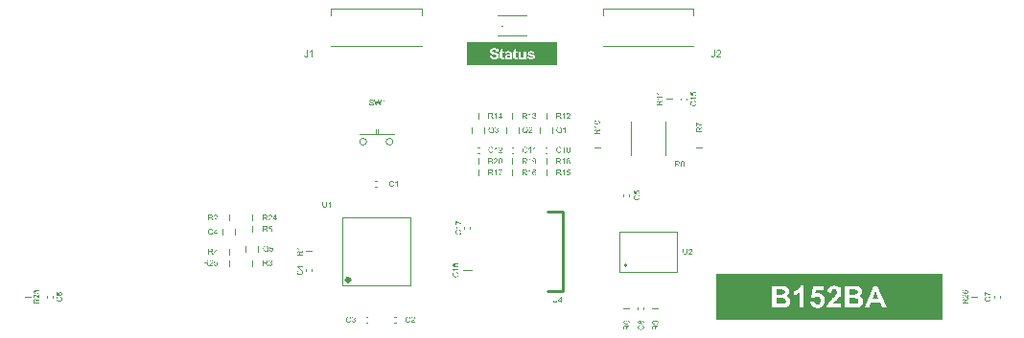
<source format=gto>
G04*
G04 #@! TF.GenerationSoftware,Altium Limited,Altium Designer,23.3.1 (30)*
G04*
G04 Layer_Color=65535*
%FSLAX25Y25*%
%MOIN*%
G70*
G04*
G04 #@! TF.SameCoordinates,AEED621E-3CD5-435C-AC93-41C8B311E913*
G04*
G04*
G04 #@! TF.FilePolarity,Positive*
G04*
G01*
G75*
%ADD10C,0.00394*%
%ADD11C,0.01575*%
%ADD12C,0.00787*%
%ADD13C,0.00197*%
%ADD14C,0.01000*%
G36*
X15748Y57087D02*
X-15748D01*
Y64961D01*
X15748D01*
Y57087D01*
D02*
G37*
G36*
X149606Y-31496D02*
X70866D01*
Y-15748D01*
X149606D01*
Y-31496D01*
D02*
G37*
G36*
X15712Y-24746D02*
Y-24749D01*
Y-24760D01*
Y-24775D01*
Y-24795D01*
X15709Y-24822D01*
Y-24851D01*
X15706Y-24886D01*
X15703Y-24921D01*
X15694Y-24999D01*
X15683Y-25081D01*
X15665Y-25159D01*
X15653Y-25197D01*
X15642Y-25232D01*
Y-25235D01*
X15639Y-25241D01*
X15633Y-25249D01*
X15627Y-25261D01*
X15610Y-25293D01*
X15584Y-25334D01*
X15549Y-25380D01*
X15508Y-25427D01*
X15456Y-25476D01*
X15392Y-25520D01*
X15389D01*
X15383Y-25526D01*
X15374Y-25529D01*
X15360Y-25537D01*
X15342Y-25546D01*
X15319Y-25555D01*
X15295Y-25564D01*
X15266Y-25575D01*
X15234Y-25587D01*
X15200Y-25596D01*
X15162Y-25604D01*
X15118Y-25613D01*
X15074Y-25619D01*
X15028Y-25625D01*
X14923Y-25631D01*
X14897D01*
X14876Y-25628D01*
X14853D01*
X14824Y-25625D01*
X14792Y-25622D01*
X14760Y-25619D01*
X14687Y-25607D01*
X14609Y-25590D01*
X14533Y-25567D01*
X14460Y-25535D01*
X14457D01*
X14452Y-25529D01*
X14443Y-25523D01*
X14431Y-25517D01*
X14399Y-25494D01*
X14361Y-25462D01*
X14318Y-25421D01*
X14277Y-25374D01*
X14236Y-25316D01*
X14204Y-25252D01*
Y-25249D01*
X14201Y-25244D01*
X14198Y-25232D01*
X14193Y-25217D01*
X14187Y-25200D01*
X14181Y-25177D01*
X14172Y-25150D01*
X14166Y-25118D01*
X14161Y-25084D01*
X14152Y-25046D01*
X14146Y-25005D01*
X14140Y-24961D01*
X14134Y-24912D01*
X14131Y-24859D01*
X14129Y-24804D01*
Y-24746D01*
Y-23582D01*
X14396D01*
Y-24746D01*
Y-24749D01*
Y-24758D01*
Y-24772D01*
Y-24790D01*
X14399Y-24810D01*
Y-24836D01*
X14402Y-24892D01*
X14408Y-24956D01*
X14417Y-25019D01*
X14428Y-25081D01*
X14434Y-25107D01*
X14443Y-25133D01*
X14446Y-25139D01*
X14452Y-25153D01*
X14466Y-25174D01*
X14484Y-25203D01*
X14504Y-25232D01*
X14533Y-25264D01*
X14568Y-25296D01*
X14609Y-25322D01*
X14615Y-25325D01*
X14629Y-25334D01*
X14655Y-25343D01*
X14690Y-25354D01*
X14731Y-25369D01*
X14783Y-25377D01*
X14839Y-25386D01*
X14900Y-25389D01*
X14929D01*
X14946Y-25386D01*
X14973D01*
X14999Y-25383D01*
X15063Y-25372D01*
X15133Y-25357D01*
X15200Y-25334D01*
X15263Y-25302D01*
X15293Y-25281D01*
X15319Y-25258D01*
X15322Y-25255D01*
X15325Y-25252D01*
X15330Y-25244D01*
X15339Y-25232D01*
X15348Y-25214D01*
X15360Y-25197D01*
X15371Y-25171D01*
X15383Y-25145D01*
X15394Y-25113D01*
X15403Y-25075D01*
X15415Y-25031D01*
X15424Y-24985D01*
X15432Y-24932D01*
X15438Y-24877D01*
X15444Y-24813D01*
Y-24746D01*
Y-23582D01*
X15712D01*
Y-24746D01*
D02*
G37*
G36*
X17094Y-24886D02*
X17367D01*
Y-25113D01*
X17094D01*
Y-25596D01*
X16847D01*
Y-25113D01*
X15971D01*
Y-24886D01*
X16893Y-23582D01*
X17094D01*
Y-24886D01*
D02*
G37*
G36*
X60993Y-8018D02*
Y-8021D01*
Y-8033D01*
Y-8047D01*
Y-8067D01*
X60990Y-8094D01*
Y-8123D01*
X60987Y-8158D01*
X60984Y-8193D01*
X60976Y-8271D01*
X60964Y-8353D01*
X60947Y-8431D01*
X60935Y-8469D01*
X60923Y-8504D01*
Y-8507D01*
X60920Y-8513D01*
X60914Y-8522D01*
X60909Y-8533D01*
X60891Y-8565D01*
X60865Y-8606D01*
X60830Y-8652D01*
X60789Y-8699D01*
X60737Y-8749D01*
X60673Y-8792D01*
X60670D01*
X60664Y-8798D01*
X60655Y-8801D01*
X60641Y-8810D01*
X60624Y-8818D01*
X60600Y-8827D01*
X60577Y-8836D01*
X60548Y-8847D01*
X60516Y-8859D01*
X60481Y-8868D01*
X60443Y-8877D01*
X60399Y-8885D01*
X60356Y-8891D01*
X60309Y-8897D01*
X60204Y-8903D01*
X60178D01*
X60158Y-8900D01*
X60135D01*
X60106Y-8897D01*
X60074Y-8894D01*
X60041Y-8891D01*
X59969Y-8879D01*
X59890Y-8862D01*
X59815Y-8839D01*
X59742Y-8807D01*
X59739D01*
X59733Y-8801D01*
X59724Y-8795D01*
X59713Y-8789D01*
X59681Y-8766D01*
X59643Y-8734D01*
X59599Y-8693D01*
X59558Y-8647D01*
X59518Y-8588D01*
X59486Y-8524D01*
Y-8522D01*
X59483Y-8516D01*
X59480Y-8504D01*
X59474Y-8489D01*
X59468Y-8472D01*
X59462Y-8449D01*
X59454Y-8422D01*
X59448Y-8390D01*
X59442Y-8356D01*
X59433Y-8318D01*
X59427Y-8277D01*
X59422Y-8233D01*
X59416Y-8184D01*
X59413Y-8132D01*
X59410Y-8076D01*
Y-8018D01*
Y-6854D01*
X59678D01*
Y-8018D01*
Y-8021D01*
Y-8030D01*
Y-8044D01*
Y-8062D01*
X59681Y-8082D01*
Y-8108D01*
X59684Y-8164D01*
X59689Y-8228D01*
X59698Y-8292D01*
X59710Y-8353D01*
X59716Y-8379D01*
X59724Y-8405D01*
X59727Y-8411D01*
X59733Y-8426D01*
X59748Y-8446D01*
X59765Y-8475D01*
X59785Y-8504D01*
X59815Y-8536D01*
X59849Y-8568D01*
X59890Y-8594D01*
X59896Y-8597D01*
X59911Y-8606D01*
X59937Y-8615D01*
X59972Y-8626D01*
X60012Y-8641D01*
X60065Y-8649D01*
X60120Y-8658D01*
X60181Y-8661D01*
X60210D01*
X60228Y-8658D01*
X60254D01*
X60280Y-8655D01*
X60344Y-8644D01*
X60414Y-8629D01*
X60481Y-8606D01*
X60545Y-8574D01*
X60574Y-8553D01*
X60600Y-8530D01*
X60603Y-8527D01*
X60606Y-8524D01*
X60612Y-8516D01*
X60621Y-8504D01*
X60629Y-8487D01*
X60641Y-8469D01*
X60653Y-8443D01*
X60664Y-8417D01*
X60676Y-8385D01*
X60685Y-8347D01*
X60696Y-8303D01*
X60705Y-8257D01*
X60714Y-8204D01*
X60720Y-8149D01*
X60725Y-8085D01*
Y-8018D01*
Y-6854D01*
X60993D01*
Y-8018D01*
D02*
G37*
G36*
X62052Y-6848D02*
X62076Y-6851D01*
X62105Y-6854D01*
X62137Y-6860D01*
X62169Y-6866D01*
X62244Y-6886D01*
X62320Y-6915D01*
X62358Y-6933D01*
X62396Y-6953D01*
X62431Y-6979D01*
X62463Y-7008D01*
X62466Y-7011D01*
X62471Y-7014D01*
X62477Y-7026D01*
X62489Y-7037D01*
X62503Y-7052D01*
X62518Y-7072D01*
X62533Y-7093D01*
X62550Y-7119D01*
X62579Y-7174D01*
X62608Y-7244D01*
X62620Y-7279D01*
X62626Y-7320D01*
X62631Y-7360D01*
X62634Y-7404D01*
Y-7410D01*
Y-7424D01*
X62631Y-7448D01*
X62629Y-7480D01*
X62623Y-7515D01*
X62611Y-7555D01*
X62599Y-7599D01*
X62582Y-7643D01*
X62579Y-7649D01*
X62573Y-7663D01*
X62562Y-7686D01*
X62544Y-7718D01*
X62521Y-7753D01*
X62492Y-7797D01*
X62457Y-7841D01*
X62416Y-7890D01*
X62410Y-7896D01*
X62396Y-7913D01*
X62381Y-7928D01*
X62367Y-7942D01*
X62349Y-7960D01*
X62326Y-7983D01*
X62303Y-8006D01*
X62274Y-8033D01*
X62244Y-8062D01*
X62209Y-8094D01*
X62172Y-8126D01*
X62131Y-8164D01*
X62084Y-8201D01*
X62038Y-8242D01*
X62035Y-8245D01*
X62029Y-8251D01*
X62017Y-8260D01*
X62003Y-8271D01*
X61985Y-8289D01*
X61965Y-8306D01*
X61918Y-8344D01*
X61869Y-8388D01*
X61822Y-8431D01*
X61782Y-8469D01*
X61764Y-8484D01*
X61750Y-8498D01*
X61747Y-8501D01*
X61738Y-8510D01*
X61726Y-8522D01*
X61712Y-8539D01*
X61697Y-8559D01*
X61680Y-8580D01*
X61645Y-8629D01*
X62637D01*
Y-8868D01*
X61301D01*
Y-8865D01*
Y-8853D01*
Y-8836D01*
X61304Y-8812D01*
X61307Y-8786D01*
X61313Y-8757D01*
X61319Y-8728D01*
X61331Y-8696D01*
Y-8693D01*
X61334Y-8690D01*
X61339Y-8673D01*
X61351Y-8647D01*
X61369Y-8612D01*
X61392Y-8571D01*
X61421Y-8524D01*
X61453Y-8478D01*
X61494Y-8428D01*
Y-8426D01*
X61499Y-8422D01*
X61514Y-8405D01*
X61540Y-8379D01*
X61578Y-8341D01*
X61622Y-8297D01*
X61677Y-8245D01*
X61744Y-8187D01*
X61817Y-8126D01*
X61819Y-8123D01*
X61831Y-8114D01*
X61849Y-8100D01*
X61869Y-8082D01*
X61895Y-8059D01*
X61927Y-8033D01*
X61959Y-8004D01*
X61997Y-7971D01*
X62070Y-7902D01*
X62142Y-7832D01*
X62177Y-7797D01*
X62209Y-7762D01*
X62239Y-7730D01*
X62262Y-7698D01*
Y-7695D01*
X62268Y-7692D01*
X62274Y-7683D01*
X62279Y-7672D01*
X62300Y-7640D01*
X62323Y-7602D01*
X62343Y-7555D01*
X62364Y-7506D01*
X62375Y-7451D01*
X62381Y-7398D01*
Y-7395D01*
Y-7392D01*
X62378Y-7375D01*
X62375Y-7346D01*
X62367Y-7314D01*
X62355Y-7273D01*
X62335Y-7232D01*
X62308Y-7192D01*
X62274Y-7151D01*
X62268Y-7145D01*
X62253Y-7133D01*
X62233Y-7119D01*
X62201Y-7098D01*
X62160Y-7081D01*
X62113Y-7064D01*
X62058Y-7052D01*
X61997Y-7049D01*
X61980D01*
X61968Y-7052D01*
X61933Y-7055D01*
X61892Y-7064D01*
X61849Y-7075D01*
X61799Y-7096D01*
X61753Y-7122D01*
X61709Y-7157D01*
X61703Y-7163D01*
X61691Y-7177D01*
X61674Y-7200D01*
X61657Y-7235D01*
X61636Y-7276D01*
X61619Y-7328D01*
X61607Y-7387D01*
X61601Y-7453D01*
X61348Y-7427D01*
Y-7424D01*
X61351Y-7416D01*
Y-7401D01*
X61354Y-7381D01*
X61360Y-7357D01*
X61365Y-7331D01*
X61374Y-7299D01*
X61383Y-7267D01*
X61406Y-7197D01*
X61441Y-7128D01*
X61462Y-7093D01*
X61488Y-7058D01*
X61514Y-7026D01*
X61543Y-6997D01*
X61546Y-6994D01*
X61552Y-6991D01*
X61560Y-6982D01*
X61575Y-6973D01*
X61593Y-6962D01*
X61613Y-6950D01*
X61636Y-6936D01*
X61665Y-6921D01*
X61697Y-6906D01*
X61732Y-6892D01*
X61770Y-6880D01*
X61811Y-6869D01*
X61854Y-6860D01*
X61901Y-6851D01*
X61950Y-6848D01*
X62003Y-6845D01*
X62032D01*
X62052Y-6848D01*
D02*
G37*
G36*
X-64346Y8356D02*
Y8353D01*
Y8341D01*
Y8327D01*
Y8307D01*
X-64349Y8280D01*
Y8251D01*
X-64352Y8216D01*
X-64354Y8181D01*
X-64363Y8103D01*
X-64375Y8021D01*
X-64392Y7943D01*
X-64404Y7905D01*
X-64416Y7870D01*
Y7867D01*
X-64419Y7861D01*
X-64424Y7852D01*
X-64430Y7841D01*
X-64448Y7809D01*
X-64474Y7768D01*
X-64509Y7722D01*
X-64549Y7675D01*
X-64602Y7626D01*
X-64666Y7582D01*
X-64669D01*
X-64675Y7576D01*
X-64683Y7573D01*
X-64698Y7564D01*
X-64715Y7556D01*
X-64739Y7547D01*
X-64762Y7538D01*
X-64791Y7527D01*
X-64823Y7515D01*
X-64858Y7506D01*
X-64896Y7497D01*
X-64939Y7489D01*
X-64983Y7483D01*
X-65030Y7477D01*
X-65134Y7471D01*
X-65161D01*
X-65181Y7474D01*
X-65204D01*
X-65233Y7477D01*
X-65265Y7480D01*
X-65297Y7483D01*
X-65370Y7495D01*
X-65449Y7512D01*
X-65524Y7535D01*
X-65597Y7567D01*
X-65600D01*
X-65606Y7573D01*
X-65614Y7579D01*
X-65626Y7585D01*
X-65658Y7608D01*
X-65696Y7640D01*
X-65740Y7681D01*
X-65780Y7727D01*
X-65821Y7786D01*
X-65853Y7850D01*
Y7852D01*
X-65856Y7858D01*
X-65859Y7870D01*
X-65865Y7885D01*
X-65871Y7902D01*
X-65876Y7925D01*
X-65885Y7952D01*
X-65891Y7983D01*
X-65897Y8018D01*
X-65905Y8056D01*
X-65911Y8097D01*
X-65917Y8141D01*
X-65923Y8190D01*
X-65926Y8242D01*
X-65929Y8298D01*
Y8356D01*
Y9520D01*
X-65661D01*
Y8356D01*
Y8353D01*
Y8344D01*
Y8330D01*
Y8312D01*
X-65658Y8292D01*
Y8266D01*
X-65655Y8211D01*
X-65649Y8146D01*
X-65641Y8082D01*
X-65629Y8021D01*
X-65623Y7995D01*
X-65614Y7969D01*
X-65612Y7963D01*
X-65606Y7949D01*
X-65591Y7928D01*
X-65574Y7899D01*
X-65553Y7870D01*
X-65524Y7838D01*
X-65489Y7806D01*
X-65449Y7780D01*
X-65443Y7777D01*
X-65428Y7768D01*
X-65402Y7759D01*
X-65367Y7748D01*
X-65326Y7733D01*
X-65274Y7724D01*
X-65219Y7716D01*
X-65158Y7713D01*
X-65129D01*
X-65111Y7716D01*
X-65085D01*
X-65059Y7719D01*
X-64995Y7730D01*
X-64925Y7745D01*
X-64858Y7768D01*
X-64794Y7800D01*
X-64765Y7820D01*
X-64739Y7844D01*
X-64736Y7847D01*
X-64733Y7850D01*
X-64727Y7858D01*
X-64718Y7870D01*
X-64710Y7887D01*
X-64698Y7905D01*
X-64686Y7931D01*
X-64675Y7957D01*
X-64663Y7989D01*
X-64654Y8027D01*
X-64643Y8071D01*
X-64634Y8117D01*
X-64625Y8170D01*
X-64619Y8225D01*
X-64613Y8289D01*
Y8356D01*
Y9520D01*
X-64346D01*
Y8356D01*
D02*
G37*
G36*
X-63071Y7506D02*
X-63319D01*
Y9081D01*
X-63322Y9078D01*
X-63336Y9066D01*
X-63354Y9048D01*
X-63383Y9028D01*
X-63415Y9002D01*
X-63455Y8973D01*
X-63502Y8941D01*
X-63554Y8909D01*
X-63557D01*
X-63560Y8906D01*
X-63578Y8894D01*
X-63607Y8880D01*
X-63642Y8862D01*
X-63682Y8842D01*
X-63726Y8822D01*
X-63770Y8801D01*
X-63813Y8784D01*
Y9022D01*
X-63810D01*
X-63805Y9028D01*
X-63793Y9031D01*
X-63778Y9040D01*
X-63761Y9048D01*
X-63740Y9060D01*
X-63691Y9089D01*
X-63633Y9121D01*
X-63575Y9162D01*
X-63513Y9209D01*
X-63452Y9258D01*
X-63450Y9261D01*
X-63447Y9264D01*
X-63438Y9273D01*
X-63426Y9281D01*
X-63400Y9310D01*
X-63365Y9345D01*
X-63330Y9386D01*
X-63292Y9433D01*
X-63260Y9479D01*
X-63231Y9529D01*
X-63071D01*
Y7506D01*
D02*
G37*
G36*
X-48886Y45039D02*
X-48865D01*
X-48810Y45033D01*
X-48749Y45024D01*
X-48685Y45010D01*
X-48615Y44992D01*
X-48551Y44969D01*
X-48548D01*
X-48542Y44966D01*
X-48534Y44960D01*
X-48522Y44954D01*
X-48493Y44940D01*
X-48455Y44914D01*
X-48411Y44885D01*
X-48368Y44847D01*
X-48327Y44803D01*
X-48289Y44754D01*
Y44751D01*
X-48286Y44748D01*
X-48280Y44739D01*
X-48275Y44730D01*
X-48260Y44701D01*
X-48243Y44664D01*
X-48222Y44617D01*
X-48208Y44562D01*
X-48193Y44503D01*
X-48187Y44439D01*
X-48443Y44419D01*
Y44422D01*
Y44428D01*
X-48446Y44436D01*
X-48449Y44451D01*
X-48458Y44483D01*
X-48469Y44527D01*
X-48487Y44573D01*
X-48513Y44620D01*
X-48545Y44664D01*
X-48586Y44704D01*
X-48592Y44707D01*
X-48606Y44719D01*
X-48635Y44736D01*
X-48673Y44754D01*
X-48723Y44771D01*
X-48781Y44789D01*
X-48854Y44800D01*
X-48935Y44803D01*
X-48976D01*
X-48993Y44800D01*
X-49017Y44797D01*
X-49069Y44791D01*
X-49127Y44780D01*
X-49185Y44765D01*
X-49241Y44742D01*
X-49264Y44728D01*
X-49287Y44713D01*
X-49293Y44710D01*
X-49305Y44698D01*
X-49322Y44678D01*
X-49340Y44655D01*
X-49360Y44623D01*
X-49378Y44588D01*
X-49389Y44547D01*
X-49395Y44500D01*
Y44495D01*
Y44483D01*
X-49392Y44463D01*
X-49386Y44439D01*
X-49378Y44410D01*
X-49363Y44381D01*
X-49345Y44352D01*
X-49319Y44323D01*
X-49316Y44320D01*
X-49302Y44311D01*
X-49290Y44303D01*
X-49279Y44297D01*
X-49261Y44288D01*
X-49241Y44276D01*
X-49215Y44268D01*
X-49185Y44256D01*
X-49153Y44244D01*
X-49116Y44230D01*
X-49075Y44218D01*
X-49028Y44204D01*
X-48976Y44192D01*
X-48918Y44177D01*
X-48915D01*
X-48903Y44175D01*
X-48886Y44172D01*
X-48865Y44166D01*
X-48839Y44160D01*
X-48807Y44151D01*
X-48775Y44143D01*
X-48740Y44134D01*
X-48665Y44113D01*
X-48592Y44093D01*
X-48557Y44082D01*
X-48525Y44070D01*
X-48496Y44061D01*
X-48472Y44050D01*
X-48469D01*
X-48464Y44047D01*
X-48455Y44041D01*
X-48443Y44035D01*
X-48411Y44017D01*
X-48373Y43994D01*
X-48330Y43962D01*
X-48286Y43927D01*
X-48245Y43887D01*
X-48211Y43843D01*
X-48208Y43837D01*
X-48196Y43823D01*
X-48184Y43796D01*
X-48167Y43761D01*
X-48152Y43721D01*
X-48138Y43671D01*
X-48129Y43616D01*
X-48126Y43558D01*
Y43555D01*
Y43552D01*
Y43543D01*
Y43532D01*
X-48132Y43499D01*
X-48138Y43459D01*
X-48149Y43412D01*
X-48164Y43363D01*
X-48187Y43310D01*
X-48219Y43255D01*
Y43252D01*
X-48222Y43249D01*
X-48237Y43232D01*
X-48257Y43206D01*
X-48286Y43176D01*
X-48324Y43142D01*
X-48371Y43104D01*
X-48423Y43069D01*
X-48484Y43037D01*
X-48487D01*
X-48493Y43034D01*
X-48502Y43031D01*
X-48513Y43025D01*
X-48531Y43019D01*
X-48551Y43011D01*
X-48598Y42999D01*
X-48653Y42984D01*
X-48720Y42970D01*
X-48793Y42961D01*
X-48871Y42958D01*
X-48918D01*
X-48941Y42961D01*
X-48967D01*
X-48996Y42964D01*
X-49031Y42967D01*
X-49104Y42979D01*
X-49180Y42990D01*
X-49255Y43011D01*
X-49328Y43037D01*
X-49331D01*
X-49337Y43040D01*
X-49345Y43045D01*
X-49357Y43051D01*
X-49392Y43069D01*
X-49433Y43095D01*
X-49479Y43130D01*
X-49529Y43171D01*
X-49575Y43220D01*
X-49619Y43275D01*
Y43278D01*
X-49625Y43284D01*
X-49628Y43293D01*
X-49637Y43304D01*
X-49642Y43319D01*
X-49651Y43336D01*
X-49671Y43380D01*
X-49692Y43435D01*
X-49709Y43497D01*
X-49721Y43566D01*
X-49727Y43639D01*
X-49476Y43662D01*
Y43659D01*
Y43657D01*
X-49474Y43648D01*
Y43636D01*
X-49468Y43610D01*
X-49459Y43572D01*
X-49447Y43534D01*
X-49436Y43491D01*
X-49415Y43450D01*
X-49395Y43412D01*
X-49392Y43409D01*
X-49383Y43398D01*
X-49369Y43377D01*
X-49345Y43357D01*
X-49316Y43331D01*
X-49284Y43304D01*
X-49241Y43278D01*
X-49194Y43255D01*
X-49191D01*
X-49188Y43252D01*
X-49180Y43249D01*
X-49171Y43246D01*
X-49142Y43238D01*
X-49104Y43226D01*
X-49057Y43214D01*
X-49005Y43206D01*
X-48947Y43200D01*
X-48883Y43197D01*
X-48857D01*
X-48827Y43200D01*
X-48793Y43203D01*
X-48752Y43209D01*
X-48705Y43214D01*
X-48659Y43226D01*
X-48615Y43240D01*
X-48609Y43243D01*
X-48595Y43249D01*
X-48574Y43261D01*
X-48548Y43273D01*
X-48522Y43293D01*
X-48493Y43313D01*
X-48464Y43336D01*
X-48440Y43366D01*
X-48438Y43369D01*
X-48432Y43380D01*
X-48423Y43395D01*
X-48411Y43418D01*
X-48400Y43441D01*
X-48391Y43470D01*
X-48385Y43502D01*
X-48382Y43537D01*
Y43540D01*
Y43555D01*
X-48385Y43572D01*
X-48388Y43595D01*
X-48397Y43619D01*
X-48406Y43648D01*
X-48420Y43677D01*
X-48440Y43703D01*
X-48443Y43706D01*
X-48452Y43715D01*
X-48464Y43727D01*
X-48484Y43744D01*
X-48507Y43761D01*
X-48539Y43782D01*
X-48577Y43802D01*
X-48621Y43820D01*
X-48624Y43823D01*
X-48638Y43825D01*
X-48662Y43834D01*
X-48676Y43837D01*
X-48697Y43843D01*
X-48717Y43852D01*
X-48743Y43857D01*
X-48772Y43866D01*
X-48807Y43875D01*
X-48842Y43884D01*
X-48883Y43895D01*
X-48929Y43907D01*
X-48979Y43918D01*
X-48982D01*
X-48990Y43921D01*
X-49005Y43924D01*
X-49022Y43930D01*
X-49046Y43936D01*
X-49072Y43942D01*
X-49130Y43959D01*
X-49194Y43980D01*
X-49261Y44000D01*
X-49319Y44020D01*
X-49345Y44032D01*
X-49369Y44044D01*
X-49372D01*
X-49375Y44047D01*
X-49392Y44058D01*
X-49418Y44073D01*
X-49447Y44096D01*
X-49482Y44122D01*
X-49517Y44154D01*
X-49552Y44192D01*
X-49581Y44233D01*
X-49584Y44239D01*
X-49593Y44253D01*
X-49604Y44276D01*
X-49616Y44306D01*
X-49628Y44343D01*
X-49639Y44387D01*
X-49648Y44434D01*
X-49651Y44483D01*
Y44486D01*
Y44489D01*
Y44498D01*
Y44509D01*
X-49645Y44538D01*
X-49639Y44576D01*
X-49631Y44620D01*
X-49616Y44669D01*
X-49596Y44719D01*
X-49567Y44768D01*
Y44771D01*
X-49564Y44774D01*
X-49549Y44791D01*
X-49529Y44815D01*
X-49503Y44844D01*
X-49468Y44876D01*
X-49424Y44911D01*
X-49372Y44943D01*
X-49314Y44972D01*
X-49310D01*
X-49305Y44975D01*
X-49296Y44978D01*
X-49284Y44984D01*
X-49270Y44989D01*
X-49249Y44995D01*
X-49206Y45007D01*
X-49150Y45019D01*
X-49086Y45030D01*
X-49020Y45039D01*
X-48944Y45042D01*
X-48906D01*
X-48886Y45039D01*
D02*
G37*
G36*
X-45906Y42993D02*
X-46168D01*
X-46590Y44527D01*
Y44530D01*
X-46593Y44535D01*
X-46595Y44544D01*
X-46598Y44559D01*
X-46607Y44591D01*
X-46616Y44629D01*
X-46628Y44669D01*
X-46639Y44707D01*
X-46648Y44739D01*
X-46651Y44754D01*
X-46654Y44762D01*
Y44760D01*
X-46657Y44757D01*
X-46659Y44739D01*
X-46665Y44713D01*
X-46674Y44681D01*
X-46683Y44646D01*
X-46694Y44605D01*
X-46703Y44565D01*
X-46715Y44527D01*
X-47140Y42993D01*
X-47419D01*
X-47946Y45007D01*
X-47669D01*
X-47370Y43686D01*
Y43683D01*
X-47367Y43677D01*
X-47364Y43665D01*
X-47361Y43651D01*
X-47358Y43630D01*
X-47352Y43610D01*
X-47346Y43584D01*
X-47341Y43555D01*
X-47326Y43494D01*
X-47311Y43424D01*
X-47297Y43348D01*
X-47282Y43273D01*
Y43275D01*
X-47279Y43287D01*
X-47273Y43302D01*
X-47271Y43325D01*
X-47265Y43348D01*
X-47256Y43377D01*
X-47242Y43441D01*
X-47224Y43505D01*
X-47218Y43537D01*
X-47210Y43566D01*
X-47204Y43593D01*
X-47198Y43616D01*
X-47192Y43633D01*
X-47189Y43645D01*
X-46808Y45007D01*
X-46485D01*
X-46200Y43985D01*
Y43982D01*
X-46194Y43968D01*
X-46188Y43948D01*
X-46182Y43921D01*
X-46174Y43887D01*
X-46162Y43849D01*
X-46150Y43805D01*
X-46139Y43756D01*
X-46124Y43700D01*
X-46112Y43645D01*
X-46086Y43526D01*
X-46060Y43400D01*
X-46040Y43273D01*
Y43275D01*
X-46037Y43281D01*
Y43293D01*
X-46031Y43307D01*
X-46028Y43325D01*
X-46022Y43345D01*
X-46019Y43371D01*
X-46011Y43400D01*
X-45996Y43465D01*
X-45979Y43540D01*
X-45961Y43622D01*
X-45938Y43712D01*
X-45624Y45007D01*
X-45353D01*
X-45906Y42993D01*
D02*
G37*
G36*
X-44273D02*
X-44521D01*
Y44567D01*
X-44524Y44565D01*
X-44538Y44553D01*
X-44556Y44535D01*
X-44585Y44515D01*
X-44617Y44489D01*
X-44657Y44460D01*
X-44704Y44428D01*
X-44756Y44396D01*
X-44759D01*
X-44762Y44393D01*
X-44780Y44381D01*
X-44809Y44367D01*
X-44844Y44349D01*
X-44884Y44329D01*
X-44928Y44309D01*
X-44972Y44288D01*
X-45015Y44271D01*
Y44509D01*
X-45013D01*
X-45007Y44515D01*
X-44995Y44518D01*
X-44980Y44527D01*
X-44963Y44535D01*
X-44943Y44547D01*
X-44893Y44576D01*
X-44835Y44608D01*
X-44777Y44649D01*
X-44716Y44695D01*
X-44655Y44745D01*
X-44652Y44748D01*
X-44649Y44751D01*
X-44640Y44760D01*
X-44628Y44768D01*
X-44602Y44797D01*
X-44567Y44832D01*
X-44532Y44873D01*
X-44495Y44920D01*
X-44462Y44966D01*
X-44433Y45016D01*
X-44273D01*
Y42993D01*
D02*
G37*
G36*
X157872Y-21218D02*
X157889D01*
X157936Y-21227D01*
X157991Y-21236D01*
X158049Y-21250D01*
X158113Y-21271D01*
X158174Y-21300D01*
X158177D01*
X158180Y-21303D01*
X158189Y-21309D01*
X158201Y-21314D01*
X158230Y-21332D01*
X158267Y-21358D01*
X158308Y-21390D01*
X158349Y-21428D01*
X158390Y-21475D01*
X158425Y-21524D01*
Y-21527D01*
X158428Y-21530D01*
X158433Y-21539D01*
X158436Y-21550D01*
X158451Y-21579D01*
X158465Y-21617D01*
X158483Y-21666D01*
X158494Y-21722D01*
X158506Y-21783D01*
X158509Y-21850D01*
Y-21864D01*
X158506Y-21879D01*
Y-21902D01*
X158503Y-21928D01*
X158497Y-21958D01*
X158489Y-21992D01*
X158480Y-22027D01*
X158468Y-22068D01*
X158454Y-22109D01*
X158436Y-22150D01*
X158413Y-22193D01*
X158387Y-22234D01*
X158358Y-22275D01*
X158323Y-22316D01*
X158282Y-22353D01*
X158279Y-22356D01*
X158270Y-22362D01*
X158259Y-22371D01*
X158238Y-22382D01*
X158212Y-22400D01*
X158183Y-22414D01*
X158145Y-22432D01*
X158105Y-22449D01*
X158055Y-22470D01*
X158000Y-22487D01*
X157939Y-22502D01*
X157872Y-22516D01*
X157796Y-22531D01*
X157715Y-22539D01*
X157627Y-22545D01*
X157534Y-22548D01*
X157531D01*
X157528D01*
X157520D01*
X157508D01*
X157479Y-22545D01*
X157438D01*
X157392Y-22542D01*
X157336Y-22537D01*
X157275Y-22531D01*
X157208Y-22522D01*
X157141Y-22510D01*
X157069Y-22496D01*
X156999Y-22478D01*
X156929Y-22458D01*
X156862Y-22432D01*
X156798Y-22403D01*
X156737Y-22371D01*
X156684Y-22333D01*
X156682Y-22330D01*
X156676Y-22324D01*
X156664Y-22312D01*
X156647Y-22298D01*
X156629Y-22280D01*
X156612Y-22257D01*
X156588Y-22228D01*
X156568Y-22199D01*
X156548Y-22164D01*
X156524Y-22126D01*
X156507Y-22083D01*
X156486Y-22039D01*
X156472Y-21990D01*
X156460Y-21937D01*
X156455Y-21882D01*
X156452Y-21824D01*
Y-21800D01*
X156455Y-21783D01*
Y-21763D01*
X156457Y-21739D01*
X156469Y-21684D01*
X156484Y-21623D01*
X156507Y-21559D01*
X156542Y-21495D01*
X156562Y-21463D01*
X156586Y-21434D01*
X156588Y-21431D01*
X156591Y-21428D01*
X156600Y-21419D01*
X156609Y-21410D01*
X156623Y-21396D01*
X156641Y-21384D01*
X156682Y-21352D01*
X156734Y-21320D01*
X156798Y-21291D01*
X156871Y-21265D01*
X156952Y-21248D01*
X156973Y-21495D01*
X156970D01*
X156967Y-21498D01*
X156949Y-21501D01*
X156923Y-21509D01*
X156891Y-21521D01*
X156856Y-21533D01*
X156821Y-21550D01*
X156789Y-21571D01*
X156763Y-21591D01*
X156757Y-21597D01*
X156746Y-21608D01*
X156728Y-21629D01*
X156708Y-21658D01*
X156690Y-21696D01*
X156673Y-21736D01*
X156661Y-21786D01*
X156655Y-21838D01*
Y-21859D01*
X156658Y-21882D01*
X156664Y-21908D01*
X156673Y-21943D01*
X156684Y-21978D01*
X156699Y-22013D01*
X156722Y-22048D01*
X156725Y-22054D01*
X156737Y-22068D01*
X156757Y-22088D01*
X156786Y-22115D01*
X156821Y-22144D01*
X156862Y-22176D01*
X156914Y-22205D01*
X156973Y-22234D01*
X156975D01*
X156981Y-22237D01*
X156990Y-22240D01*
X157002Y-22246D01*
X157019Y-22249D01*
X157039Y-22254D01*
X157063Y-22260D01*
X157092Y-22266D01*
X157124Y-22275D01*
X157159Y-22280D01*
X157197Y-22286D01*
X157237Y-22289D01*
X157284Y-22295D01*
X157330Y-22298D01*
X157383Y-22301D01*
X157435D01*
X157432Y-22298D01*
X157415Y-22286D01*
X157392Y-22266D01*
X157362Y-22240D01*
X157327Y-22211D01*
X157296Y-22173D01*
X157264Y-22132D01*
X157234Y-22086D01*
Y-22083D01*
X157231Y-22080D01*
X157223Y-22062D01*
X157214Y-22036D01*
X157200Y-22001D01*
X157188Y-21960D01*
X157179Y-21914D01*
X157170Y-21864D01*
X157167Y-21812D01*
Y-21789D01*
X157170Y-21771D01*
X157173Y-21748D01*
X157176Y-21725D01*
X157182Y-21696D01*
X157191Y-21666D01*
X157211Y-21600D01*
X157226Y-21565D01*
X157246Y-21530D01*
X157266Y-21495D01*
X157290Y-21457D01*
X157319Y-21422D01*
X157351Y-21390D01*
X157354Y-21387D01*
X157360Y-21381D01*
X157368Y-21373D01*
X157383Y-21364D01*
X157403Y-21349D01*
X157424Y-21335D01*
X157450Y-21320D01*
X157479Y-21303D01*
X157511Y-21285D01*
X157546Y-21271D01*
X157587Y-21256D01*
X157627Y-21242D01*
X157671Y-21233D01*
X157720Y-21224D01*
X157770Y-21218D01*
X157822Y-21215D01*
X157825D01*
X157831D01*
X157840D01*
X157854D01*
X157872Y-21218D01*
D02*
G37*
G36*
X158474Y-24137D02*
X158471D01*
X158459D01*
X158442D01*
X158419Y-24134D01*
X158393Y-24131D01*
X158363Y-24126D01*
X158334Y-24120D01*
X158302Y-24108D01*
X158300D01*
X158297Y-24105D01*
X158279Y-24099D01*
X158253Y-24088D01*
X158218Y-24070D01*
X158177Y-24047D01*
X158131Y-24018D01*
X158084Y-23986D01*
X158035Y-23945D01*
X158032D01*
X158029Y-23939D01*
X158011Y-23925D01*
X157985Y-23899D01*
X157947Y-23861D01*
X157904Y-23817D01*
X157851Y-23762D01*
X157793Y-23695D01*
X157732Y-23622D01*
X157729Y-23619D01*
X157720Y-23607D01*
X157706Y-23590D01*
X157688Y-23570D01*
X157665Y-23543D01*
X157639Y-23512D01*
X157610Y-23480D01*
X157578Y-23442D01*
X157508Y-23369D01*
X157438Y-23296D01*
X157403Y-23261D01*
X157368Y-23229D01*
X157336Y-23200D01*
X157304Y-23177D01*
X157301D01*
X157298Y-23171D01*
X157290Y-23165D01*
X157278Y-23159D01*
X157246Y-23139D01*
X157208Y-23116D01*
X157162Y-23095D01*
X157112Y-23075D01*
X157057Y-23063D01*
X157004Y-23057D01*
X157002D01*
X156999D01*
X156981Y-23060D01*
X156952Y-23063D01*
X156920Y-23072D01*
X156879Y-23084D01*
X156839Y-23104D01*
X156798Y-23130D01*
X156757Y-23165D01*
X156751Y-23171D01*
X156740Y-23186D01*
X156725Y-23206D01*
X156705Y-23238D01*
X156687Y-23279D01*
X156670Y-23325D01*
X156658Y-23381D01*
X156655Y-23442D01*
Y-23459D01*
X156658Y-23471D01*
X156661Y-23506D01*
X156670Y-23546D01*
X156682Y-23590D01*
X156702Y-23640D01*
X156728Y-23686D01*
X156763Y-23730D01*
X156769Y-23735D01*
X156783Y-23747D01*
X156807Y-23765D01*
X156842Y-23782D01*
X156882Y-23802D01*
X156935Y-23820D01*
X156993Y-23832D01*
X157060Y-23837D01*
X157034Y-24091D01*
X157031D01*
X157022Y-24088D01*
X157007D01*
X156987Y-24085D01*
X156964Y-24079D01*
X156938Y-24073D01*
X156906Y-24064D01*
X156874Y-24056D01*
X156804Y-24032D01*
X156734Y-23997D01*
X156699Y-23977D01*
X156664Y-23951D01*
X156632Y-23925D01*
X156603Y-23896D01*
X156600Y-23893D01*
X156597Y-23887D01*
X156588Y-23878D01*
X156580Y-23864D01*
X156568Y-23846D01*
X156556Y-23826D01*
X156542Y-23802D01*
X156527Y-23773D01*
X156513Y-23741D01*
X156498Y-23706D01*
X156486Y-23669D01*
X156475Y-23628D01*
X156466Y-23584D01*
X156457Y-23538D01*
X156455Y-23488D01*
X156452Y-23436D01*
Y-23407D01*
X156455Y-23386D01*
X156457Y-23363D01*
X156460Y-23334D01*
X156466Y-23302D01*
X156472Y-23270D01*
X156492Y-23194D01*
X156521Y-23119D01*
X156539Y-23081D01*
X156559Y-23043D01*
X156586Y-23008D01*
X156615Y-22976D01*
X156617Y-22973D01*
X156620Y-22967D01*
X156632Y-22962D01*
X156644Y-22950D01*
X156658Y-22935D01*
X156679Y-22921D01*
X156699Y-22906D01*
X156725Y-22889D01*
X156780Y-22860D01*
X156850Y-22830D01*
X156885Y-22819D01*
X156926Y-22813D01*
X156967Y-22807D01*
X157010Y-22804D01*
X157016D01*
X157031D01*
X157054Y-22807D01*
X157086Y-22810D01*
X157121Y-22816D01*
X157162Y-22828D01*
X157205Y-22839D01*
X157249Y-22857D01*
X157255Y-22860D01*
X157269Y-22865D01*
X157293Y-22877D01*
X157325Y-22895D01*
X157360Y-22918D01*
X157403Y-22947D01*
X157447Y-22982D01*
X157496Y-23023D01*
X157502Y-23028D01*
X157520Y-23043D01*
X157534Y-23057D01*
X157549Y-23072D01*
X157566Y-23089D01*
X157589Y-23113D01*
X157613Y-23136D01*
X157639Y-23165D01*
X157668Y-23194D01*
X157700Y-23229D01*
X157732Y-23267D01*
X157770Y-23308D01*
X157808Y-23354D01*
X157848Y-23401D01*
X157851Y-23404D01*
X157857Y-23410D01*
X157866Y-23421D01*
X157878Y-23436D01*
X157895Y-23453D01*
X157912Y-23474D01*
X157950Y-23520D01*
X157994Y-23570D01*
X158038Y-23616D01*
X158075Y-23657D01*
X158090Y-23674D01*
X158105Y-23689D01*
X158107Y-23692D01*
X158116Y-23701D01*
X158128Y-23712D01*
X158145Y-23727D01*
X158166Y-23741D01*
X158186Y-23759D01*
X158235Y-23794D01*
Y-22801D01*
X158474D01*
Y-24137D01*
D02*
G37*
G36*
Y-24591D02*
X158055Y-24856D01*
X158052D01*
X158046Y-24862D01*
X158038Y-24868D01*
X158026Y-24876D01*
X157994Y-24897D01*
X157953Y-24923D01*
X157910Y-24955D01*
X157863Y-24987D01*
X157819Y-25019D01*
X157779Y-25048D01*
X157776Y-25051D01*
X157764Y-25060D01*
X157747Y-25074D01*
X157726Y-25095D01*
X157683Y-25138D01*
X157662Y-25161D01*
X157645Y-25185D01*
X157642Y-25188D01*
X157639Y-25194D01*
X157633Y-25205D01*
X157624Y-25223D01*
X157616Y-25240D01*
X157607Y-25260D01*
X157592Y-25307D01*
Y-25310D01*
X157589Y-25316D01*
Y-25327D01*
X157587Y-25342D01*
X157584Y-25362D01*
Y-25385D01*
X157581Y-25418D01*
Y-25761D01*
X158474D01*
Y-26029D01*
X156460D01*
Y-25095D01*
X156463Y-25071D01*
Y-25045D01*
X156466Y-24984D01*
X156475Y-24920D01*
X156484Y-24850D01*
X156498Y-24786D01*
X156507Y-24754D01*
X156516Y-24728D01*
Y-24725D01*
X156519Y-24722D01*
X156527Y-24705D01*
X156539Y-24678D01*
X156559Y-24646D01*
X156586Y-24611D01*
X156620Y-24574D01*
X156661Y-24539D01*
X156708Y-24504D01*
X156711D01*
X156713Y-24501D01*
X156731Y-24489D01*
X156760Y-24478D01*
X156798Y-24460D01*
X156842Y-24446D01*
X156894Y-24431D01*
X156949Y-24422D01*
X157010Y-24419D01*
X157013D01*
X157019D01*
X157031D01*
X157045Y-24422D01*
X157066D01*
X157086Y-24425D01*
X157135Y-24437D01*
X157194Y-24454D01*
X157255Y-24478D01*
X157316Y-24512D01*
X157345Y-24536D01*
X157374Y-24559D01*
X157377Y-24562D01*
X157380Y-24565D01*
X157389Y-24574D01*
X157397Y-24585D01*
X157409Y-24600D01*
X157421Y-24617D01*
X157435Y-24641D01*
X157453Y-24664D01*
X157467Y-24693D01*
X157482Y-24725D01*
X157499Y-24760D01*
X157514Y-24798D01*
X157525Y-24841D01*
X157540Y-24885D01*
X157549Y-24935D01*
X157557Y-24987D01*
X157560Y-24981D01*
X157566Y-24969D01*
X157578Y-24952D01*
X157589Y-24929D01*
X157621Y-24876D01*
X157642Y-24850D01*
X157659Y-24827D01*
X157665Y-24821D01*
X157680Y-24806D01*
X157703Y-24783D01*
X157732Y-24754D01*
X157773Y-24722D01*
X157816Y-24684D01*
X157869Y-24646D01*
X157927Y-24606D01*
X158474Y-24259D01*
Y-24591D01*
D02*
G37*
G36*
X-102458Y-11053D02*
X-103264D01*
X-103372Y-11597D01*
X-103369Y-11594D01*
X-103363Y-11591D01*
X-103355Y-11586D01*
X-103340Y-11577D01*
X-103323Y-11568D01*
X-103302Y-11556D01*
X-103256Y-11533D01*
X-103197Y-11510D01*
X-103133Y-11490D01*
X-103063Y-11475D01*
X-103029Y-11469D01*
X-102965D01*
X-102947Y-11472D01*
X-102924Y-11475D01*
X-102898Y-11478D01*
X-102868Y-11484D01*
X-102837Y-11492D01*
X-102767Y-11513D01*
X-102729Y-11527D01*
X-102691Y-11548D01*
X-102653Y-11568D01*
X-102615Y-11591D01*
X-102580Y-11620D01*
X-102545Y-11652D01*
X-102543Y-11655D01*
X-102537Y-11661D01*
X-102528Y-11670D01*
X-102516Y-11684D01*
X-102502Y-11705D01*
X-102487Y-11725D01*
X-102470Y-11751D01*
X-102452Y-11780D01*
X-102438Y-11812D01*
X-102420Y-11847D01*
X-102406Y-11888D01*
X-102391Y-11929D01*
X-102380Y-11972D01*
X-102371Y-12022D01*
X-102365Y-12071D01*
X-102362Y-12124D01*
Y-12127D01*
Y-12135D01*
Y-12150D01*
X-102365Y-12170D01*
X-102368Y-12194D01*
X-102371Y-12220D01*
X-102377Y-12252D01*
X-102383Y-12284D01*
X-102400Y-12360D01*
X-102429Y-12438D01*
X-102447Y-12479D01*
X-102470Y-12517D01*
X-102493Y-12557D01*
X-102522Y-12595D01*
X-102525Y-12598D01*
X-102531Y-12607D01*
X-102543Y-12618D01*
X-102557Y-12633D01*
X-102577Y-12651D01*
X-102601Y-12674D01*
X-102630Y-12694D01*
X-102662Y-12718D01*
X-102697Y-12741D01*
X-102738Y-12761D01*
X-102781Y-12781D01*
X-102828Y-12802D01*
X-102877Y-12816D01*
X-102933Y-12828D01*
X-102991Y-12837D01*
X-103052Y-12840D01*
X-103078D01*
X-103098Y-12837D01*
X-103122Y-12834D01*
X-103148Y-12831D01*
X-103180Y-12828D01*
X-103212Y-12819D01*
X-103285Y-12802D01*
X-103357Y-12776D01*
X-103395Y-12758D01*
X-103433Y-12738D01*
X-103468Y-12715D01*
X-103503Y-12688D01*
X-103506Y-12686D01*
X-103512Y-12683D01*
X-103517Y-12671D01*
X-103529Y-12659D01*
X-103544Y-12645D01*
X-103558Y-12627D01*
X-103576Y-12604D01*
X-103590Y-12578D01*
X-103608Y-12552D01*
X-103625Y-12520D01*
X-103657Y-12450D01*
X-103683Y-12368D01*
X-103692Y-12325D01*
X-103698Y-12278D01*
X-103439Y-12258D01*
Y-12261D01*
Y-12266D01*
X-103436Y-12275D01*
X-103433Y-12290D01*
X-103424Y-12322D01*
X-103413Y-12365D01*
X-103395Y-12409D01*
X-103372Y-12459D01*
X-103343Y-12502D01*
X-103308Y-12543D01*
X-103302Y-12546D01*
X-103290Y-12557D01*
X-103267Y-12572D01*
X-103235Y-12589D01*
X-103200Y-12607D01*
X-103157Y-12621D01*
X-103107Y-12633D01*
X-103052Y-12636D01*
X-103034D01*
X-103023Y-12633D01*
X-102988Y-12630D01*
X-102947Y-12618D01*
X-102898Y-12604D01*
X-102848Y-12581D01*
X-102796Y-12546D01*
X-102772Y-12525D01*
X-102749Y-12502D01*
X-102746Y-12499D01*
X-102743Y-12496D01*
X-102738Y-12488D01*
X-102729Y-12479D01*
X-102708Y-12447D01*
X-102685Y-12406D01*
X-102665Y-12357D01*
X-102645Y-12296D01*
X-102630Y-12223D01*
X-102624Y-12185D01*
Y-12144D01*
Y-12141D01*
Y-12135D01*
Y-12124D01*
X-102627Y-12109D01*
Y-12092D01*
X-102630Y-12071D01*
X-102639Y-12025D01*
X-102653Y-11970D01*
X-102674Y-11914D01*
X-102703Y-11862D01*
X-102743Y-11812D01*
Y-11810D01*
X-102749Y-11807D01*
X-102764Y-11792D01*
X-102790Y-11772D01*
X-102825Y-11748D01*
X-102872Y-11728D01*
X-102924Y-11708D01*
X-102985Y-11693D01*
X-103020Y-11687D01*
X-103075D01*
X-103098Y-11690D01*
X-103128Y-11693D01*
X-103162Y-11702D01*
X-103197Y-11711D01*
X-103235Y-11725D01*
X-103273Y-11743D01*
X-103276Y-11745D01*
X-103288Y-11751D01*
X-103305Y-11766D01*
X-103328Y-11780D01*
X-103352Y-11801D01*
X-103375Y-11827D01*
X-103401Y-11853D01*
X-103421Y-11885D01*
X-103654Y-11853D01*
X-103459Y-10817D01*
X-102458D01*
Y-11053D01*
D02*
G37*
G36*
X-104548Y-10785D02*
X-104524Y-10788D01*
X-104495Y-10791D01*
X-104463Y-10797D01*
X-104431Y-10803D01*
X-104356Y-10823D01*
X-104280Y-10852D01*
X-104242Y-10870D01*
X-104204Y-10890D01*
X-104169Y-10916D01*
X-104137Y-10945D01*
X-104134Y-10948D01*
X-104129Y-10951D01*
X-104123Y-10963D01*
X-104111Y-10974D01*
X-104097Y-10989D01*
X-104082Y-11009D01*
X-104068Y-11030D01*
X-104050Y-11056D01*
X-104021Y-11111D01*
X-103992Y-11181D01*
X-103980Y-11216D01*
X-103974Y-11257D01*
X-103969Y-11297D01*
X-103966Y-11341D01*
Y-11347D01*
Y-11361D01*
X-103969Y-11385D01*
X-103971Y-11417D01*
X-103977Y-11452D01*
X-103989Y-11492D01*
X-104000Y-11536D01*
X-104018Y-11580D01*
X-104021Y-11586D01*
X-104027Y-11600D01*
X-104038Y-11623D01*
X-104056Y-11655D01*
X-104079Y-11690D01*
X-104108Y-11734D01*
X-104143Y-11778D01*
X-104184Y-11827D01*
X-104190Y-11833D01*
X-104204Y-11850D01*
X-104219Y-11865D01*
X-104233Y-11879D01*
X-104251Y-11897D01*
X-104274Y-11920D01*
X-104297Y-11943D01*
X-104326Y-11970D01*
X-104356Y-11999D01*
X-104391Y-12031D01*
X-104428Y-12063D01*
X-104469Y-12101D01*
X-104516Y-12138D01*
X-104562Y-12179D01*
X-104565Y-12182D01*
X-104571Y-12188D01*
X-104583Y-12197D01*
X-104597Y-12208D01*
X-104614Y-12226D01*
X-104635Y-12243D01*
X-104682Y-12281D01*
X-104731Y-12325D01*
X-104778Y-12368D01*
X-104818Y-12406D01*
X-104836Y-12421D01*
X-104850Y-12435D01*
X-104853Y-12438D01*
X-104862Y-12447D01*
X-104874Y-12459D01*
X-104888Y-12476D01*
X-104903Y-12496D01*
X-104920Y-12517D01*
X-104955Y-12566D01*
X-103963D01*
Y-12805D01*
X-105298D01*
Y-12802D01*
Y-12790D01*
Y-12773D01*
X-105296Y-12750D01*
X-105293Y-12723D01*
X-105287Y-12694D01*
X-105281Y-12665D01*
X-105269Y-12633D01*
Y-12630D01*
X-105266Y-12627D01*
X-105261Y-12610D01*
X-105249Y-12584D01*
X-105231Y-12549D01*
X-105208Y-12508D01*
X-105179Y-12461D01*
X-105147Y-12415D01*
X-105106Y-12365D01*
Y-12363D01*
X-105101Y-12360D01*
X-105086Y-12342D01*
X-105060Y-12316D01*
X-105022Y-12278D01*
X-104978Y-12234D01*
X-104923Y-12182D01*
X-104856Y-12124D01*
X-104783Y-12063D01*
X-104780Y-12060D01*
X-104769Y-12051D01*
X-104751Y-12037D01*
X-104731Y-12019D01*
X-104705Y-11996D01*
X-104673Y-11970D01*
X-104641Y-11941D01*
X-104603Y-11908D01*
X-104530Y-11839D01*
X-104457Y-11769D01*
X-104422Y-11734D01*
X-104391Y-11699D01*
X-104361Y-11667D01*
X-104338Y-11635D01*
Y-11632D01*
X-104332Y-11629D01*
X-104326Y-11620D01*
X-104321Y-11609D01*
X-104300Y-11577D01*
X-104277Y-11539D01*
X-104257Y-11492D01*
X-104236Y-11443D01*
X-104225Y-11388D01*
X-104219Y-11335D01*
Y-11332D01*
Y-11329D01*
X-104222Y-11312D01*
X-104225Y-11283D01*
X-104233Y-11251D01*
X-104245Y-11210D01*
X-104265Y-11169D01*
X-104291Y-11129D01*
X-104326Y-11088D01*
X-104332Y-11082D01*
X-104347Y-11070D01*
X-104367Y-11056D01*
X-104399Y-11035D01*
X-104440Y-11018D01*
X-104487Y-11001D01*
X-104542Y-10989D01*
X-104603Y-10986D01*
X-104620D01*
X-104632Y-10989D01*
X-104667Y-10992D01*
X-104708Y-11001D01*
X-104751Y-11012D01*
X-104801Y-11033D01*
X-104847Y-11059D01*
X-104891Y-11094D01*
X-104897Y-11100D01*
X-104908Y-11114D01*
X-104926Y-11137D01*
X-104943Y-11172D01*
X-104964Y-11213D01*
X-104981Y-11265D01*
X-104993Y-11324D01*
X-104999Y-11390D01*
X-105252Y-11364D01*
Y-11361D01*
X-105249Y-11353D01*
Y-11338D01*
X-105246Y-11318D01*
X-105240Y-11294D01*
X-105234Y-11268D01*
X-105226Y-11236D01*
X-105217Y-11204D01*
X-105194Y-11134D01*
X-105159Y-11065D01*
X-105138Y-11030D01*
X-105112Y-10995D01*
X-105086Y-10963D01*
X-105057Y-10934D01*
X-105054Y-10931D01*
X-105048Y-10928D01*
X-105039Y-10919D01*
X-105025Y-10910D01*
X-105007Y-10899D01*
X-104987Y-10887D01*
X-104964Y-10872D01*
X-104935Y-10858D01*
X-104903Y-10843D01*
X-104868Y-10829D01*
X-104830Y-10817D01*
X-104789Y-10806D01*
X-104745Y-10797D01*
X-104699Y-10788D01*
X-104649Y-10785D01*
X-104597Y-10782D01*
X-104568D01*
X-104548Y-10785D01*
D02*
G37*
G36*
X-106233Y-10794D02*
X-106206D01*
X-106145Y-10797D01*
X-106081Y-10806D01*
X-106011Y-10814D01*
X-105947Y-10829D01*
X-105915Y-10838D01*
X-105889Y-10846D01*
X-105886D01*
X-105883Y-10849D01*
X-105866Y-10858D01*
X-105840Y-10870D01*
X-105808Y-10890D01*
X-105773Y-10916D01*
X-105735Y-10951D01*
X-105700Y-10992D01*
X-105665Y-11038D01*
Y-11041D01*
X-105662Y-11044D01*
X-105650Y-11062D01*
X-105639Y-11091D01*
X-105621Y-11129D01*
X-105607Y-11172D01*
X-105592Y-11225D01*
X-105584Y-11280D01*
X-105581Y-11341D01*
Y-11344D01*
Y-11350D01*
Y-11361D01*
X-105584Y-11376D01*
Y-11396D01*
X-105587Y-11417D01*
X-105598Y-11466D01*
X-105616Y-11524D01*
X-105639Y-11586D01*
X-105674Y-11647D01*
X-105697Y-11676D01*
X-105720Y-11705D01*
X-105723Y-11708D01*
X-105726Y-11711D01*
X-105735Y-11719D01*
X-105746Y-11728D01*
X-105761Y-11740D01*
X-105779Y-11751D01*
X-105802Y-11766D01*
X-105825Y-11783D01*
X-105854Y-11798D01*
X-105886Y-11812D01*
X-105921Y-11830D01*
X-105959Y-11845D01*
X-106003Y-11856D01*
X-106046Y-11871D01*
X-106096Y-11879D01*
X-106148Y-11888D01*
X-106142Y-11891D01*
X-106131Y-11897D01*
X-106113Y-11908D01*
X-106090Y-11920D01*
X-106037Y-11952D01*
X-106011Y-11972D01*
X-105988Y-11990D01*
X-105982Y-11996D01*
X-105968Y-12010D01*
X-105944Y-12034D01*
X-105915Y-12063D01*
X-105883Y-12104D01*
X-105845Y-12147D01*
X-105808Y-12200D01*
X-105767Y-12258D01*
X-105421Y-12805D01*
X-105752D01*
X-106017Y-12386D01*
Y-12383D01*
X-106023Y-12377D01*
X-106029Y-12368D01*
X-106037Y-12357D01*
X-106058Y-12325D01*
X-106084Y-12284D01*
X-106116Y-12240D01*
X-106148Y-12194D01*
X-106180Y-12150D01*
X-106209Y-12109D01*
X-106212Y-12106D01*
X-106221Y-12095D01*
X-106235Y-12077D01*
X-106256Y-12057D01*
X-106299Y-12013D01*
X-106323Y-11993D01*
X-106346Y-11975D01*
X-106349Y-11972D01*
X-106355Y-11970D01*
X-106366Y-11964D01*
X-106384Y-11955D01*
X-106401Y-11946D01*
X-106422Y-11938D01*
X-106468Y-11923D01*
X-106471D01*
X-106477Y-11920D01*
X-106489D01*
X-106503Y-11917D01*
X-106524Y-11914D01*
X-106547D01*
X-106579Y-11911D01*
X-106922D01*
Y-12805D01*
X-107190D01*
Y-10791D01*
X-106256D01*
X-106233Y-10794D01*
D02*
G37*
G36*
X-82083Y3636D02*
X-81810D01*
Y3409D01*
X-82083D01*
Y2926D01*
X-82331D01*
Y3409D01*
X-83207D01*
Y3636D01*
X-82284Y4939D01*
X-82083D01*
Y3636D01*
D02*
G37*
G36*
X-83972Y4945D02*
X-83949Y4942D01*
X-83920Y4939D01*
X-83887Y4934D01*
X-83855Y4928D01*
X-83780Y4907D01*
X-83704Y4878D01*
X-83666Y4861D01*
X-83628Y4841D01*
X-83594Y4814D01*
X-83562Y4785D01*
X-83559Y4782D01*
X-83553Y4780D01*
X-83547Y4768D01*
X-83535Y4756D01*
X-83521Y4742D01*
X-83506Y4721D01*
X-83492Y4701D01*
X-83474Y4675D01*
X-83445Y4619D01*
X-83416Y4550D01*
X-83404Y4515D01*
X-83399Y4474D01*
X-83393Y4433D01*
X-83390Y4389D01*
Y4384D01*
Y4369D01*
X-83393Y4346D01*
X-83396Y4314D01*
X-83402Y4279D01*
X-83413Y4238D01*
X-83425Y4195D01*
X-83442Y4151D01*
X-83445Y4145D01*
X-83451Y4131D01*
X-83463Y4107D01*
X-83480Y4075D01*
X-83503Y4040D01*
X-83533Y3997D01*
X-83567Y3953D01*
X-83608Y3903D01*
X-83614Y3898D01*
X-83628Y3880D01*
X-83643Y3866D01*
X-83658Y3851D01*
X-83675Y3834D01*
X-83698Y3810D01*
X-83722Y3787D01*
X-83751Y3761D01*
X-83780Y3732D01*
X-83815Y3700D01*
X-83853Y3668D01*
X-83893Y3630D01*
X-83940Y3592D01*
X-83986Y3551D01*
X-83989Y3548D01*
X-83995Y3543D01*
X-84007Y3534D01*
X-84021Y3522D01*
X-84039Y3505D01*
X-84059Y3487D01*
X-84106Y3450D01*
X-84155Y3406D01*
X-84202Y3362D01*
X-84242Y3325D01*
X-84260Y3310D01*
X-84275Y3295D01*
X-84277Y3292D01*
X-84286Y3284D01*
X-84298Y3272D01*
X-84312Y3255D01*
X-84327Y3234D01*
X-84344Y3214D01*
X-84379Y3164D01*
X-83387D01*
Y2926D01*
X-84723D01*
Y2929D01*
Y2940D01*
Y2958D01*
X-84720Y2981D01*
X-84717Y3007D01*
X-84711Y3036D01*
X-84705Y3066D01*
X-84694Y3097D01*
Y3100D01*
X-84691Y3103D01*
X-84685Y3121D01*
X-84673Y3147D01*
X-84656Y3182D01*
X-84632Y3223D01*
X-84603Y3269D01*
X-84571Y3316D01*
X-84531Y3365D01*
Y3368D01*
X-84525Y3371D01*
X-84510Y3388D01*
X-84484Y3415D01*
X-84446Y3452D01*
X-84403Y3496D01*
X-84347Y3548D01*
X-84280Y3607D01*
X-84208Y3668D01*
X-84205Y3671D01*
X-84193Y3680D01*
X-84176Y3694D01*
X-84155Y3712D01*
X-84129Y3735D01*
X-84097Y3761D01*
X-84065Y3790D01*
X-84027Y3822D01*
X-83954Y3892D01*
X-83882Y3962D01*
X-83847Y3997D01*
X-83815Y4032D01*
X-83786Y4064D01*
X-83762Y4096D01*
Y4098D01*
X-83757Y4101D01*
X-83751Y4110D01*
X-83745Y4122D01*
X-83724Y4154D01*
X-83701Y4192D01*
X-83681Y4238D01*
X-83661Y4288D01*
X-83649Y4343D01*
X-83643Y4395D01*
Y4398D01*
Y4401D01*
X-83646Y4419D01*
X-83649Y4448D01*
X-83658Y4480D01*
X-83669Y4521D01*
X-83690Y4561D01*
X-83716Y4602D01*
X-83751Y4643D01*
X-83757Y4648D01*
X-83771Y4660D01*
X-83792Y4675D01*
X-83824Y4695D01*
X-83864Y4713D01*
X-83911Y4730D01*
X-83966Y4742D01*
X-84027Y4744D01*
X-84045D01*
X-84056Y4742D01*
X-84091Y4739D01*
X-84132Y4730D01*
X-84176Y4718D01*
X-84225Y4698D01*
X-84272Y4672D01*
X-84315Y4637D01*
X-84321Y4631D01*
X-84333Y4617D01*
X-84350Y4593D01*
X-84368Y4558D01*
X-84388Y4518D01*
X-84405Y4465D01*
X-84417Y4407D01*
X-84423Y4340D01*
X-84676Y4366D01*
Y4369D01*
X-84673Y4378D01*
Y4392D01*
X-84670Y4413D01*
X-84664Y4436D01*
X-84659Y4462D01*
X-84650Y4494D01*
X-84641Y4526D01*
X-84618Y4596D01*
X-84583Y4666D01*
X-84563Y4701D01*
X-84536Y4736D01*
X-84510Y4768D01*
X-84481Y4797D01*
X-84478Y4800D01*
X-84472Y4803D01*
X-84464Y4812D01*
X-84449Y4820D01*
X-84432Y4832D01*
X-84411Y4843D01*
X-84388Y4858D01*
X-84359Y4873D01*
X-84327Y4887D01*
X-84292Y4902D01*
X-84254Y4913D01*
X-84213Y4925D01*
X-84170Y4934D01*
X-84123Y4942D01*
X-84074Y4945D01*
X-84021Y4948D01*
X-83992D01*
X-83972Y4945D01*
D02*
G37*
G36*
X-85657Y4937D02*
X-85631D01*
X-85570Y4934D01*
X-85505Y4925D01*
X-85436Y4916D01*
X-85372Y4902D01*
X-85340Y4893D01*
X-85313Y4884D01*
X-85311D01*
X-85308Y4881D01*
X-85290Y4873D01*
X-85264Y4861D01*
X-85232Y4841D01*
X-85197Y4814D01*
X-85159Y4780D01*
X-85124Y4739D01*
X-85089Y4692D01*
Y4689D01*
X-85086Y4686D01*
X-85075Y4669D01*
X-85063Y4640D01*
X-85046Y4602D01*
X-85031Y4558D01*
X-85017Y4506D01*
X-85008Y4451D01*
X-85005Y4389D01*
Y4387D01*
Y4381D01*
Y4369D01*
X-85008Y4355D01*
Y4334D01*
X-85011Y4314D01*
X-85022Y4264D01*
X-85040Y4206D01*
X-85063Y4145D01*
X-85098Y4084D01*
X-85121Y4055D01*
X-85145Y4026D01*
X-85148Y4023D01*
X-85150Y4020D01*
X-85159Y4011D01*
X-85171Y4002D01*
X-85185Y3991D01*
X-85203Y3979D01*
X-85226Y3965D01*
X-85249Y3947D01*
X-85278Y3933D01*
X-85311Y3918D01*
X-85345Y3901D01*
X-85383Y3886D01*
X-85427Y3875D01*
X-85470Y3860D01*
X-85520Y3851D01*
X-85572Y3842D01*
X-85567Y3839D01*
X-85555Y3834D01*
X-85537Y3822D01*
X-85514Y3810D01*
X-85462Y3778D01*
X-85436Y3758D01*
X-85412Y3741D01*
X-85407Y3735D01*
X-85392Y3720D01*
X-85369Y3697D01*
X-85340Y3668D01*
X-85308Y3627D01*
X-85270Y3583D01*
X-85232Y3531D01*
X-85191Y3473D01*
X-84845Y2926D01*
X-85177D01*
X-85441Y3345D01*
Y3348D01*
X-85447Y3354D01*
X-85453Y3362D01*
X-85462Y3374D01*
X-85482Y3406D01*
X-85508Y3447D01*
X-85540Y3490D01*
X-85572Y3537D01*
X-85604Y3581D01*
X-85633Y3621D01*
X-85636Y3624D01*
X-85645Y3636D01*
X-85660Y3653D01*
X-85680Y3674D01*
X-85724Y3717D01*
X-85747Y3738D01*
X-85770Y3755D01*
X-85773Y3758D01*
X-85779Y3761D01*
X-85791Y3767D01*
X-85808Y3776D01*
X-85826Y3784D01*
X-85846Y3793D01*
X-85892Y3808D01*
X-85895D01*
X-85901Y3810D01*
X-85913D01*
X-85927Y3813D01*
X-85948Y3816D01*
X-85971D01*
X-86003Y3819D01*
X-86347D01*
Y2926D01*
X-86614D01*
Y4939D01*
X-85680D01*
X-85657Y4937D01*
D02*
G37*
G36*
X-164911Y-21218D02*
X-164887Y-21221D01*
X-164861Y-21227D01*
X-164832Y-21233D01*
X-164800Y-21239D01*
X-164730Y-21262D01*
X-164692Y-21280D01*
X-164657Y-21297D01*
X-164620Y-21320D01*
X-164582Y-21346D01*
X-164544Y-21375D01*
X-164509Y-21410D01*
X-164506Y-21413D01*
X-164500Y-21419D01*
X-164491Y-21431D01*
X-164480Y-21445D01*
X-164465Y-21463D01*
X-164451Y-21486D01*
X-164433Y-21512D01*
X-164419Y-21544D01*
X-164401Y-21576D01*
X-164384Y-21614D01*
X-164369Y-21652D01*
X-164355Y-21696D01*
X-164343Y-21742D01*
X-164334Y-21792D01*
X-164329Y-21841D01*
X-164326Y-21896D01*
Y-21923D01*
X-164329Y-21940D01*
X-164331Y-21963D01*
X-164334Y-21990D01*
X-164340Y-22019D01*
X-164346Y-22051D01*
X-164364Y-22120D01*
X-164393Y-22193D01*
X-164410Y-22231D01*
X-164430Y-22266D01*
X-164457Y-22301D01*
X-164483Y-22336D01*
X-164486Y-22339D01*
X-164491Y-22345D01*
X-164500Y-22353D01*
X-164512Y-22362D01*
X-164526Y-22377D01*
X-164547Y-22391D01*
X-164567Y-22409D01*
X-164593Y-22426D01*
X-164622Y-22444D01*
X-164652Y-22461D01*
X-164721Y-22493D01*
X-164803Y-22519D01*
X-164847Y-22528D01*
X-164893Y-22534D01*
X-164925Y-22286D01*
X-164922D01*
X-164916Y-22283D01*
X-164905Y-22280D01*
X-164890Y-22278D01*
X-164873Y-22275D01*
X-164852Y-22269D01*
X-164809Y-22254D01*
X-164756Y-22234D01*
X-164707Y-22208D01*
X-164660Y-22179D01*
X-164620Y-22144D01*
X-164617Y-22138D01*
X-164605Y-22126D01*
X-164591Y-22103D01*
X-164576Y-22074D01*
X-164558Y-22039D01*
X-164544Y-21995D01*
X-164532Y-21946D01*
X-164529Y-21893D01*
Y-21876D01*
X-164532Y-21864D01*
X-164535Y-21832D01*
X-164544Y-21792D01*
X-164558Y-21745D01*
X-164579Y-21696D01*
X-164608Y-21646D01*
X-164649Y-21600D01*
X-164655Y-21594D01*
X-164672Y-21579D01*
X-164698Y-21562D01*
X-164733Y-21539D01*
X-164777Y-21515D01*
X-164826Y-21498D01*
X-164884Y-21483D01*
X-164948Y-21477D01*
X-164951D01*
X-164957D01*
X-164966D01*
X-164978Y-21480D01*
X-165009Y-21483D01*
X-165047Y-21492D01*
X-165094Y-21504D01*
X-165140Y-21524D01*
X-165187Y-21553D01*
X-165231Y-21591D01*
X-165236Y-21597D01*
X-165248Y-21611D01*
X-165266Y-21634D01*
X-165286Y-21666D01*
X-165306Y-21707D01*
X-165324Y-21757D01*
X-165335Y-21812D01*
X-165341Y-21873D01*
Y-21899D01*
X-165338Y-21920D01*
X-165335Y-21946D01*
X-165330Y-21975D01*
X-165324Y-22010D01*
X-165315Y-22048D01*
X-165533Y-22019D01*
Y-22004D01*
X-165530Y-21992D01*
Y-21955D01*
X-165536Y-21923D01*
X-165542Y-21885D01*
X-165551Y-21841D01*
X-165565Y-21792D01*
X-165586Y-21745D01*
X-165612Y-21696D01*
Y-21693D01*
X-165615Y-21690D01*
X-165626Y-21675D01*
X-165647Y-21655D01*
X-165673Y-21632D01*
X-165711Y-21608D01*
X-165754Y-21588D01*
X-165804Y-21573D01*
X-165833Y-21568D01*
X-165865D01*
X-165868D01*
X-165871D01*
X-165888D01*
X-165912Y-21573D01*
X-165944Y-21579D01*
X-165979Y-21591D01*
X-166016Y-21605D01*
X-166054Y-21629D01*
X-166089Y-21661D01*
X-166092Y-21664D01*
X-166104Y-21678D01*
X-166118Y-21699D01*
X-166136Y-21725D01*
X-166150Y-21760D01*
X-166165Y-21800D01*
X-166176Y-21847D01*
X-166179Y-21899D01*
Y-21923D01*
X-166174Y-21949D01*
X-166168Y-21984D01*
X-166156Y-22021D01*
X-166141Y-22059D01*
X-166118Y-22100D01*
X-166089Y-22138D01*
X-166086Y-22141D01*
X-166072Y-22152D01*
X-166051Y-22170D01*
X-166022Y-22190D01*
X-165984Y-22211D01*
X-165938Y-22231D01*
X-165883Y-22249D01*
X-165819Y-22260D01*
X-165862Y-22508D01*
X-165865D01*
X-165874Y-22505D01*
X-165885Y-22502D01*
X-165903Y-22499D01*
X-165923Y-22493D01*
X-165946Y-22484D01*
X-166002Y-22467D01*
X-166066Y-22438D01*
X-166130Y-22403D01*
X-166191Y-22359D01*
X-166246Y-22304D01*
X-166249Y-22301D01*
X-166252Y-22295D01*
X-166258Y-22286D01*
X-166267Y-22275D01*
X-166278Y-22260D01*
X-166290Y-22240D01*
X-166302Y-22219D01*
X-166316Y-22193D01*
X-166339Y-22135D01*
X-166363Y-22068D01*
X-166377Y-21990D01*
X-166383Y-21949D01*
Y-21876D01*
X-166380Y-21844D01*
X-166374Y-21806D01*
X-166366Y-21760D01*
X-166351Y-21707D01*
X-166333Y-21655D01*
X-166310Y-21602D01*
Y-21600D01*
X-166307Y-21597D01*
X-166299Y-21579D01*
X-166281Y-21553D01*
X-166261Y-21524D01*
X-166232Y-21489D01*
X-166200Y-21454D01*
X-166162Y-21419D01*
X-166118Y-21390D01*
X-166112Y-21387D01*
X-166098Y-21378D01*
X-166072Y-21367D01*
X-166040Y-21352D01*
X-166002Y-21338D01*
X-165958Y-21326D01*
X-165909Y-21317D01*
X-165859Y-21314D01*
X-165853D01*
X-165836D01*
X-165813Y-21317D01*
X-165781Y-21323D01*
X-165743Y-21332D01*
X-165702Y-21346D01*
X-165661Y-21364D01*
X-165621Y-21387D01*
X-165615Y-21390D01*
X-165603Y-21399D01*
X-165583Y-21416D01*
X-165559Y-21440D01*
X-165533Y-21469D01*
X-165504Y-21504D01*
X-165478Y-21544D01*
X-165452Y-21594D01*
Y-21591D01*
X-165449Y-21585D01*
X-165446Y-21576D01*
X-165443Y-21565D01*
X-165431Y-21533D01*
X-165414Y-21492D01*
X-165391Y-21445D01*
X-165362Y-21399D01*
X-165324Y-21355D01*
X-165280Y-21314D01*
X-165274Y-21312D01*
X-165257Y-21300D01*
X-165228Y-21282D01*
X-165190Y-21265D01*
X-165143Y-21248D01*
X-165088Y-21230D01*
X-165024Y-21218D01*
X-164954Y-21215D01*
X-164951D01*
X-164943D01*
X-164928D01*
X-164911Y-21218D01*
D02*
G37*
G36*
X-164361Y-24137D02*
X-164364D01*
X-164375D01*
X-164393D01*
X-164416Y-24134D01*
X-164442Y-24131D01*
X-164471Y-24126D01*
X-164500Y-24120D01*
X-164532Y-24108D01*
X-164535D01*
X-164538Y-24105D01*
X-164556Y-24099D01*
X-164582Y-24088D01*
X-164617Y-24070D01*
X-164657Y-24047D01*
X-164704Y-24018D01*
X-164751Y-23986D01*
X-164800Y-23945D01*
X-164803D01*
X-164806Y-23939D01*
X-164823Y-23925D01*
X-164849Y-23899D01*
X-164887Y-23861D01*
X-164931Y-23817D01*
X-164983Y-23762D01*
X-165041Y-23695D01*
X-165103Y-23622D01*
X-165105Y-23619D01*
X-165114Y-23607D01*
X-165129Y-23590D01*
X-165146Y-23570D01*
X-165170Y-23543D01*
X-165196Y-23512D01*
X-165225Y-23480D01*
X-165257Y-23442D01*
X-165327Y-23369D01*
X-165396Y-23296D01*
X-165431Y-23261D01*
X-165466Y-23229D01*
X-165498Y-23200D01*
X-165530Y-23177D01*
X-165533D01*
X-165536Y-23171D01*
X-165545Y-23165D01*
X-165557Y-23159D01*
X-165589Y-23139D01*
X-165626Y-23116D01*
X-165673Y-23095D01*
X-165723Y-23075D01*
X-165778Y-23063D01*
X-165830Y-23057D01*
X-165833D01*
X-165836D01*
X-165853Y-23060D01*
X-165883Y-23063D01*
X-165914Y-23072D01*
X-165955Y-23084D01*
X-165996Y-23104D01*
X-166037Y-23130D01*
X-166077Y-23165D01*
X-166083Y-23171D01*
X-166095Y-23186D01*
X-166110Y-23206D01*
X-166130Y-23238D01*
X-166147Y-23279D01*
X-166165Y-23325D01*
X-166176Y-23381D01*
X-166179Y-23442D01*
Y-23459D01*
X-166176Y-23471D01*
X-166174Y-23506D01*
X-166165Y-23546D01*
X-166153Y-23590D01*
X-166133Y-23640D01*
X-166107Y-23686D01*
X-166072Y-23730D01*
X-166066Y-23735D01*
X-166051Y-23747D01*
X-166028Y-23765D01*
X-165993Y-23782D01*
X-165952Y-23802D01*
X-165900Y-23820D01*
X-165842Y-23832D01*
X-165775Y-23837D01*
X-165801Y-24091D01*
X-165804D01*
X-165813Y-24088D01*
X-165827D01*
X-165848Y-24085D01*
X-165871Y-24079D01*
X-165897Y-24073D01*
X-165929Y-24064D01*
X-165961Y-24056D01*
X-166031Y-24032D01*
X-166101Y-23997D01*
X-166136Y-23977D01*
X-166171Y-23951D01*
X-166203Y-23925D01*
X-166232Y-23896D01*
X-166235Y-23893D01*
X-166237Y-23887D01*
X-166246Y-23878D01*
X-166255Y-23864D01*
X-166267Y-23846D01*
X-166278Y-23826D01*
X-166293Y-23802D01*
X-166307Y-23773D01*
X-166322Y-23741D01*
X-166337Y-23706D01*
X-166348Y-23669D01*
X-166360Y-23628D01*
X-166368Y-23584D01*
X-166377Y-23538D01*
X-166380Y-23488D01*
X-166383Y-23436D01*
Y-23407D01*
X-166380Y-23386D01*
X-166377Y-23363D01*
X-166374Y-23334D01*
X-166368Y-23302D01*
X-166363Y-23270D01*
X-166342Y-23194D01*
X-166313Y-23119D01*
X-166296Y-23081D01*
X-166275Y-23043D01*
X-166249Y-23008D01*
X-166220Y-22976D01*
X-166217Y-22973D01*
X-166214Y-22967D01*
X-166203Y-22962D01*
X-166191Y-22950D01*
X-166176Y-22935D01*
X-166156Y-22921D01*
X-166136Y-22906D01*
X-166110Y-22889D01*
X-166054Y-22860D01*
X-165984Y-22830D01*
X-165949Y-22819D01*
X-165909Y-22813D01*
X-165868Y-22807D01*
X-165824Y-22804D01*
X-165819D01*
X-165804D01*
X-165781Y-22807D01*
X-165749Y-22810D01*
X-165714Y-22816D01*
X-165673Y-22828D01*
X-165629Y-22839D01*
X-165586Y-22857D01*
X-165580Y-22860D01*
X-165565Y-22865D01*
X-165542Y-22877D01*
X-165510Y-22895D01*
X-165475Y-22918D01*
X-165431Y-22947D01*
X-165388Y-22982D01*
X-165338Y-23023D01*
X-165332Y-23028D01*
X-165315Y-23043D01*
X-165301Y-23057D01*
X-165286Y-23072D01*
X-165269Y-23089D01*
X-165245Y-23113D01*
X-165222Y-23136D01*
X-165196Y-23165D01*
X-165167Y-23194D01*
X-165135Y-23229D01*
X-165103Y-23267D01*
X-165065Y-23308D01*
X-165027Y-23354D01*
X-164986Y-23401D01*
X-164983Y-23404D01*
X-164978Y-23410D01*
X-164969Y-23421D01*
X-164957Y-23436D01*
X-164940Y-23453D01*
X-164922Y-23474D01*
X-164884Y-23520D01*
X-164841Y-23570D01*
X-164797Y-23616D01*
X-164759Y-23657D01*
X-164745Y-23674D01*
X-164730Y-23689D01*
X-164727Y-23692D01*
X-164718Y-23701D01*
X-164707Y-23712D01*
X-164689Y-23727D01*
X-164669Y-23741D01*
X-164649Y-23759D01*
X-164599Y-23794D01*
Y-22801D01*
X-164361D01*
Y-24137D01*
D02*
G37*
G36*
Y-24591D02*
X-164780Y-24856D01*
X-164783D01*
X-164788Y-24862D01*
X-164797Y-24868D01*
X-164809Y-24876D01*
X-164841Y-24897D01*
X-164882Y-24923D01*
X-164925Y-24955D01*
X-164972Y-24987D01*
X-165015Y-25019D01*
X-165056Y-25048D01*
X-165059Y-25051D01*
X-165071Y-25060D01*
X-165088Y-25074D01*
X-165108Y-25095D01*
X-165152Y-25138D01*
X-165173Y-25161D01*
X-165190Y-25185D01*
X-165193Y-25188D01*
X-165196Y-25194D01*
X-165202Y-25205D01*
X-165210Y-25223D01*
X-165219Y-25240D01*
X-165228Y-25260D01*
X-165242Y-25307D01*
Y-25310D01*
X-165245Y-25316D01*
Y-25327D01*
X-165248Y-25342D01*
X-165251Y-25362D01*
Y-25385D01*
X-165254Y-25418D01*
Y-25761D01*
X-164361D01*
Y-26029D01*
X-166374D01*
Y-25095D01*
X-166371Y-25071D01*
Y-25045D01*
X-166368Y-24984D01*
X-166360Y-24920D01*
X-166351Y-24850D01*
X-166337Y-24786D01*
X-166328Y-24754D01*
X-166319Y-24728D01*
Y-24725D01*
X-166316Y-24722D01*
X-166307Y-24705D01*
X-166296Y-24678D01*
X-166275Y-24646D01*
X-166249Y-24611D01*
X-166214Y-24574D01*
X-166174Y-24539D01*
X-166127Y-24504D01*
X-166124D01*
X-166121Y-24501D01*
X-166104Y-24489D01*
X-166075Y-24478D01*
X-166037Y-24460D01*
X-165993Y-24446D01*
X-165941Y-24431D01*
X-165885Y-24422D01*
X-165824Y-24419D01*
X-165821D01*
X-165816D01*
X-165804D01*
X-165789Y-24422D01*
X-165769D01*
X-165749Y-24425D01*
X-165699Y-24437D01*
X-165641Y-24454D01*
X-165580Y-24478D01*
X-165519Y-24512D01*
X-165490Y-24536D01*
X-165461Y-24559D01*
X-165458Y-24562D01*
X-165455Y-24565D01*
X-165446Y-24574D01*
X-165437Y-24585D01*
X-165426Y-24600D01*
X-165414Y-24617D01*
X-165399Y-24641D01*
X-165382Y-24664D01*
X-165367Y-24693D01*
X-165353Y-24725D01*
X-165335Y-24760D01*
X-165321Y-24798D01*
X-165309Y-24841D01*
X-165295Y-24885D01*
X-165286Y-24935D01*
X-165277Y-24987D01*
X-165274Y-24981D01*
X-165269Y-24969D01*
X-165257Y-24952D01*
X-165245Y-24929D01*
X-165213Y-24876D01*
X-165193Y-24850D01*
X-165175Y-24827D01*
X-165170Y-24821D01*
X-165155Y-24806D01*
X-165132Y-24783D01*
X-165103Y-24754D01*
X-165062Y-24722D01*
X-165018Y-24684D01*
X-164966Y-24646D01*
X-164908Y-24606D01*
X-164361Y-24259D01*
Y-24591D01*
D02*
G37*
G36*
X-5625Y24648D02*
X-5602Y24645D01*
X-5573Y24642D01*
X-5541Y24636D01*
X-5509Y24630D01*
X-5433Y24610D01*
X-5358Y24581D01*
X-5320Y24563D01*
X-5282Y24543D01*
X-5247Y24517D01*
X-5215Y24488D01*
X-5212Y24485D01*
X-5206Y24482D01*
X-5201Y24470D01*
X-5189Y24459D01*
X-5174Y24444D01*
X-5160Y24424D01*
X-5145Y24403D01*
X-5128Y24377D01*
X-5099Y24322D01*
X-5070Y24252D01*
X-5058Y24217D01*
X-5052Y24176D01*
X-5046Y24136D01*
X-5043Y24092D01*
Y24086D01*
Y24072D01*
X-5046Y24048D01*
X-5049Y24016D01*
X-5055Y23981D01*
X-5067Y23941D01*
X-5078Y23897D01*
X-5096Y23853D01*
X-5099Y23848D01*
X-5105Y23833D01*
X-5116Y23810D01*
X-5134Y23778D01*
X-5157Y23743D01*
X-5186Y23699D01*
X-5221Y23655D01*
X-5262Y23606D01*
X-5268Y23600D01*
X-5282Y23583D01*
X-5297Y23568D01*
X-5311Y23554D01*
X-5329Y23536D01*
X-5352Y23513D01*
X-5375Y23490D01*
X-5404Y23463D01*
X-5433Y23434D01*
X-5468Y23402D01*
X-5506Y23370D01*
X-5547Y23333D01*
X-5593Y23295D01*
X-5640Y23254D01*
X-5643Y23251D01*
X-5649Y23245D01*
X-5660Y23236D01*
X-5675Y23225D01*
X-5692Y23207D01*
X-5713Y23190D01*
X-5759Y23152D01*
X-5809Y23108D01*
X-5855Y23065D01*
X-5896Y23027D01*
X-5914Y23012D01*
X-5928Y22998D01*
X-5931Y22995D01*
X-5940Y22986D01*
X-5951Y22975D01*
X-5966Y22957D01*
X-5980Y22937D01*
X-5998Y22916D01*
X-6033Y22867D01*
X-5040D01*
Y22628D01*
X-6376D01*
Y22631D01*
Y22643D01*
Y22660D01*
X-6373Y22684D01*
X-6370Y22710D01*
X-6365Y22739D01*
X-6359Y22768D01*
X-6347Y22800D01*
Y22803D01*
X-6344Y22806D01*
X-6338Y22823D01*
X-6327Y22849D01*
X-6309Y22884D01*
X-6286Y22925D01*
X-6257Y22972D01*
X-6225Y23018D01*
X-6184Y23068D01*
Y23071D01*
X-6178Y23074D01*
X-6164Y23091D01*
X-6138Y23117D01*
X-6100Y23155D01*
X-6056Y23199D01*
X-6001Y23251D01*
X-5934Y23309D01*
X-5861Y23370D01*
X-5858Y23373D01*
X-5847Y23382D01*
X-5829Y23396D01*
X-5809Y23414D01*
X-5783Y23437D01*
X-5751Y23463D01*
X-5719Y23493D01*
X-5681Y23525D01*
X-5608Y23594D01*
X-5535Y23664D01*
X-5500Y23699D01*
X-5468Y23734D01*
X-5439Y23766D01*
X-5416Y23798D01*
Y23801D01*
X-5410Y23804D01*
X-5404Y23813D01*
X-5398Y23824D01*
X-5378Y23856D01*
X-5355Y23894D01*
X-5334Y23941D01*
X-5314Y23990D01*
X-5302Y24046D01*
X-5297Y24098D01*
Y24101D01*
Y24104D01*
X-5300Y24121D01*
X-5302Y24150D01*
X-5311Y24182D01*
X-5323Y24223D01*
X-5343Y24264D01*
X-5369Y24304D01*
X-5404Y24345D01*
X-5410Y24351D01*
X-5425Y24363D01*
X-5445Y24377D01*
X-5477Y24398D01*
X-5518Y24415D01*
X-5564Y24432D01*
X-5620Y24444D01*
X-5681Y24447D01*
X-5698D01*
X-5710Y24444D01*
X-5745Y24441D01*
X-5785Y24432D01*
X-5829Y24421D01*
X-5879Y24400D01*
X-5925Y24374D01*
X-5969Y24339D01*
X-5975Y24333D01*
X-5986Y24319D01*
X-6004Y24296D01*
X-6021Y24261D01*
X-6042Y24220D01*
X-6059Y24168D01*
X-6071Y24110D01*
X-6076Y24043D01*
X-6330Y24069D01*
Y24072D01*
X-6327Y24080D01*
Y24095D01*
X-6324Y24115D01*
X-6318Y24139D01*
X-6312Y24165D01*
X-6303Y24197D01*
X-6295Y24229D01*
X-6272Y24299D01*
X-6236Y24369D01*
X-6216Y24403D01*
X-6190Y24438D01*
X-6164Y24470D01*
X-6135Y24499D01*
X-6132Y24502D01*
X-6126Y24505D01*
X-6117Y24514D01*
X-6103Y24523D01*
X-6085Y24534D01*
X-6065Y24546D01*
X-6042Y24561D01*
X-6013Y24575D01*
X-5980Y24590D01*
X-5945Y24604D01*
X-5908Y24616D01*
X-5867Y24627D01*
X-5823Y24636D01*
X-5777Y24645D01*
X-5727Y24648D01*
X-5675Y24651D01*
X-5646D01*
X-5625Y24648D01*
D02*
G37*
G36*
X-7310Y24639D02*
X-7284D01*
X-7223Y24636D01*
X-7159Y24627D01*
X-7089Y24619D01*
X-7025Y24604D01*
X-6993Y24595D01*
X-6967Y24587D01*
X-6964D01*
X-6961Y24584D01*
X-6944Y24575D01*
X-6917Y24563D01*
X-6886Y24543D01*
X-6850Y24517D01*
X-6813Y24482D01*
X-6778Y24441D01*
X-6743Y24395D01*
Y24392D01*
X-6740Y24389D01*
X-6728Y24371D01*
X-6717Y24342D01*
X-6699Y24304D01*
X-6685Y24261D01*
X-6670Y24208D01*
X-6661Y24153D01*
X-6658Y24092D01*
Y24089D01*
Y24083D01*
Y24072D01*
X-6661Y24057D01*
Y24037D01*
X-6664Y24016D01*
X-6676Y23967D01*
X-6693Y23909D01*
X-6717Y23848D01*
X-6752Y23787D01*
X-6775Y23757D01*
X-6798Y23728D01*
X-6801Y23725D01*
X-6804Y23722D01*
X-6813Y23714D01*
X-6824Y23705D01*
X-6839Y23693D01*
X-6856Y23682D01*
X-6880Y23667D01*
X-6903Y23650D01*
X-6932Y23635D01*
X-6964Y23621D01*
X-6999Y23603D01*
X-7037Y23589D01*
X-7080Y23577D01*
X-7124Y23562D01*
X-7174Y23554D01*
X-7226Y23545D01*
X-7220Y23542D01*
X-7209Y23536D01*
X-7191Y23525D01*
X-7168Y23513D01*
X-7115Y23481D01*
X-7089Y23461D01*
X-7066Y23443D01*
X-7060Y23437D01*
X-7045Y23423D01*
X-7022Y23399D01*
X-6993Y23370D01*
X-6961Y23330D01*
X-6923Y23286D01*
X-6886Y23234D01*
X-6845Y23175D01*
X-6498Y22628D01*
X-6830D01*
X-7095Y23047D01*
Y23050D01*
X-7101Y23056D01*
X-7107Y23065D01*
X-7115Y23076D01*
X-7136Y23108D01*
X-7162Y23149D01*
X-7194Y23193D01*
X-7226Y23239D01*
X-7258Y23283D01*
X-7287Y23324D01*
X-7290Y23327D01*
X-7299Y23338D01*
X-7313Y23356D01*
X-7334Y23376D01*
X-7377Y23420D01*
X-7401Y23440D01*
X-7424Y23458D01*
X-7427Y23461D01*
X-7433Y23463D01*
X-7444Y23469D01*
X-7462Y23478D01*
X-7479Y23487D01*
X-7500Y23495D01*
X-7546Y23510D01*
X-7549D01*
X-7555Y23513D01*
X-7566D01*
X-7581Y23516D01*
X-7601Y23519D01*
X-7625D01*
X-7657Y23522D01*
X-8000D01*
Y22628D01*
X-8268D01*
Y24642D01*
X-7334D01*
X-7310Y24639D01*
D02*
G37*
G36*
X-4060Y24648D02*
X-4022Y24642D01*
X-3978Y24633D01*
X-3932Y24622D01*
X-3882Y24607D01*
X-3836Y24584D01*
X-3833D01*
X-3830Y24581D01*
X-3815Y24572D01*
X-3792Y24558D01*
X-3763Y24537D01*
X-3731Y24508D01*
X-3696Y24476D01*
X-3664Y24438D01*
X-3632Y24395D01*
X-3629Y24389D01*
X-3618Y24374D01*
X-3606Y24348D01*
X-3585Y24310D01*
X-3568Y24267D01*
X-3545Y24217D01*
X-3524Y24159D01*
X-3507Y24095D01*
Y24092D01*
X-3504Y24086D01*
X-3501Y24078D01*
X-3498Y24063D01*
X-3495Y24046D01*
X-3492Y24025D01*
X-3487Y23999D01*
X-3484Y23970D01*
X-3478Y23938D01*
X-3475Y23903D01*
X-3472Y23862D01*
X-3466Y23821D01*
X-3463Y23775D01*
Y23728D01*
X-3460Y23676D01*
Y23621D01*
Y23618D01*
Y23606D01*
Y23586D01*
Y23562D01*
X-3463Y23530D01*
Y23495D01*
X-3466Y23458D01*
X-3469Y23417D01*
X-3478Y23324D01*
X-3492Y23228D01*
X-3510Y23135D01*
X-3522Y23091D01*
X-3536Y23047D01*
Y23044D01*
X-3539Y23039D01*
X-3545Y23027D01*
X-3551Y23012D01*
X-3556Y22992D01*
X-3568Y22972D01*
X-3591Y22922D01*
X-3621Y22870D01*
X-3658Y22812D01*
X-3702Y22759D01*
X-3754Y22710D01*
X-3757D01*
X-3760Y22704D01*
X-3769Y22698D01*
X-3780Y22692D01*
X-3795Y22684D01*
X-3810Y22672D01*
X-3853Y22652D01*
X-3906Y22631D01*
X-3967Y22611D01*
X-4039Y22599D01*
X-4118Y22593D01*
X-4147D01*
X-4168Y22596D01*
X-4191Y22599D01*
X-4220Y22605D01*
X-4252Y22611D01*
X-4287Y22620D01*
X-4322Y22631D01*
X-4360Y22643D01*
X-4397Y22660D01*
X-4435Y22681D01*
X-4473Y22704D01*
X-4511Y22733D01*
X-4546Y22765D01*
X-4578Y22800D01*
X-4581Y22803D01*
X-4587Y22812D01*
X-4595Y22826D01*
X-4610Y22849D01*
X-4624Y22876D01*
X-4639Y22911D01*
X-4659Y22951D01*
X-4677Y22998D01*
X-4694Y23050D01*
X-4712Y23111D01*
X-4729Y23178D01*
X-4744Y23254D01*
X-4758Y23335D01*
X-4767Y23423D01*
X-4773Y23519D01*
X-4776Y23621D01*
Y23623D01*
Y23635D01*
Y23655D01*
Y23679D01*
X-4773Y23711D01*
Y23746D01*
X-4770Y23784D01*
X-4767Y23827D01*
X-4758Y23917D01*
X-4744Y24013D01*
X-4726Y24110D01*
X-4715Y24153D01*
X-4703Y24197D01*
Y24200D01*
X-4700Y24205D01*
X-4694Y24217D01*
X-4688Y24232D01*
X-4683Y24252D01*
X-4671Y24272D01*
X-4648Y24322D01*
X-4619Y24374D01*
X-4581Y24430D01*
X-4537Y24485D01*
X-4485Y24531D01*
X-4482D01*
X-4479Y24537D01*
X-4470Y24543D01*
X-4459Y24549D01*
X-4444Y24561D01*
X-4426Y24569D01*
X-4383Y24592D01*
X-4330Y24613D01*
X-4269Y24633D01*
X-4197Y24645D01*
X-4118Y24651D01*
X-4092D01*
X-4060Y24648D01*
D02*
G37*
G36*
X7702D02*
X7716D01*
X7737Y24645D01*
X7786Y24636D01*
X7841Y24624D01*
X7903Y24604D01*
X7964Y24578D01*
X8025Y24543D01*
X8028D01*
X8031Y24537D01*
X8039Y24531D01*
X8051Y24523D01*
X8080Y24499D01*
X8118Y24467D01*
X8156Y24424D01*
X8199Y24371D01*
X8237Y24310D01*
X8272Y24240D01*
Y24238D01*
X8275Y24232D01*
X8281Y24220D01*
X8287Y24205D01*
X8292Y24185D01*
X8301Y24159D01*
X8307Y24130D01*
X8316Y24098D01*
X8324Y24060D01*
X8333Y24016D01*
X8339Y23970D01*
X8345Y23920D01*
X8351Y23865D01*
X8356Y23807D01*
X8359Y23743D01*
Y23676D01*
Y23673D01*
Y23658D01*
Y23638D01*
Y23612D01*
X8356Y23580D01*
Y23542D01*
X8354Y23498D01*
X8348Y23455D01*
X8339Y23356D01*
X8324Y23251D01*
X8304Y23152D01*
X8290Y23103D01*
X8275Y23059D01*
Y23056D01*
X8272Y23050D01*
X8266Y23039D01*
X8260Y23021D01*
X8252Y23004D01*
X8240Y22980D01*
X8211Y22931D01*
X8176Y22876D01*
X8135Y22817D01*
X8083Y22762D01*
X8025Y22713D01*
X8022D01*
X8016Y22707D01*
X8007Y22701D01*
X7996Y22695D01*
X7978Y22686D01*
X7961Y22675D01*
X7937Y22663D01*
X7914Y22655D01*
X7859Y22631D01*
X7792Y22611D01*
X7719Y22599D01*
X7638Y22593D01*
X7614D01*
X7600Y22596D01*
X7580D01*
X7556Y22599D01*
X7501Y22611D01*
X7440Y22625D01*
X7376Y22649D01*
X7312Y22681D01*
X7280Y22701D01*
X7251Y22724D01*
X7248Y22727D01*
X7245Y22730D01*
X7236Y22739D01*
X7227Y22748D01*
X7216Y22762D01*
X7201Y22780D01*
X7172Y22820D01*
X7143Y22873D01*
X7114Y22937D01*
X7091Y23009D01*
X7073Y23094D01*
X7312Y23114D01*
Y23111D01*
X7315Y23106D01*
Y23100D01*
X7318Y23088D01*
X7326Y23056D01*
X7338Y23021D01*
X7352Y22980D01*
X7373Y22940D01*
X7396Y22902D01*
X7425Y22870D01*
X7428Y22867D01*
X7440Y22858D01*
X7460Y22847D01*
X7484Y22835D01*
X7515Y22820D01*
X7553Y22809D01*
X7597Y22800D01*
X7643Y22797D01*
X7664D01*
X7684Y22800D01*
X7710Y22803D01*
X7742Y22809D01*
X7774Y22817D01*
X7809Y22829D01*
X7841Y22847D01*
X7844Y22849D01*
X7856Y22855D01*
X7873Y22867D01*
X7891Y22884D01*
X7914Y22905D01*
X7937Y22928D01*
X7961Y22954D01*
X7984Y22986D01*
X7987Y22989D01*
X7993Y23004D01*
X8004Y23024D01*
X8016Y23050D01*
X8031Y23085D01*
X8045Y23126D01*
X8060Y23173D01*
X8074Y23225D01*
Y23228D01*
X8077Y23231D01*
Y23239D01*
X8080Y23251D01*
X8086Y23280D01*
X8095Y23318D01*
X8100Y23365D01*
X8106Y23414D01*
X8109Y23469D01*
X8112Y23528D01*
Y23530D01*
Y23539D01*
Y23554D01*
Y23577D01*
X8109Y23571D01*
X8098Y23557D01*
X8080Y23536D01*
X8060Y23507D01*
X8031Y23478D01*
X7996Y23446D01*
X7955Y23414D01*
X7908Y23385D01*
X7903Y23382D01*
X7885Y23373D01*
X7859Y23362D01*
X7827Y23350D01*
X7783Y23335D01*
X7737Y23324D01*
X7684Y23315D01*
X7629Y23312D01*
X7606D01*
X7588Y23315D01*
X7565Y23318D01*
X7542Y23321D01*
X7513Y23327D01*
X7484Y23335D01*
X7417Y23356D01*
X7382Y23370D01*
X7347Y23388D01*
X7309Y23408D01*
X7274Y23434D01*
X7239Y23461D01*
X7207Y23493D01*
X7204Y23495D01*
X7198Y23501D01*
X7192Y23510D01*
X7181Y23525D01*
X7166Y23545D01*
X7152Y23565D01*
X7137Y23592D01*
X7123Y23621D01*
X7105Y23653D01*
X7091Y23687D01*
X7076Y23728D01*
X7062Y23769D01*
X7050Y23816D01*
X7044Y23865D01*
X7038Y23914D01*
X7035Y23970D01*
Y23973D01*
Y23984D01*
Y23999D01*
X7038Y24019D01*
X7041Y24046D01*
X7044Y24078D01*
X7050Y24110D01*
X7059Y24147D01*
X7079Y24223D01*
X7094Y24264D01*
X7111Y24307D01*
X7131Y24348D01*
X7158Y24386D01*
X7184Y24427D01*
X7216Y24462D01*
X7219Y24464D01*
X7225Y24470D01*
X7233Y24479D01*
X7248Y24491D01*
X7265Y24505D01*
X7288Y24523D01*
X7312Y24537D01*
X7341Y24558D01*
X7370Y24575D01*
X7405Y24590D01*
X7484Y24622D01*
X7524Y24633D01*
X7571Y24642D01*
X7617Y24648D01*
X7667Y24651D01*
X7687D01*
X7702Y24648D01*
D02*
G37*
G36*
X6401Y22628D02*
X6154D01*
Y24203D01*
X6151Y24200D01*
X6136Y24188D01*
X6119Y24171D01*
X6090Y24150D01*
X6058Y24124D01*
X6017Y24095D01*
X5970Y24063D01*
X5918Y24031D01*
X5915D01*
X5912Y24028D01*
X5895Y24016D01*
X5866Y24002D01*
X5831Y23984D01*
X5790Y23964D01*
X5746Y23944D01*
X5703Y23923D01*
X5659Y23906D01*
Y24144D01*
X5662D01*
X5668Y24150D01*
X5679Y24153D01*
X5694Y24162D01*
X5711Y24171D01*
X5732Y24182D01*
X5781Y24211D01*
X5839Y24243D01*
X5897Y24284D01*
X5959Y24331D01*
X6020Y24380D01*
X6023Y24383D01*
X6025Y24386D01*
X6034Y24395D01*
X6046Y24403D01*
X6072Y24432D01*
X6107Y24467D01*
X6142Y24508D01*
X6180Y24555D01*
X6212Y24601D01*
X6241Y24651D01*
X6401D01*
Y22628D01*
D02*
G37*
G36*
X4501Y24639D02*
X4527D01*
X4588Y24636D01*
X4652Y24627D01*
X4722Y24619D01*
X4786Y24604D01*
X4818Y24595D01*
X4844Y24587D01*
X4847D01*
X4850Y24584D01*
X4867Y24575D01*
X4893Y24563D01*
X4926Y24543D01*
X4961Y24517D01*
X4998Y24482D01*
X5033Y24441D01*
X5068Y24395D01*
Y24392D01*
X5071Y24389D01*
X5083Y24371D01*
X5094Y24342D01*
X5112Y24304D01*
X5126Y24261D01*
X5141Y24208D01*
X5150Y24153D01*
X5153Y24092D01*
Y24089D01*
Y24083D01*
Y24072D01*
X5150Y24057D01*
Y24037D01*
X5147Y24016D01*
X5135Y23967D01*
X5118Y23909D01*
X5094Y23848D01*
X5059Y23787D01*
X5036Y23757D01*
X5013Y23728D01*
X5010Y23725D01*
X5007Y23722D01*
X4998Y23714D01*
X4987Y23705D01*
X4972Y23693D01*
X4955Y23682D01*
X4931Y23667D01*
X4908Y23650D01*
X4879Y23635D01*
X4847Y23621D01*
X4812Y23603D01*
X4774Y23589D01*
X4731Y23577D01*
X4687Y23562D01*
X4637Y23554D01*
X4585Y23545D01*
X4591Y23542D01*
X4603Y23536D01*
X4620Y23525D01*
X4643Y23513D01*
X4696Y23481D01*
X4722Y23461D01*
X4745Y23443D01*
X4751Y23437D01*
X4766Y23423D01*
X4789Y23399D01*
X4818Y23370D01*
X4850Y23330D01*
X4888Y23286D01*
X4926Y23234D01*
X4966Y23175D01*
X5313Y22628D01*
X4981D01*
X4716Y23047D01*
Y23050D01*
X4710Y23056D01*
X4704Y23065D01*
X4696Y23076D01*
X4675Y23108D01*
X4649Y23149D01*
X4617Y23193D01*
X4585Y23239D01*
X4553Y23283D01*
X4524Y23324D01*
X4521Y23327D01*
X4512Y23338D01*
X4498Y23356D01*
X4477Y23376D01*
X4434Y23420D01*
X4411Y23440D01*
X4387Y23458D01*
X4384Y23461D01*
X4378Y23463D01*
X4367Y23469D01*
X4349Y23478D01*
X4332Y23487D01*
X4312Y23495D01*
X4265Y23510D01*
X4262D01*
X4256Y23513D01*
X4245D01*
X4230Y23516D01*
X4210Y23519D01*
X4186D01*
X4154Y23522D01*
X3811D01*
Y22628D01*
X3543D01*
Y24642D01*
X4477D01*
X4501Y24639D01*
D02*
G37*
G36*
X18212Y22628D02*
X17965D01*
Y24203D01*
X17962Y24200D01*
X17947Y24188D01*
X17930Y24171D01*
X17901Y24150D01*
X17869Y24124D01*
X17828Y24095D01*
X17781Y24063D01*
X17729Y24031D01*
X17726D01*
X17723Y24028D01*
X17706Y24016D01*
X17676Y24002D01*
X17642Y23984D01*
X17601Y23964D01*
X17557Y23944D01*
X17514Y23923D01*
X17470Y23906D01*
Y24144D01*
X17473D01*
X17479Y24150D01*
X17490Y24153D01*
X17505Y24162D01*
X17522Y24171D01*
X17543Y24182D01*
X17592Y24211D01*
X17650Y24243D01*
X17708Y24284D01*
X17770Y24331D01*
X17831Y24380D01*
X17834Y24383D01*
X17837Y24386D01*
X17845Y24395D01*
X17857Y24403D01*
X17883Y24432D01*
X17918Y24467D01*
X17953Y24508D01*
X17991Y24555D01*
X18023Y24601D01*
X18052Y24651D01*
X18212D01*
Y22628D01*
D02*
G37*
G36*
X16312Y24639D02*
X16338D01*
X16399Y24636D01*
X16463Y24627D01*
X16533Y24619D01*
X16597Y24604D01*
X16629Y24595D01*
X16655Y24587D01*
X16658D01*
X16661Y24584D01*
X16678Y24575D01*
X16705Y24563D01*
X16737Y24543D01*
X16771Y24517D01*
X16809Y24482D01*
X16844Y24441D01*
X16879Y24395D01*
Y24392D01*
X16882Y24389D01*
X16894Y24371D01*
X16905Y24342D01*
X16923Y24304D01*
X16937Y24261D01*
X16952Y24208D01*
X16961Y24153D01*
X16964Y24092D01*
Y24089D01*
Y24083D01*
Y24072D01*
X16961Y24057D01*
Y24037D01*
X16958Y24016D01*
X16946Y23967D01*
X16929Y23909D01*
X16905Y23848D01*
X16870Y23787D01*
X16847Y23757D01*
X16824Y23728D01*
X16821Y23725D01*
X16818Y23722D01*
X16809Y23714D01*
X16798Y23705D01*
X16783Y23693D01*
X16766Y23682D01*
X16742Y23667D01*
X16719Y23650D01*
X16690Y23635D01*
X16658Y23621D01*
X16623Y23603D01*
X16585Y23589D01*
X16542Y23577D01*
X16498Y23562D01*
X16448Y23554D01*
X16396Y23545D01*
X16402Y23542D01*
X16414Y23536D01*
X16431Y23525D01*
X16454Y23513D01*
X16507Y23481D01*
X16533Y23461D01*
X16556Y23443D01*
X16562Y23437D01*
X16577Y23423D01*
X16600Y23399D01*
X16629Y23370D01*
X16661Y23330D01*
X16699Y23286D01*
X16737Y23234D01*
X16777Y23175D01*
X17124Y22628D01*
X16792D01*
X16527Y23047D01*
Y23050D01*
X16521Y23056D01*
X16515Y23065D01*
X16507Y23076D01*
X16486Y23108D01*
X16460Y23149D01*
X16428Y23193D01*
X16396Y23239D01*
X16364Y23283D01*
X16335Y23324D01*
X16332Y23327D01*
X16323Y23338D01*
X16309Y23356D01*
X16288Y23376D01*
X16245Y23420D01*
X16221Y23440D01*
X16198Y23458D01*
X16195Y23461D01*
X16190Y23463D01*
X16178Y23469D01*
X16160Y23478D01*
X16143Y23487D01*
X16123Y23495D01*
X16076Y23510D01*
X16073D01*
X16067Y23513D01*
X16056D01*
X16041Y23516D01*
X16021Y23519D01*
X15997D01*
X15965Y23522D01*
X15622D01*
Y22628D01*
X15354D01*
Y24642D01*
X16288D01*
X16312Y24639D01*
D02*
G37*
G36*
X19545Y24648D02*
X19568Y24645D01*
X19594Y24642D01*
X19623Y24639D01*
X19652Y24630D01*
X19722Y24613D01*
X19792Y24587D01*
X19827Y24569D01*
X19862Y24549D01*
X19894Y24523D01*
X19926Y24497D01*
X19929Y24494D01*
X19932Y24491D01*
X19940Y24482D01*
X19952Y24470D01*
X19964Y24453D01*
X19978Y24435D01*
X20007Y24392D01*
X20037Y24337D01*
X20063Y24272D01*
X20083Y24200D01*
X20086Y24162D01*
X20089Y24121D01*
Y24118D01*
Y24115D01*
Y24098D01*
X20086Y24072D01*
X20080Y24040D01*
X20071Y23999D01*
X20057Y23958D01*
X20039Y23917D01*
X20013Y23877D01*
X20010Y23871D01*
X19999Y23859D01*
X19981Y23842D01*
X19958Y23819D01*
X19926Y23792D01*
X19888Y23766D01*
X19845Y23740D01*
X19792Y23717D01*
X19795D01*
X19801Y23714D01*
X19809Y23711D01*
X19821Y23705D01*
X19856Y23690D01*
X19897Y23670D01*
X19940Y23641D01*
X19987Y23609D01*
X20031Y23568D01*
X20071Y23522D01*
Y23519D01*
X20074Y23516D01*
X20086Y23498D01*
X20103Y23469D01*
X20121Y23431D01*
X20138Y23385D01*
X20156Y23330D01*
X20167Y23268D01*
X20170Y23202D01*
Y23199D01*
Y23190D01*
Y23175D01*
X20167Y23158D01*
X20165Y23137D01*
X20162Y23111D01*
X20156Y23082D01*
X20147Y23050D01*
X20127Y22983D01*
X20112Y22945D01*
X20092Y22911D01*
X20071Y22873D01*
X20048Y22838D01*
X20019Y22803D01*
X19987Y22768D01*
X19984Y22765D01*
X19978Y22759D01*
X19970Y22750D01*
X19955Y22742D01*
X19935Y22727D01*
X19914Y22713D01*
X19888Y22698D01*
X19859Y22681D01*
X19827Y22663D01*
X19789Y22649D01*
X19748Y22634D01*
X19708Y22620D01*
X19661Y22611D01*
X19612Y22602D01*
X19562Y22596D01*
X19507Y22593D01*
X19478D01*
X19457Y22596D01*
X19431Y22599D01*
X19402Y22602D01*
X19370Y22608D01*
X19335Y22617D01*
X19257Y22637D01*
X19216Y22652D01*
X19178Y22666D01*
X19137Y22686D01*
X19097Y22710D01*
X19059Y22736D01*
X19024Y22768D01*
X19021Y22771D01*
X19015Y22777D01*
X19006Y22785D01*
X18995Y22800D01*
X18983Y22817D01*
X18966Y22838D01*
X18951Y22861D01*
X18934Y22890D01*
X18916Y22919D01*
X18902Y22954D01*
X18872Y23027D01*
X18861Y23071D01*
X18852Y23114D01*
X18846Y23161D01*
X18843Y23207D01*
Y23210D01*
Y23216D01*
Y23228D01*
X18846Y23239D01*
Y23257D01*
X18849Y23277D01*
X18855Y23324D01*
X18867Y23376D01*
X18884Y23428D01*
X18910Y23484D01*
X18942Y23536D01*
Y23539D01*
X18948Y23542D01*
X18960Y23557D01*
X18983Y23580D01*
X19015Y23609D01*
X19056Y23638D01*
X19105Y23670D01*
X19161Y23696D01*
X19228Y23717D01*
X19225D01*
X19222Y23720D01*
X19213Y23722D01*
X19201Y23728D01*
X19175Y23740D01*
X19140Y23757D01*
X19102Y23781D01*
X19065Y23810D01*
X19030Y23842D01*
X18998Y23877D01*
X18995Y23882D01*
X18986Y23894D01*
X18974Y23917D01*
X18963Y23946D01*
X18948Y23984D01*
X18936Y24028D01*
X18928Y24078D01*
X18925Y24130D01*
Y24133D01*
Y24139D01*
Y24150D01*
X18928Y24168D01*
X18931Y24185D01*
X18934Y24208D01*
X18945Y24258D01*
X18963Y24316D01*
X18992Y24377D01*
X19009Y24409D01*
X19030Y24441D01*
X19056Y24470D01*
X19082Y24499D01*
X19085Y24502D01*
X19091Y24505D01*
X19099Y24514D01*
X19111Y24523D01*
X19126Y24534D01*
X19146Y24546D01*
X19169Y24561D01*
X19193Y24575D01*
X19222Y24590D01*
X19254Y24604D01*
X19289Y24616D01*
X19327Y24627D01*
X19408Y24645D01*
X19455Y24648D01*
X19501Y24651D01*
X19527D01*
X19545Y24648D01*
D02*
G37*
G36*
X-3455Y20466D02*
X-3458Y20463D01*
X-3463Y20458D01*
X-3475Y20446D01*
X-3487Y20429D01*
X-3504Y20408D01*
X-3527Y20385D01*
X-3551Y20356D01*
X-3577Y20321D01*
X-3603Y20286D01*
X-3635Y20245D01*
X-3667Y20199D01*
X-3699Y20152D01*
X-3734Y20100D01*
X-3769Y20044D01*
X-3804Y19983D01*
X-3839Y19922D01*
X-3842Y19919D01*
X-3847Y19908D01*
X-3856Y19890D01*
X-3871Y19864D01*
X-3885Y19832D01*
X-3903Y19797D01*
X-3923Y19756D01*
X-3943Y19710D01*
X-3967Y19657D01*
X-3993Y19605D01*
X-4016Y19547D01*
X-4039Y19486D01*
X-4086Y19361D01*
X-4130Y19227D01*
Y19224D01*
X-4133Y19215D01*
X-4135Y19200D01*
X-4141Y19183D01*
X-4147Y19160D01*
X-4153Y19131D01*
X-4162Y19099D01*
X-4168Y19064D01*
X-4176Y19023D01*
X-4185Y18979D01*
X-4200Y18886D01*
X-4214Y18784D01*
X-4223Y18674D01*
X-4476D01*
Y18677D01*
Y18686D01*
Y18697D01*
X-4473Y18715D01*
Y18738D01*
X-4470Y18767D01*
X-4467Y18799D01*
X-4464Y18834D01*
X-4459Y18875D01*
X-4453Y18915D01*
X-4444Y18965D01*
X-4435Y19014D01*
X-4426Y19067D01*
X-4415Y19125D01*
X-4386Y19244D01*
Y19247D01*
X-4383Y19259D01*
X-4377Y19276D01*
X-4368Y19302D01*
X-4360Y19331D01*
X-4348Y19366D01*
X-4336Y19407D01*
X-4319Y19451D01*
X-4301Y19500D01*
X-4284Y19550D01*
X-4240Y19660D01*
X-4188Y19777D01*
X-4130Y19893D01*
X-4127Y19896D01*
X-4121Y19908D01*
X-4112Y19922D01*
X-4101Y19945D01*
X-4086Y19972D01*
X-4066Y20004D01*
X-4045Y20039D01*
X-4022Y20076D01*
X-3967Y20161D01*
X-3909Y20248D01*
X-3842Y20338D01*
X-3772Y20423D01*
X-4758D01*
Y20661D01*
X-3455D01*
Y20466D01*
D02*
G37*
G36*
X-5410Y18674D02*
X-5658D01*
Y20248D01*
X-5660Y20245D01*
X-5675Y20234D01*
X-5692Y20216D01*
X-5722Y20196D01*
X-5754Y20170D01*
X-5794Y20141D01*
X-5841Y20108D01*
X-5893Y20076D01*
X-5896D01*
X-5899Y20074D01*
X-5916Y20062D01*
X-5945Y20047D01*
X-5980Y20030D01*
X-6021Y20009D01*
X-6065Y19989D01*
X-6109Y19969D01*
X-6152Y19951D01*
Y20190D01*
X-6149D01*
X-6143Y20196D01*
X-6132Y20199D01*
X-6117Y20207D01*
X-6100Y20216D01*
X-6079Y20228D01*
X-6030Y20257D01*
X-5972Y20289D01*
X-5914Y20330D01*
X-5852Y20376D01*
X-5791Y20426D01*
X-5788Y20429D01*
X-5785Y20432D01*
X-5777Y20440D01*
X-5765Y20449D01*
X-5739Y20478D01*
X-5704Y20513D01*
X-5669Y20554D01*
X-5631Y20600D01*
X-5599Y20647D01*
X-5570Y20696D01*
X-5410D01*
Y18674D01*
D02*
G37*
G36*
X-7310Y20685D02*
X-7284D01*
X-7223Y20682D01*
X-7159Y20673D01*
X-7089Y20664D01*
X-7025Y20650D01*
X-6993Y20641D01*
X-6967Y20632D01*
X-6964D01*
X-6961Y20629D01*
X-6944Y20621D01*
X-6917Y20609D01*
X-6886Y20589D01*
X-6850Y20562D01*
X-6813Y20527D01*
X-6778Y20487D01*
X-6743Y20440D01*
Y20437D01*
X-6740Y20434D01*
X-6728Y20417D01*
X-6717Y20388D01*
X-6699Y20350D01*
X-6685Y20306D01*
X-6670Y20254D01*
X-6661Y20199D01*
X-6658Y20137D01*
Y20135D01*
Y20129D01*
Y20117D01*
X-6661Y20103D01*
Y20082D01*
X-6664Y20062D01*
X-6676Y20012D01*
X-6693Y19954D01*
X-6717Y19893D01*
X-6752Y19832D01*
X-6775Y19803D01*
X-6798Y19774D01*
X-6801Y19771D01*
X-6804Y19768D01*
X-6813Y19759D01*
X-6824Y19750D01*
X-6839Y19739D01*
X-6856Y19727D01*
X-6880Y19713D01*
X-6903Y19695D01*
X-6932Y19681D01*
X-6964Y19666D01*
X-6999Y19649D01*
X-7037Y19634D01*
X-7080Y19623D01*
X-7124Y19608D01*
X-7174Y19599D01*
X-7226Y19590D01*
X-7220Y19588D01*
X-7209Y19582D01*
X-7191Y19570D01*
X-7168Y19558D01*
X-7115Y19526D01*
X-7089Y19506D01*
X-7066Y19489D01*
X-7060Y19483D01*
X-7045Y19468D01*
X-7022Y19445D01*
X-6993Y19416D01*
X-6961Y19375D01*
X-6923Y19331D01*
X-6886Y19279D01*
X-6845Y19221D01*
X-6498Y18674D01*
X-6830D01*
X-7095Y19093D01*
Y19096D01*
X-7101Y19102D01*
X-7107Y19110D01*
X-7115Y19122D01*
X-7136Y19154D01*
X-7162Y19195D01*
X-7194Y19238D01*
X-7226Y19285D01*
X-7258Y19329D01*
X-7287Y19369D01*
X-7290Y19372D01*
X-7299Y19384D01*
X-7313Y19401D01*
X-7334Y19422D01*
X-7377Y19465D01*
X-7401Y19486D01*
X-7424Y19503D01*
X-7427Y19506D01*
X-7433Y19509D01*
X-7444Y19515D01*
X-7462Y19523D01*
X-7479Y19532D01*
X-7500Y19541D01*
X-7546Y19556D01*
X-7549D01*
X-7555Y19558D01*
X-7566D01*
X-7581Y19561D01*
X-7601Y19564D01*
X-7625D01*
X-7657Y19567D01*
X-8000D01*
Y18674D01*
X-8268D01*
Y20687D01*
X-7334D01*
X-7310Y20685D01*
D02*
G37*
G36*
X7789Y20711D02*
X7809D01*
X7833Y20708D01*
X7888Y20696D01*
X7949Y20682D01*
X8013Y20658D01*
X8077Y20624D01*
X8109Y20603D01*
X8138Y20580D01*
X8141Y20577D01*
X8144Y20574D01*
X8153Y20565D01*
X8162Y20557D01*
X8176Y20542D01*
X8188Y20525D01*
X8220Y20484D01*
X8252Y20432D01*
X8281Y20367D01*
X8307Y20295D01*
X8324Y20213D01*
X8077Y20193D01*
Y20196D01*
X8074Y20199D01*
X8071Y20216D01*
X8062Y20242D01*
X8051Y20274D01*
X8039Y20309D01*
X8022Y20344D01*
X8001Y20376D01*
X7981Y20402D01*
X7975Y20408D01*
X7964Y20420D01*
X7943Y20437D01*
X7914Y20458D01*
X7876Y20475D01*
X7836Y20493D01*
X7786Y20504D01*
X7734Y20510D01*
X7713D01*
X7690Y20507D01*
X7664Y20501D01*
X7629Y20493D01*
X7594Y20481D01*
X7559Y20466D01*
X7524Y20443D01*
X7518Y20440D01*
X7504Y20429D01*
X7484Y20408D01*
X7457Y20379D01*
X7428Y20344D01*
X7396Y20303D01*
X7367Y20251D01*
X7338Y20193D01*
Y20190D01*
X7335Y20184D01*
X7332Y20175D01*
X7326Y20164D01*
X7323Y20146D01*
X7318Y20126D01*
X7312Y20103D01*
X7306Y20074D01*
X7297Y20042D01*
X7291Y20007D01*
X7286Y19969D01*
X7283Y19928D01*
X7277Y19882D01*
X7274Y19835D01*
X7271Y19782D01*
Y19730D01*
X7274Y19733D01*
X7286Y19750D01*
X7306Y19774D01*
X7332Y19803D01*
X7361Y19838D01*
X7399Y19870D01*
X7440Y19902D01*
X7486Y19931D01*
X7489D01*
X7492Y19934D01*
X7510Y19943D01*
X7536Y19951D01*
X7571Y19966D01*
X7611Y19977D01*
X7658Y19986D01*
X7707Y19995D01*
X7760Y19998D01*
X7783D01*
X7801Y19995D01*
X7824Y19992D01*
X7847Y19989D01*
X7876Y19983D01*
X7905Y19975D01*
X7972Y19954D01*
X8007Y19940D01*
X8042Y19919D01*
X8077Y19899D01*
X8115Y19876D01*
X8150Y19847D01*
X8182Y19815D01*
X8185Y19812D01*
X8191Y19806D01*
X8199Y19797D01*
X8208Y19782D01*
X8223Y19762D01*
X8237Y19742D01*
X8252Y19716D01*
X8269Y19687D01*
X8287Y19655D01*
X8301Y19620D01*
X8316Y19579D01*
X8330Y19538D01*
X8339Y19494D01*
X8348Y19445D01*
X8354Y19396D01*
X8356Y19343D01*
Y19340D01*
Y19334D01*
Y19326D01*
Y19311D01*
X8354Y19294D01*
Y19276D01*
X8345Y19230D01*
X8336Y19174D01*
X8321Y19116D01*
X8301Y19052D01*
X8272Y18991D01*
Y18988D01*
X8269Y18985D01*
X8263Y18977D01*
X8258Y18965D01*
X8240Y18936D01*
X8214Y18898D01*
X8182Y18857D01*
X8144Y18816D01*
X8098Y18776D01*
X8048Y18741D01*
X8045D01*
X8042Y18738D01*
X8033Y18732D01*
X8022Y18729D01*
X7993Y18715D01*
X7955Y18700D01*
X7905Y18683D01*
X7850Y18671D01*
X7789Y18659D01*
X7722Y18656D01*
X7707D01*
X7693Y18659D01*
X7670D01*
X7643Y18662D01*
X7614Y18668D01*
X7580Y18677D01*
X7545Y18686D01*
X7504Y18697D01*
X7463Y18712D01*
X7422Y18729D01*
X7379Y18752D01*
X7338Y18779D01*
X7297Y18808D01*
X7256Y18843D01*
X7219Y18883D01*
X7216Y18886D01*
X7210Y18895D01*
X7201Y18907D01*
X7190Y18927D01*
X7172Y18953D01*
X7158Y18982D01*
X7140Y19020D01*
X7123Y19061D01*
X7102Y19110D01*
X7085Y19166D01*
X7070Y19227D01*
X7056Y19294D01*
X7041Y19369D01*
X7032Y19451D01*
X7027Y19538D01*
X7024Y19631D01*
Y19634D01*
Y19637D01*
Y19646D01*
Y19657D01*
X7027Y19687D01*
Y19727D01*
X7029Y19774D01*
X7035Y19829D01*
X7041Y19890D01*
X7050Y19957D01*
X7062Y20024D01*
X7076Y20097D01*
X7094Y20167D01*
X7114Y20236D01*
X7140Y20303D01*
X7169Y20367D01*
X7201Y20429D01*
X7239Y20481D01*
X7242Y20484D01*
X7248Y20490D01*
X7259Y20501D01*
X7274Y20519D01*
X7291Y20536D01*
X7315Y20554D01*
X7344Y20577D01*
X7373Y20597D01*
X7408Y20618D01*
X7446Y20641D01*
X7489Y20658D01*
X7533Y20679D01*
X7582Y20693D01*
X7635Y20705D01*
X7690Y20711D01*
X7748Y20714D01*
X7772D01*
X7789Y20711D01*
D02*
G37*
G36*
X6401Y18691D02*
X6154D01*
Y20266D01*
X6151Y20263D01*
X6136Y20251D01*
X6119Y20234D01*
X6090Y20213D01*
X6058Y20187D01*
X6017Y20158D01*
X5970Y20126D01*
X5918Y20094D01*
X5915D01*
X5912Y20091D01*
X5895Y20079D01*
X5866Y20065D01*
X5831Y20047D01*
X5790Y20027D01*
X5746Y20007D01*
X5703Y19986D01*
X5659Y19969D01*
Y20207D01*
X5662D01*
X5668Y20213D01*
X5679Y20216D01*
X5694Y20225D01*
X5711Y20234D01*
X5732Y20245D01*
X5781Y20274D01*
X5839Y20306D01*
X5897Y20347D01*
X5959Y20394D01*
X6020Y20443D01*
X6023Y20446D01*
X6025Y20449D01*
X6034Y20458D01*
X6046Y20466D01*
X6072Y20495D01*
X6107Y20530D01*
X6142Y20571D01*
X6180Y20618D01*
X6212Y20664D01*
X6241Y20714D01*
X6401D01*
Y18691D01*
D02*
G37*
G36*
X4501Y20702D02*
X4527D01*
X4588Y20699D01*
X4652Y20691D01*
X4722Y20682D01*
X4786Y20667D01*
X4818Y20658D01*
X4844Y20650D01*
X4847D01*
X4850Y20647D01*
X4867Y20638D01*
X4893Y20626D01*
X4926Y20606D01*
X4961Y20580D01*
X4998Y20545D01*
X5033Y20504D01*
X5068Y20458D01*
Y20455D01*
X5071Y20452D01*
X5083Y20434D01*
X5094Y20405D01*
X5112Y20367D01*
X5126Y20324D01*
X5141Y20271D01*
X5150Y20216D01*
X5153Y20155D01*
Y20152D01*
Y20146D01*
Y20135D01*
X5150Y20120D01*
Y20100D01*
X5147Y20079D01*
X5135Y20030D01*
X5118Y19972D01*
X5094Y19911D01*
X5059Y19850D01*
X5036Y19820D01*
X5013Y19791D01*
X5010Y19788D01*
X5007Y19785D01*
X4998Y19777D01*
X4987Y19768D01*
X4972Y19756D01*
X4955Y19745D01*
X4931Y19730D01*
X4908Y19713D01*
X4879Y19698D01*
X4847Y19684D01*
X4812Y19666D01*
X4774Y19652D01*
X4731Y19640D01*
X4687Y19625D01*
X4637Y19617D01*
X4585Y19608D01*
X4591Y19605D01*
X4603Y19599D01*
X4620Y19588D01*
X4643Y19576D01*
X4696Y19544D01*
X4722Y19523D01*
X4745Y19506D01*
X4751Y19500D01*
X4766Y19486D01*
X4789Y19462D01*
X4818Y19433D01*
X4850Y19393D01*
X4888Y19349D01*
X4926Y19297D01*
X4966Y19238D01*
X5313Y18691D01*
X4981D01*
X4716Y19110D01*
Y19113D01*
X4710Y19119D01*
X4704Y19128D01*
X4696Y19139D01*
X4675Y19171D01*
X4649Y19212D01*
X4617Y19256D01*
X4585Y19302D01*
X4553Y19346D01*
X4524Y19387D01*
X4521Y19390D01*
X4512Y19401D01*
X4498Y19419D01*
X4477Y19439D01*
X4434Y19483D01*
X4411Y19503D01*
X4387Y19521D01*
X4384Y19523D01*
X4378Y19526D01*
X4367Y19532D01*
X4349Y19541D01*
X4332Y19550D01*
X4312Y19558D01*
X4265Y19573D01*
X4262D01*
X4256Y19576D01*
X4245D01*
X4230Y19579D01*
X4210Y19582D01*
X4186D01*
X4154Y19585D01*
X3811D01*
Y18691D01*
X3543D01*
Y20705D01*
X4477D01*
X4501Y20702D01*
D02*
G37*
G36*
X20086Y20443D02*
X19280D01*
X19172Y19899D01*
X19175Y19902D01*
X19181Y19905D01*
X19190Y19911D01*
X19204Y19919D01*
X19222Y19928D01*
X19242Y19940D01*
X19289Y19963D01*
X19347Y19986D01*
X19411Y20007D01*
X19481Y20021D01*
X19516Y20027D01*
X19580D01*
X19597Y20024D01*
X19620Y20021D01*
X19647Y20018D01*
X19676Y20012D01*
X19708Y20004D01*
X19778Y19983D01*
X19815Y19969D01*
X19853Y19948D01*
X19891Y19928D01*
X19929Y19905D01*
X19964Y19876D01*
X19999Y19844D01*
X20002Y19841D01*
X20007Y19835D01*
X20016Y19826D01*
X20028Y19812D01*
X20042Y19791D01*
X20057Y19771D01*
X20074Y19745D01*
X20092Y19716D01*
X20106Y19684D01*
X20124Y19649D01*
X20138Y19608D01*
X20153Y19567D01*
X20165Y19523D01*
X20173Y19474D01*
X20179Y19425D01*
X20182Y19372D01*
Y19369D01*
Y19361D01*
Y19346D01*
X20179Y19326D01*
X20176Y19302D01*
X20173Y19276D01*
X20167Y19244D01*
X20162Y19212D01*
X20144Y19137D01*
X20115Y19058D01*
X20098Y19017D01*
X20074Y18979D01*
X20051Y18939D01*
X20022Y18901D01*
X20019Y18898D01*
X20013Y18889D01*
X20002Y18878D01*
X19987Y18863D01*
X19967Y18846D01*
X19943Y18822D01*
X19914Y18802D01*
X19882Y18779D01*
X19847Y18755D01*
X19807Y18735D01*
X19763Y18715D01*
X19716Y18694D01*
X19667Y18680D01*
X19612Y18668D01*
X19554Y18659D01*
X19492Y18656D01*
X19466D01*
X19446Y18659D01*
X19422Y18662D01*
X19396Y18665D01*
X19364Y18668D01*
X19332Y18677D01*
X19260Y18694D01*
X19187Y18720D01*
X19149Y18738D01*
X19111Y18758D01*
X19076Y18781D01*
X19041Y18808D01*
X19038Y18811D01*
X19033Y18813D01*
X19027Y18825D01*
X19015Y18837D01*
X19001Y18851D01*
X18986Y18869D01*
X18969Y18892D01*
X18954Y18918D01*
X18936Y18945D01*
X18919Y18977D01*
X18887Y19046D01*
X18861Y19128D01*
X18852Y19171D01*
X18846Y19218D01*
X19105Y19238D01*
Y19236D01*
Y19230D01*
X19108Y19221D01*
X19111Y19206D01*
X19120Y19174D01*
X19131Y19131D01*
X19149Y19087D01*
X19172Y19038D01*
X19201Y18994D01*
X19236Y18953D01*
X19242Y18950D01*
X19254Y18939D01*
X19277Y18924D01*
X19309Y18907D01*
X19344Y18889D01*
X19388Y18875D01*
X19437Y18863D01*
X19492Y18860D01*
X19510D01*
X19521Y18863D01*
X19556Y18866D01*
X19597Y18878D01*
X19647Y18892D01*
X19696Y18915D01*
X19748Y18950D01*
X19772Y18971D01*
X19795Y18994D01*
X19798Y18997D01*
X19801Y19000D01*
X19807Y19008D01*
X19815Y19017D01*
X19836Y19049D01*
X19859Y19090D01*
X19879Y19139D01*
X19900Y19200D01*
X19914Y19273D01*
X19920Y19311D01*
Y19352D01*
Y19355D01*
Y19361D01*
Y19372D01*
X19917Y19387D01*
Y19404D01*
X19914Y19425D01*
X19906Y19471D01*
X19891Y19526D01*
X19871Y19582D01*
X19842Y19634D01*
X19801Y19684D01*
Y19687D01*
X19795Y19689D01*
X19780Y19704D01*
X19754Y19724D01*
X19719Y19748D01*
X19673Y19768D01*
X19620Y19788D01*
X19559Y19803D01*
X19524Y19809D01*
X19469D01*
X19446Y19806D01*
X19417Y19803D01*
X19382Y19794D01*
X19347Y19785D01*
X19309Y19771D01*
X19271Y19753D01*
X19268Y19750D01*
X19257Y19745D01*
X19239Y19730D01*
X19216Y19716D01*
X19193Y19695D01*
X19169Y19669D01*
X19143Y19643D01*
X19123Y19611D01*
X18890Y19643D01*
X19085Y20679D01*
X20086D01*
Y20443D01*
D02*
G37*
G36*
X18212Y18691D02*
X17965D01*
Y20266D01*
X17962Y20263D01*
X17947Y20251D01*
X17930Y20234D01*
X17901Y20213D01*
X17869Y20187D01*
X17828Y20158D01*
X17781Y20126D01*
X17729Y20094D01*
X17726D01*
X17723Y20091D01*
X17706Y20079D01*
X17676Y20065D01*
X17642Y20047D01*
X17601Y20027D01*
X17557Y20007D01*
X17514Y19986D01*
X17470Y19969D01*
Y20207D01*
X17473D01*
X17479Y20213D01*
X17490Y20216D01*
X17505Y20225D01*
X17522Y20234D01*
X17543Y20245D01*
X17592Y20274D01*
X17650Y20306D01*
X17708Y20347D01*
X17770Y20394D01*
X17831Y20443D01*
X17834Y20446D01*
X17837Y20449D01*
X17845Y20458D01*
X17857Y20466D01*
X17883Y20495D01*
X17918Y20530D01*
X17953Y20571D01*
X17991Y20618D01*
X18023Y20664D01*
X18052Y20714D01*
X18212D01*
Y18691D01*
D02*
G37*
G36*
X16312Y20702D02*
X16338D01*
X16399Y20699D01*
X16463Y20691D01*
X16533Y20682D01*
X16597Y20667D01*
X16629Y20658D01*
X16655Y20650D01*
X16658D01*
X16661Y20647D01*
X16678Y20638D01*
X16705Y20626D01*
X16737Y20606D01*
X16771Y20580D01*
X16809Y20545D01*
X16844Y20504D01*
X16879Y20458D01*
Y20455D01*
X16882Y20452D01*
X16894Y20434D01*
X16905Y20405D01*
X16923Y20367D01*
X16937Y20324D01*
X16952Y20271D01*
X16961Y20216D01*
X16964Y20155D01*
Y20152D01*
Y20146D01*
Y20135D01*
X16961Y20120D01*
Y20100D01*
X16958Y20079D01*
X16946Y20030D01*
X16929Y19972D01*
X16905Y19911D01*
X16870Y19850D01*
X16847Y19820D01*
X16824Y19791D01*
X16821Y19788D01*
X16818Y19785D01*
X16809Y19777D01*
X16798Y19768D01*
X16783Y19756D01*
X16766Y19745D01*
X16742Y19730D01*
X16719Y19713D01*
X16690Y19698D01*
X16658Y19684D01*
X16623Y19666D01*
X16585Y19652D01*
X16542Y19640D01*
X16498Y19625D01*
X16448Y19617D01*
X16396Y19608D01*
X16402Y19605D01*
X16414Y19599D01*
X16431Y19588D01*
X16454Y19576D01*
X16507Y19544D01*
X16533Y19523D01*
X16556Y19506D01*
X16562Y19500D01*
X16577Y19486D01*
X16600Y19462D01*
X16629Y19433D01*
X16661Y19393D01*
X16699Y19349D01*
X16737Y19297D01*
X16777Y19238D01*
X17124Y18691D01*
X16792D01*
X16527Y19110D01*
Y19113D01*
X16521Y19119D01*
X16515Y19128D01*
X16507Y19139D01*
X16486Y19171D01*
X16460Y19212D01*
X16428Y19256D01*
X16396Y19302D01*
X16364Y19346D01*
X16335Y19387D01*
X16332Y19390D01*
X16323Y19401D01*
X16309Y19419D01*
X16288Y19439D01*
X16245Y19483D01*
X16221Y19503D01*
X16198Y19521D01*
X16195Y19523D01*
X16190Y19526D01*
X16178Y19532D01*
X16160Y19541D01*
X16143Y19550D01*
X16123Y19558D01*
X16076Y19573D01*
X16073D01*
X16067Y19576D01*
X16056D01*
X16041Y19579D01*
X16021Y19582D01*
X15997D01*
X15965Y19585D01*
X15622D01*
Y18691D01*
X15354D01*
Y20705D01*
X16288D01*
X16312Y20702D01*
D02*
G37*
G36*
X-3737Y39069D02*
X-3463D01*
Y38842D01*
X-3737D01*
Y38359D01*
X-3984D01*
Y38842D01*
X-4860D01*
Y39069D01*
X-3938Y40373D01*
X-3737D01*
Y39069D01*
D02*
G37*
G36*
X-5410Y38359D02*
X-5658D01*
Y39933D01*
X-5660Y39930D01*
X-5675Y39919D01*
X-5692Y39901D01*
X-5722Y39881D01*
X-5754Y39855D01*
X-5794Y39825D01*
X-5841Y39794D01*
X-5893Y39761D01*
X-5896D01*
X-5899Y39759D01*
X-5916Y39747D01*
X-5945Y39732D01*
X-5980Y39715D01*
X-6021Y39694D01*
X-6065Y39674D01*
X-6109Y39654D01*
X-6152Y39636D01*
Y39875D01*
X-6149D01*
X-6143Y39881D01*
X-6132Y39884D01*
X-6117Y39892D01*
X-6100Y39901D01*
X-6079Y39913D01*
X-6030Y39942D01*
X-5972Y39974D01*
X-5914Y40015D01*
X-5852Y40061D01*
X-5791Y40111D01*
X-5788Y40114D01*
X-5785Y40117D01*
X-5777Y40125D01*
X-5765Y40134D01*
X-5739Y40163D01*
X-5704Y40198D01*
X-5669Y40239D01*
X-5631Y40285D01*
X-5599Y40332D01*
X-5570Y40381D01*
X-5410D01*
Y38359D01*
D02*
G37*
G36*
X-7310Y40370D02*
X-7284D01*
X-7223Y40367D01*
X-7159Y40358D01*
X-7089Y40349D01*
X-7025Y40335D01*
X-6993Y40326D01*
X-6967Y40317D01*
X-6964D01*
X-6961Y40314D01*
X-6944Y40306D01*
X-6917Y40294D01*
X-6886Y40274D01*
X-6850Y40247D01*
X-6813Y40213D01*
X-6778Y40172D01*
X-6743Y40125D01*
Y40122D01*
X-6740Y40119D01*
X-6728Y40102D01*
X-6717Y40073D01*
X-6699Y40035D01*
X-6685Y39991D01*
X-6670Y39939D01*
X-6661Y39884D01*
X-6658Y39823D01*
Y39820D01*
Y39814D01*
Y39802D01*
X-6661Y39788D01*
Y39767D01*
X-6664Y39747D01*
X-6676Y39698D01*
X-6693Y39639D01*
X-6717Y39578D01*
X-6752Y39517D01*
X-6775Y39488D01*
X-6798Y39459D01*
X-6801Y39456D01*
X-6804Y39453D01*
X-6813Y39444D01*
X-6824Y39436D01*
X-6839Y39424D01*
X-6856Y39412D01*
X-6880Y39398D01*
X-6903Y39380D01*
X-6932Y39366D01*
X-6964Y39351D01*
X-6999Y39334D01*
X-7037Y39319D01*
X-7080Y39307D01*
X-7124Y39293D01*
X-7174Y39284D01*
X-7226Y39276D01*
X-7220Y39273D01*
X-7209Y39267D01*
X-7191Y39255D01*
X-7168Y39244D01*
X-7115Y39211D01*
X-7089Y39191D01*
X-7066Y39174D01*
X-7060Y39168D01*
X-7045Y39153D01*
X-7022Y39130D01*
X-6993Y39101D01*
X-6961Y39060D01*
X-6923Y39017D01*
X-6886Y38964D01*
X-6845Y38906D01*
X-6498Y38359D01*
X-6830D01*
X-7095Y38778D01*
Y38781D01*
X-7101Y38787D01*
X-7107Y38795D01*
X-7115Y38807D01*
X-7136Y38839D01*
X-7162Y38880D01*
X-7194Y38923D01*
X-7226Y38970D01*
X-7258Y39014D01*
X-7287Y39054D01*
X-7290Y39057D01*
X-7299Y39069D01*
X-7313Y39086D01*
X-7334Y39107D01*
X-7377Y39150D01*
X-7401Y39171D01*
X-7424Y39188D01*
X-7427Y39191D01*
X-7433Y39194D01*
X-7444Y39200D01*
X-7462Y39209D01*
X-7479Y39217D01*
X-7500Y39226D01*
X-7546Y39241D01*
X-7549D01*
X-7555Y39244D01*
X-7566D01*
X-7581Y39246D01*
X-7601Y39249D01*
X-7625D01*
X-7657Y39252D01*
X-8000D01*
Y38359D01*
X-8268D01*
Y40373D01*
X-7334D01*
X-7310Y40370D01*
D02*
G37*
G36*
X7728Y40396D02*
X7766Y40390D01*
X7812Y40381D01*
X7865Y40367D01*
X7917Y40349D01*
X7969Y40326D01*
X7972D01*
X7975Y40323D01*
X7993Y40314D01*
X8019Y40297D01*
X8048Y40277D01*
X8083Y40247D01*
X8118Y40215D01*
X8153Y40178D01*
X8182Y40134D01*
X8185Y40128D01*
X8194Y40114D01*
X8205Y40087D01*
X8220Y40055D01*
X8234Y40018D01*
X8246Y39974D01*
X8255Y39924D01*
X8258Y39875D01*
Y39869D01*
Y39852D01*
X8255Y39828D01*
X8249Y39796D01*
X8240Y39759D01*
X8225Y39718D01*
X8208Y39677D01*
X8185Y39636D01*
X8182Y39630D01*
X8173Y39619D01*
X8156Y39599D01*
X8132Y39575D01*
X8103Y39549D01*
X8068Y39520D01*
X8028Y39494D01*
X7978Y39468D01*
X7981D01*
X7987Y39465D01*
X7996Y39462D01*
X8007Y39459D01*
X8039Y39447D01*
X8080Y39430D01*
X8127Y39406D01*
X8173Y39377D01*
X8217Y39340D01*
X8258Y39296D01*
X8260Y39290D01*
X8272Y39273D01*
X8290Y39244D01*
X8307Y39206D01*
X8324Y39159D01*
X8342Y39104D01*
X8354Y39040D01*
X8356Y38970D01*
Y38967D01*
Y38958D01*
Y38944D01*
X8354Y38926D01*
X8351Y38903D01*
X8345Y38877D01*
X8339Y38848D01*
X8333Y38816D01*
X8310Y38746D01*
X8292Y38708D01*
X8275Y38673D01*
X8252Y38635D01*
X8225Y38598D01*
X8196Y38560D01*
X8162Y38525D01*
X8159Y38522D01*
X8153Y38516D01*
X8141Y38507D01*
X8127Y38496D01*
X8109Y38481D01*
X8086Y38467D01*
X8060Y38449D01*
X8028Y38434D01*
X7996Y38417D01*
X7958Y38400D01*
X7920Y38385D01*
X7876Y38370D01*
X7830Y38359D01*
X7780Y38350D01*
X7731Y38344D01*
X7676Y38341D01*
X7649D01*
X7632Y38344D01*
X7609Y38347D01*
X7582Y38350D01*
X7553Y38356D01*
X7521Y38362D01*
X7451Y38379D01*
X7379Y38408D01*
X7341Y38426D01*
X7306Y38446D01*
X7271Y38472D01*
X7236Y38498D01*
X7233Y38501D01*
X7227Y38507D01*
X7219Y38516D01*
X7210Y38528D01*
X7195Y38542D01*
X7181Y38563D01*
X7163Y38583D01*
X7146Y38609D01*
X7128Y38638D01*
X7111Y38667D01*
X7079Y38737D01*
X7053Y38819D01*
X7044Y38862D01*
X7038Y38909D01*
X7286Y38941D01*
Y38938D01*
X7288Y38932D01*
X7291Y38921D01*
X7294Y38906D01*
X7297Y38888D01*
X7303Y38868D01*
X7318Y38824D01*
X7338Y38772D01*
X7364Y38723D01*
X7393Y38676D01*
X7428Y38635D01*
X7434Y38632D01*
X7446Y38621D01*
X7469Y38606D01*
X7498Y38592D01*
X7533Y38574D01*
X7577Y38560D01*
X7626Y38548D01*
X7678Y38545D01*
X7696D01*
X7707Y38548D01*
X7739Y38551D01*
X7780Y38560D01*
X7827Y38574D01*
X7876Y38595D01*
X7926Y38624D01*
X7972Y38664D01*
X7978Y38670D01*
X7993Y38688D01*
X8010Y38714D01*
X8033Y38749D01*
X8057Y38792D01*
X8074Y38842D01*
X8089Y38900D01*
X8095Y38964D01*
Y38967D01*
Y38973D01*
Y38982D01*
X8092Y38993D01*
X8089Y39025D01*
X8080Y39063D01*
X8068Y39110D01*
X8048Y39156D01*
X8019Y39203D01*
X7981Y39246D01*
X7975Y39252D01*
X7961Y39264D01*
X7937Y39281D01*
X7905Y39302D01*
X7865Y39322D01*
X7815Y39340D01*
X7760Y39351D01*
X7699Y39357D01*
X7673D01*
X7652Y39354D01*
X7626Y39351D01*
X7597Y39345D01*
X7562Y39340D01*
X7524Y39331D01*
X7553Y39549D01*
X7568D01*
X7580Y39546D01*
X7617D01*
X7649Y39552D01*
X7687Y39558D01*
X7731Y39566D01*
X7780Y39581D01*
X7827Y39601D01*
X7876Y39628D01*
X7879D01*
X7882Y39630D01*
X7897Y39642D01*
X7917Y39663D01*
X7940Y39689D01*
X7964Y39727D01*
X7984Y39770D01*
X7999Y39820D01*
X8004Y39849D01*
Y39881D01*
Y39884D01*
Y39887D01*
Y39904D01*
X7999Y39927D01*
X7993Y39959D01*
X7981Y39994D01*
X7966Y40032D01*
X7943Y40070D01*
X7911Y40105D01*
X7908Y40108D01*
X7894Y40119D01*
X7873Y40134D01*
X7847Y40151D01*
X7812Y40166D01*
X7772Y40181D01*
X7725Y40192D01*
X7673Y40195D01*
X7649D01*
X7623Y40189D01*
X7588Y40183D01*
X7550Y40172D01*
X7513Y40157D01*
X7472Y40134D01*
X7434Y40105D01*
X7431Y40102D01*
X7419Y40087D01*
X7402Y40067D01*
X7382Y40038D01*
X7361Y40000D01*
X7341Y39954D01*
X7323Y39898D01*
X7312Y39834D01*
X7064Y39878D01*
Y39881D01*
X7067Y39889D01*
X7070Y39901D01*
X7073Y39919D01*
X7079Y39939D01*
X7088Y39962D01*
X7105Y40018D01*
X7134Y40082D01*
X7169Y40146D01*
X7213Y40207D01*
X7268Y40262D01*
X7271Y40265D01*
X7277Y40268D01*
X7286Y40274D01*
X7297Y40282D01*
X7312Y40294D01*
X7332Y40306D01*
X7352Y40317D01*
X7379Y40332D01*
X7437Y40355D01*
X7504Y40378D01*
X7582Y40393D01*
X7623Y40399D01*
X7696D01*
X7728Y40396D01*
D02*
G37*
G36*
X6401Y38376D02*
X6154D01*
Y39951D01*
X6151Y39948D01*
X6136Y39936D01*
X6119Y39919D01*
X6090Y39898D01*
X6058Y39872D01*
X6017Y39843D01*
X5970Y39811D01*
X5918Y39779D01*
X5915D01*
X5912Y39776D01*
X5895Y39764D01*
X5866Y39750D01*
X5831Y39732D01*
X5790Y39712D01*
X5746Y39692D01*
X5703Y39671D01*
X5659Y39654D01*
Y39892D01*
X5662D01*
X5668Y39898D01*
X5679Y39901D01*
X5694Y39910D01*
X5711Y39919D01*
X5732Y39930D01*
X5781Y39959D01*
X5839Y39991D01*
X5897Y40032D01*
X5959Y40079D01*
X6020Y40128D01*
X6023Y40131D01*
X6025Y40134D01*
X6034Y40143D01*
X6046Y40151D01*
X6072Y40181D01*
X6107Y40215D01*
X6142Y40256D01*
X6180Y40303D01*
X6212Y40349D01*
X6241Y40399D01*
X6401D01*
Y38376D01*
D02*
G37*
G36*
X4501Y40387D02*
X4527D01*
X4588Y40384D01*
X4652Y40376D01*
X4722Y40367D01*
X4786Y40352D01*
X4818Y40343D01*
X4844Y40335D01*
X4847D01*
X4850Y40332D01*
X4867Y40323D01*
X4893Y40312D01*
X4926Y40291D01*
X4961Y40265D01*
X4998Y40230D01*
X5033Y40189D01*
X5068Y40143D01*
Y40140D01*
X5071Y40137D01*
X5083Y40119D01*
X5094Y40090D01*
X5112Y40053D01*
X5126Y40009D01*
X5141Y39957D01*
X5150Y39901D01*
X5153Y39840D01*
Y39837D01*
Y39831D01*
Y39820D01*
X5150Y39805D01*
Y39785D01*
X5147Y39764D01*
X5135Y39715D01*
X5118Y39657D01*
X5094Y39596D01*
X5059Y39535D01*
X5036Y39505D01*
X5013Y39476D01*
X5010Y39473D01*
X5007Y39470D01*
X4998Y39462D01*
X4987Y39453D01*
X4972Y39441D01*
X4955Y39430D01*
X4931Y39415D01*
X4908Y39398D01*
X4879Y39383D01*
X4847Y39369D01*
X4812Y39351D01*
X4774Y39337D01*
X4731Y39325D01*
X4687Y39310D01*
X4637Y39302D01*
X4585Y39293D01*
X4591Y39290D01*
X4603Y39284D01*
X4620Y39273D01*
X4643Y39261D01*
X4696Y39229D01*
X4722Y39209D01*
X4745Y39191D01*
X4751Y39185D01*
X4766Y39171D01*
X4789Y39147D01*
X4818Y39118D01*
X4850Y39078D01*
X4888Y39034D01*
X4926Y38982D01*
X4966Y38923D01*
X5313Y38376D01*
X4981D01*
X4716Y38795D01*
Y38798D01*
X4710Y38804D01*
X4704Y38813D01*
X4696Y38824D01*
X4675Y38857D01*
X4649Y38897D01*
X4617Y38941D01*
X4585Y38987D01*
X4553Y39031D01*
X4524Y39072D01*
X4521Y39075D01*
X4512Y39086D01*
X4498Y39104D01*
X4477Y39124D01*
X4434Y39168D01*
X4411Y39188D01*
X4387Y39206D01*
X4384Y39209D01*
X4378Y39211D01*
X4367Y39217D01*
X4349Y39226D01*
X4332Y39235D01*
X4312Y39244D01*
X4265Y39258D01*
X4262D01*
X4256Y39261D01*
X4245D01*
X4230Y39264D01*
X4210Y39267D01*
X4186D01*
X4154Y39270D01*
X3811D01*
Y38376D01*
X3543D01*
Y40390D01*
X4477D01*
X4501Y40387D01*
D02*
G37*
G36*
X19562Y40378D02*
X19586Y40376D01*
X19615Y40373D01*
X19647Y40367D01*
X19679Y40361D01*
X19754Y40341D01*
X19830Y40312D01*
X19868Y40294D01*
X19906Y40274D01*
X19940Y40247D01*
X19973Y40218D01*
X19975Y40215D01*
X19981Y40213D01*
X19987Y40201D01*
X19999Y40189D01*
X20013Y40175D01*
X20028Y40154D01*
X20042Y40134D01*
X20060Y40108D01*
X20089Y40053D01*
X20118Y39983D01*
X20130Y39948D01*
X20135Y39907D01*
X20141Y39866D01*
X20144Y39823D01*
Y39817D01*
Y39802D01*
X20141Y39779D01*
X20138Y39747D01*
X20133Y39712D01*
X20121Y39671D01*
X20109Y39628D01*
X20092Y39584D01*
X20089Y39578D01*
X20083Y39564D01*
X20071Y39540D01*
X20054Y39508D01*
X20031Y39473D01*
X20002Y39430D01*
X19967Y39386D01*
X19926Y39337D01*
X19920Y39331D01*
X19906Y39313D01*
X19891Y39299D01*
X19876Y39284D01*
X19859Y39267D01*
X19836Y39244D01*
X19813Y39220D01*
X19783Y39194D01*
X19754Y39165D01*
X19719Y39133D01*
X19681Y39101D01*
X19641Y39063D01*
X19594Y39025D01*
X19548Y38985D01*
X19545Y38982D01*
X19539Y38976D01*
X19527Y38967D01*
X19513Y38955D01*
X19495Y38938D01*
X19475Y38921D01*
X19428Y38883D01*
X19379Y38839D01*
X19332Y38795D01*
X19292Y38758D01*
X19274Y38743D01*
X19260Y38728D01*
X19257Y38726D01*
X19248Y38717D01*
X19236Y38705D01*
X19222Y38688D01*
X19207Y38667D01*
X19190Y38647D01*
X19155Y38598D01*
X20147D01*
Y38359D01*
X18811D01*
Y38362D01*
Y38373D01*
Y38391D01*
X18814Y38414D01*
X18817Y38440D01*
X18823Y38469D01*
X18829Y38498D01*
X18841Y38530D01*
Y38533D01*
X18843Y38536D01*
X18849Y38554D01*
X18861Y38580D01*
X18878Y38615D01*
X18902Y38656D01*
X18931Y38702D01*
X18963Y38749D01*
X19004Y38798D01*
Y38801D01*
X19009Y38804D01*
X19024Y38822D01*
X19050Y38848D01*
X19088Y38886D01*
X19131Y38929D01*
X19187Y38982D01*
X19254Y39040D01*
X19327Y39101D01*
X19329Y39104D01*
X19341Y39112D01*
X19358Y39127D01*
X19379Y39145D01*
X19405Y39168D01*
X19437Y39194D01*
X19469Y39223D01*
X19507Y39255D01*
X19580Y39325D01*
X19652Y39395D01*
X19687Y39430D01*
X19719Y39465D01*
X19748Y39497D01*
X19772Y39529D01*
Y39532D01*
X19778Y39535D01*
X19783Y39543D01*
X19789Y39555D01*
X19809Y39587D01*
X19833Y39625D01*
X19853Y39671D01*
X19874Y39721D01*
X19885Y39776D01*
X19891Y39828D01*
Y39831D01*
Y39834D01*
X19888Y39852D01*
X19885Y39881D01*
X19876Y39913D01*
X19865Y39954D01*
X19845Y39994D01*
X19818Y40035D01*
X19783Y40076D01*
X19778Y40082D01*
X19763Y40093D01*
X19743Y40108D01*
X19711Y40128D01*
X19670Y40146D01*
X19623Y40163D01*
X19568Y40175D01*
X19507Y40178D01*
X19489D01*
X19478Y40175D01*
X19443Y40172D01*
X19402Y40163D01*
X19358Y40151D01*
X19309Y40131D01*
X19263Y40105D01*
X19219Y40070D01*
X19213Y40064D01*
X19201Y40050D01*
X19184Y40026D01*
X19166Y39991D01*
X19146Y39951D01*
X19129Y39898D01*
X19117Y39840D01*
X19111Y39773D01*
X18858Y39799D01*
Y39802D01*
X18861Y39811D01*
Y39825D01*
X18864Y39846D01*
X18870Y39869D01*
X18875Y39895D01*
X18884Y39927D01*
X18893Y39959D01*
X18916Y40029D01*
X18951Y40099D01*
X18971Y40134D01*
X18998Y40169D01*
X19024Y40201D01*
X19053Y40230D01*
X19056Y40233D01*
X19062Y40236D01*
X19070Y40244D01*
X19085Y40253D01*
X19102Y40265D01*
X19123Y40277D01*
X19146Y40291D01*
X19175Y40306D01*
X19207Y40320D01*
X19242Y40335D01*
X19280Y40346D01*
X19321Y40358D01*
X19364Y40367D01*
X19411Y40376D01*
X19460Y40378D01*
X19513Y40381D01*
X19542D01*
X19562Y40378D01*
D02*
G37*
G36*
X18212Y38359D02*
X17965D01*
Y39933D01*
X17962Y39930D01*
X17947Y39919D01*
X17930Y39901D01*
X17901Y39881D01*
X17869Y39855D01*
X17828Y39825D01*
X17781Y39794D01*
X17729Y39761D01*
X17726D01*
X17723Y39759D01*
X17706Y39747D01*
X17676Y39732D01*
X17642Y39715D01*
X17601Y39694D01*
X17557Y39674D01*
X17514Y39654D01*
X17470Y39636D01*
Y39875D01*
X17473D01*
X17479Y39881D01*
X17490Y39884D01*
X17505Y39892D01*
X17522Y39901D01*
X17543Y39913D01*
X17592Y39942D01*
X17650Y39974D01*
X17708Y40015D01*
X17770Y40061D01*
X17831Y40111D01*
X17834Y40114D01*
X17837Y40117D01*
X17845Y40125D01*
X17857Y40134D01*
X17883Y40163D01*
X17918Y40198D01*
X17953Y40239D01*
X17991Y40285D01*
X18023Y40332D01*
X18052Y40381D01*
X18212D01*
Y38359D01*
D02*
G37*
G36*
X16312Y40370D02*
X16338D01*
X16399Y40367D01*
X16463Y40358D01*
X16533Y40349D01*
X16597Y40335D01*
X16629Y40326D01*
X16655Y40317D01*
X16658D01*
X16661Y40314D01*
X16678Y40306D01*
X16705Y40294D01*
X16737Y40274D01*
X16771Y40247D01*
X16809Y40213D01*
X16844Y40172D01*
X16879Y40125D01*
Y40122D01*
X16882Y40119D01*
X16894Y40102D01*
X16905Y40073D01*
X16923Y40035D01*
X16937Y39991D01*
X16952Y39939D01*
X16961Y39884D01*
X16964Y39823D01*
Y39820D01*
Y39814D01*
Y39802D01*
X16961Y39788D01*
Y39767D01*
X16958Y39747D01*
X16946Y39698D01*
X16929Y39639D01*
X16905Y39578D01*
X16870Y39517D01*
X16847Y39488D01*
X16824Y39459D01*
X16821Y39456D01*
X16818Y39453D01*
X16809Y39444D01*
X16798Y39436D01*
X16783Y39424D01*
X16766Y39412D01*
X16742Y39398D01*
X16719Y39380D01*
X16690Y39366D01*
X16658Y39351D01*
X16623Y39334D01*
X16585Y39319D01*
X16542Y39307D01*
X16498Y39293D01*
X16448Y39284D01*
X16396Y39276D01*
X16402Y39273D01*
X16414Y39267D01*
X16431Y39255D01*
X16454Y39244D01*
X16507Y39211D01*
X16533Y39191D01*
X16556Y39174D01*
X16562Y39168D01*
X16577Y39153D01*
X16600Y39130D01*
X16629Y39101D01*
X16661Y39060D01*
X16699Y39017D01*
X16737Y38964D01*
X16777Y38906D01*
X17124Y38359D01*
X16792D01*
X16527Y38778D01*
Y38781D01*
X16521Y38787D01*
X16515Y38795D01*
X16507Y38807D01*
X16486Y38839D01*
X16460Y38880D01*
X16428Y38923D01*
X16396Y38970D01*
X16364Y39014D01*
X16335Y39054D01*
X16332Y39057D01*
X16323Y39069D01*
X16309Y39086D01*
X16288Y39107D01*
X16245Y39150D01*
X16221Y39171D01*
X16198Y39188D01*
X16195Y39191D01*
X16190Y39194D01*
X16178Y39200D01*
X16160Y39209D01*
X16143Y39217D01*
X16123Y39226D01*
X16076Y39241D01*
X16073D01*
X16067Y39244D01*
X16056D01*
X16041Y39246D01*
X16021Y39249D01*
X15997D01*
X15965Y39252D01*
X15622D01*
Y38359D01*
X15354D01*
Y40373D01*
X16288D01*
X16312Y40370D01*
D02*
G37*
G36*
X52192Y47240D02*
X50618D01*
X50621Y47237D01*
X50633Y47222D01*
X50650Y47205D01*
X50670Y47176D01*
X50697Y47144D01*
X50726Y47103D01*
X50758Y47056D01*
X50790Y47004D01*
Y47001D01*
X50793Y46998D01*
X50804Y46981D01*
X50819Y46952D01*
X50836Y46917D01*
X50857Y46876D01*
X50877Y46832D01*
X50897Y46789D01*
X50915Y46745D01*
X50676D01*
Y46748D01*
X50670Y46754D01*
X50668Y46766D01*
X50659Y46780D01*
X50650Y46797D01*
X50638Y46818D01*
X50609Y46867D01*
X50577Y46926D01*
X50537Y46984D01*
X50490Y47045D01*
X50441Y47106D01*
X50438Y47109D01*
X50435Y47112D01*
X50426Y47120D01*
X50417Y47132D01*
X50388Y47158D01*
X50353Y47193D01*
X50313Y47228D01*
X50266Y47266D01*
X50219Y47298D01*
X50170Y47327D01*
Y47487D01*
X52192D01*
Y47240D01*
D02*
G37*
G36*
Y45674D02*
X50618D01*
X50621Y45671D01*
X50633Y45657D01*
X50650Y45639D01*
X50670Y45610D01*
X50697Y45578D01*
X50726Y45537D01*
X50758Y45491D01*
X50790Y45439D01*
Y45436D01*
X50793Y45433D01*
X50804Y45415D01*
X50819Y45386D01*
X50836Y45351D01*
X50857Y45311D01*
X50877Y45267D01*
X50897Y45223D01*
X50915Y45180D01*
X50676D01*
Y45182D01*
X50670Y45188D01*
X50668Y45200D01*
X50659Y45215D01*
X50650Y45232D01*
X50638Y45252D01*
X50609Y45302D01*
X50577Y45360D01*
X50537Y45418D01*
X50490Y45479D01*
X50441Y45540D01*
X50438Y45543D01*
X50435Y45546D01*
X50426Y45555D01*
X50417Y45567D01*
X50388Y45593D01*
X50353Y45628D01*
X50313Y45663D01*
X50266Y45700D01*
X50219Y45733D01*
X50170Y45762D01*
Y45922D01*
X52192D01*
Y45674D01*
D02*
G37*
G36*
Y44502D02*
X51773Y44237D01*
X51770D01*
X51765Y44231D01*
X51756Y44225D01*
X51744Y44216D01*
X51712Y44196D01*
X51671Y44170D01*
X51628Y44138D01*
X51581Y44106D01*
X51538Y44074D01*
X51497Y44045D01*
X51494Y44042D01*
X51482Y44033D01*
X51465Y44019D01*
X51444Y43998D01*
X51401Y43955D01*
X51380Y43931D01*
X51363Y43908D01*
X51360Y43905D01*
X51357Y43899D01*
X51351Y43887D01*
X51343Y43870D01*
X51334Y43853D01*
X51325Y43832D01*
X51311Y43786D01*
Y43783D01*
X51308Y43777D01*
Y43765D01*
X51305Y43751D01*
X51302Y43730D01*
Y43707D01*
X51299Y43675D01*
Y43332D01*
X52192D01*
Y43064D01*
X50179D01*
Y43998D01*
X50182Y44021D01*
Y44048D01*
X50184Y44109D01*
X50193Y44173D01*
X50202Y44243D01*
X50216Y44307D01*
X50225Y44339D01*
X50234Y44365D01*
Y44368D01*
X50237Y44371D01*
X50245Y44388D01*
X50257Y44414D01*
X50278Y44446D01*
X50304Y44481D01*
X50339Y44519D01*
X50379Y44554D01*
X50426Y44589D01*
X50429D01*
X50432Y44592D01*
X50449Y44603D01*
X50478Y44615D01*
X50516Y44633D01*
X50560Y44647D01*
X50612Y44662D01*
X50668Y44670D01*
X50729Y44673D01*
X50731D01*
X50737D01*
X50749D01*
X50763Y44670D01*
X50784D01*
X50804Y44667D01*
X50854Y44656D01*
X50912Y44638D01*
X50973Y44615D01*
X51034Y44580D01*
X51063Y44557D01*
X51092Y44534D01*
X51095Y44531D01*
X51098Y44528D01*
X51107Y44519D01*
X51116Y44507D01*
X51127Y44493D01*
X51139Y44475D01*
X51153Y44452D01*
X51171Y44429D01*
X51186Y44400D01*
X51200Y44368D01*
X51218Y44333D01*
X51232Y44295D01*
X51244Y44251D01*
X51258Y44208D01*
X51267Y44158D01*
X51276Y44106D01*
X51279Y44112D01*
X51284Y44123D01*
X51296Y44141D01*
X51308Y44164D01*
X51340Y44216D01*
X51360Y44243D01*
X51377Y44266D01*
X51383Y44272D01*
X51398Y44286D01*
X51421Y44309D01*
X51450Y44339D01*
X51491Y44371D01*
X51535Y44408D01*
X51587Y44446D01*
X51645Y44487D01*
X52192Y44833D01*
Y44502D01*
D02*
G37*
G36*
X29619Y37834D02*
X29654D01*
X29692Y37831D01*
X29733Y37828D01*
X29826Y37819D01*
X29922Y37805D01*
X30015Y37787D01*
X30059Y37776D01*
X30102Y37761D01*
X30105D01*
X30111Y37758D01*
X30123Y37752D01*
X30137Y37747D01*
X30158Y37741D01*
X30178Y37729D01*
X30227Y37706D01*
X30280Y37677D01*
X30338Y37639D01*
X30390Y37595D01*
X30440Y37543D01*
Y37540D01*
X30446Y37537D01*
X30452Y37528D01*
X30457Y37517D01*
X30466Y37502D01*
X30478Y37488D01*
X30498Y37444D01*
X30518Y37391D01*
X30539Y37330D01*
X30550Y37258D01*
X30556Y37179D01*
Y37150D01*
X30553Y37130D01*
X30550Y37106D01*
X30545Y37077D01*
X30539Y37045D01*
X30530Y37010D01*
X30518Y36975D01*
X30507Y36937D01*
X30489Y36900D01*
X30469Y36862D01*
X30446Y36824D01*
X30417Y36786D01*
X30385Y36751D01*
X30350Y36719D01*
X30347Y36716D01*
X30338Y36711D01*
X30323Y36702D01*
X30300Y36687D01*
X30274Y36673D01*
X30239Y36658D01*
X30198Y36638D01*
X30152Y36620D01*
X30099Y36603D01*
X30038Y36585D01*
X29971Y36568D01*
X29896Y36553D01*
X29814Y36539D01*
X29727Y36530D01*
X29631Y36524D01*
X29529Y36521D01*
X29526D01*
X29515D01*
X29494D01*
X29471D01*
X29439Y36524D01*
X29404D01*
X29366Y36527D01*
X29322Y36530D01*
X29232Y36539D01*
X29136Y36553D01*
X29040Y36571D01*
X28997Y36582D01*
X28953Y36594D01*
X28950D01*
X28944Y36597D01*
X28932Y36603D01*
X28918Y36609D01*
X28898Y36615D01*
X28877Y36626D01*
X28828Y36650D01*
X28775Y36679D01*
X28720Y36716D01*
X28665Y36760D01*
X28618Y36812D01*
Y36815D01*
X28612Y36818D01*
X28607Y36827D01*
X28601Y36839D01*
X28589Y36853D01*
X28580Y36871D01*
X28557Y36914D01*
X28537Y36967D01*
X28516Y37028D01*
X28505Y37100D01*
X28499Y37179D01*
Y37205D01*
X28502Y37237D01*
X28508Y37275D01*
X28516Y37319D01*
X28528Y37365D01*
X28543Y37415D01*
X28566Y37461D01*
Y37464D01*
X28569Y37467D01*
X28577Y37482D01*
X28592Y37505D01*
X28612Y37534D01*
X28642Y37566D01*
X28673Y37601D01*
X28711Y37633D01*
X28755Y37665D01*
X28761Y37668D01*
X28775Y37680D01*
X28802Y37691D01*
X28839Y37712D01*
X28883Y37729D01*
X28932Y37752D01*
X28991Y37773D01*
X29055Y37790D01*
X29058D01*
X29063Y37793D01*
X29072Y37796D01*
X29087Y37799D01*
X29104Y37802D01*
X29125Y37805D01*
X29151Y37811D01*
X29180Y37813D01*
X29212Y37819D01*
X29247Y37822D01*
X29287Y37825D01*
X29328Y37831D01*
X29375Y37834D01*
X29421D01*
X29474Y37837D01*
X29529D01*
X29532D01*
X29544D01*
X29564D01*
X29587D01*
X29619Y37834D01*
D02*
G37*
G36*
X30521Y35640D02*
X28947D01*
X28950Y35637D01*
X28962Y35622D01*
X28979Y35605D01*
X28999Y35576D01*
X29026Y35544D01*
X29055Y35503D01*
X29087Y35456D01*
X29119Y35404D01*
Y35401D01*
X29122Y35398D01*
X29133Y35381D01*
X29148Y35352D01*
X29165Y35317D01*
X29186Y35276D01*
X29206Y35232D01*
X29226Y35189D01*
X29244Y35145D01*
X29005D01*
Y35148D01*
X28999Y35154D01*
X28997Y35165D01*
X28988Y35180D01*
X28979Y35197D01*
X28967Y35218D01*
X28938Y35267D01*
X28906Y35325D01*
X28866Y35384D01*
X28819Y35445D01*
X28769Y35506D01*
X28767Y35509D01*
X28764Y35512D01*
X28755Y35520D01*
X28746Y35532D01*
X28717Y35558D01*
X28682Y35593D01*
X28642Y35628D01*
X28595Y35666D01*
X28548Y35698D01*
X28499Y35727D01*
Y35887D01*
X30521D01*
Y35640D01*
D02*
G37*
G36*
Y34467D02*
X30102Y34202D01*
X30099D01*
X30094Y34196D01*
X30085Y34190D01*
X30073Y34182D01*
X30041Y34161D01*
X30000Y34135D01*
X29957Y34103D01*
X29910Y34071D01*
X29867Y34039D01*
X29826Y34010D01*
X29823Y34007D01*
X29811Y33998D01*
X29794Y33984D01*
X29774Y33964D01*
X29730Y33920D01*
X29709Y33897D01*
X29692Y33873D01*
X29689Y33870D01*
X29686Y33865D01*
X29680Y33853D01*
X29672Y33836D01*
X29663Y33818D01*
X29654Y33798D01*
X29640Y33751D01*
Y33748D01*
X29637Y33742D01*
Y33731D01*
X29634Y33716D01*
X29631Y33696D01*
Y33672D01*
X29628Y33641D01*
Y33297D01*
X30521D01*
Y33029D01*
X28508D01*
Y33964D01*
X28510Y33987D01*
Y34013D01*
X28513Y34074D01*
X28522Y34138D01*
X28531Y34208D01*
X28545Y34272D01*
X28554Y34304D01*
X28563Y34330D01*
Y34333D01*
X28566Y34336D01*
X28574Y34354D01*
X28586Y34380D01*
X28607Y34412D01*
X28633Y34447D01*
X28668Y34484D01*
X28708Y34519D01*
X28755Y34554D01*
X28758D01*
X28761Y34557D01*
X28778Y34569D01*
X28807Y34580D01*
X28845Y34598D01*
X28889Y34613D01*
X28941Y34627D01*
X28997Y34636D01*
X29058Y34639D01*
X29061D01*
X29066D01*
X29078D01*
X29092Y34636D01*
X29113D01*
X29133Y34633D01*
X29183Y34621D01*
X29241Y34604D01*
X29302Y34580D01*
X29363Y34545D01*
X29392Y34522D01*
X29421Y34499D01*
X29424Y34496D01*
X29427Y34493D01*
X29436Y34484D01*
X29445Y34473D01*
X29456Y34458D01*
X29468Y34441D01*
X29482Y34418D01*
X29500Y34394D01*
X29515Y34365D01*
X29529Y34333D01*
X29546Y34298D01*
X29561Y34260D01*
X29573Y34217D01*
X29587Y34173D01*
X29596Y34124D01*
X29605Y34071D01*
X29608Y34077D01*
X29613Y34089D01*
X29625Y34106D01*
X29637Y34129D01*
X29669Y34182D01*
X29689Y34208D01*
X29706Y34231D01*
X29712Y34237D01*
X29727Y34252D01*
X29750Y34275D01*
X29779Y34304D01*
X29820Y34336D01*
X29864Y34374D01*
X29916Y34412D01*
X29974Y34452D01*
X30521Y34799D01*
Y34467D01*
D02*
G37*
G36*
X49786Y-31842D02*
X49824D01*
X49868Y-31845D01*
X49911Y-31851D01*
X50010Y-31860D01*
X50115Y-31874D01*
X50214Y-31895D01*
X50264Y-31909D01*
X50307Y-31924D01*
X50310D01*
X50316Y-31927D01*
X50327Y-31933D01*
X50345Y-31938D01*
X50362Y-31947D01*
X50386Y-31959D01*
X50435Y-31988D01*
X50490Y-32023D01*
X50549Y-32063D01*
X50604Y-32116D01*
X50653Y-32174D01*
Y-32177D01*
X50659Y-32183D01*
X50665Y-32191D01*
X50671Y-32203D01*
X50680Y-32221D01*
X50691Y-32238D01*
X50703Y-32261D01*
X50712Y-32285D01*
X50735Y-32340D01*
X50755Y-32407D01*
X50767Y-32480D01*
X50773Y-32561D01*
Y-32584D01*
X50770Y-32599D01*
Y-32619D01*
X50767Y-32642D01*
X50755Y-32698D01*
X50741Y-32759D01*
X50718Y-32823D01*
X50686Y-32887D01*
X50665Y-32919D01*
X50642Y-32948D01*
X50639Y-32951D01*
X50636Y-32954D01*
X50627Y-32963D01*
X50618Y-32971D01*
X50604Y-32983D01*
X50586Y-32998D01*
X50546Y-33027D01*
X50493Y-33056D01*
X50429Y-33085D01*
X50357Y-33108D01*
X50272Y-33125D01*
X50252Y-32887D01*
X50255D01*
X50261Y-32884D01*
X50266D01*
X50278Y-32881D01*
X50310Y-32872D01*
X50345Y-32861D01*
X50386Y-32846D01*
X50427Y-32826D01*
X50464Y-32803D01*
X50496Y-32773D01*
X50499Y-32770D01*
X50508Y-32759D01*
X50520Y-32739D01*
X50531Y-32715D01*
X50546Y-32683D01*
X50557Y-32645D01*
X50566Y-32602D01*
X50569Y-32555D01*
Y-32535D01*
X50566Y-32514D01*
X50563Y-32488D01*
X50557Y-32456D01*
X50549Y-32424D01*
X50537Y-32389D01*
X50520Y-32357D01*
X50517Y-32354D01*
X50511Y-32343D01*
X50499Y-32325D01*
X50482Y-32308D01*
X50461Y-32285D01*
X50438Y-32261D01*
X50412Y-32238D01*
X50380Y-32215D01*
X50377Y-32212D01*
X50362Y-32206D01*
X50342Y-32194D01*
X50316Y-32183D01*
X50281Y-32168D01*
X50240Y-32154D01*
X50194Y-32139D01*
X50141Y-32125D01*
X50138D01*
X50135Y-32122D01*
X50127D01*
X50115Y-32119D01*
X50086Y-32113D01*
X50048Y-32104D01*
X50002Y-32098D01*
X49952Y-32092D01*
X49897Y-32090D01*
X49839Y-32087D01*
X49836D01*
X49827D01*
X49812D01*
X49789D01*
X49795Y-32090D01*
X49810Y-32101D01*
X49830Y-32119D01*
X49859Y-32139D01*
X49888Y-32168D01*
X49920Y-32203D01*
X49952Y-32244D01*
X49981Y-32290D01*
X49984Y-32296D01*
X49993Y-32314D01*
X50005Y-32340D01*
X50016Y-32372D01*
X50031Y-32416D01*
X50042Y-32462D01*
X50051Y-32514D01*
X50054Y-32570D01*
Y-32593D01*
X50051Y-32610D01*
X50048Y-32634D01*
X50045Y-32657D01*
X50039Y-32686D01*
X50031Y-32715D01*
X50010Y-32782D01*
X49996Y-32817D01*
X49978Y-32852D01*
X49958Y-32890D01*
X49932Y-32925D01*
X49906Y-32960D01*
X49874Y-32992D01*
X49871Y-32995D01*
X49865Y-33000D01*
X49856Y-33006D01*
X49842Y-33018D01*
X49821Y-33032D01*
X49801Y-33047D01*
X49775Y-33062D01*
X49746Y-33076D01*
X49714Y-33094D01*
X49679Y-33108D01*
X49638Y-33123D01*
X49597Y-33137D01*
X49551Y-33149D01*
X49501Y-33155D01*
X49452Y-33160D01*
X49396Y-33163D01*
X49393D01*
X49382D01*
X49367D01*
X49347Y-33160D01*
X49321Y-33158D01*
X49289Y-33155D01*
X49257Y-33149D01*
X49219Y-33140D01*
X49143Y-33120D01*
X49102Y-33105D01*
X49059Y-33088D01*
X49018Y-33067D01*
X48980Y-33041D01*
X48939Y-33015D01*
X48905Y-32983D01*
X48902Y-32980D01*
X48896Y-32974D01*
X48887Y-32965D01*
X48875Y-32951D01*
X48861Y-32934D01*
X48843Y-32910D01*
X48829Y-32887D01*
X48809Y-32858D01*
X48791Y-32829D01*
X48777Y-32794D01*
X48744Y-32715D01*
X48733Y-32675D01*
X48724Y-32628D01*
X48718Y-32581D01*
X48715Y-32532D01*
Y-32511D01*
X48718Y-32497D01*
Y-32482D01*
X48721Y-32462D01*
X48730Y-32413D01*
X48742Y-32357D01*
X48762Y-32296D01*
X48788Y-32235D01*
X48823Y-32174D01*
Y-32171D01*
X48829Y-32168D01*
X48835Y-32159D01*
X48843Y-32148D01*
X48867Y-32119D01*
X48899Y-32081D01*
X48942Y-32043D01*
X48995Y-31999D01*
X49056Y-31962D01*
X49126Y-31927D01*
X49129D01*
X49134Y-31924D01*
X49146Y-31918D01*
X49161Y-31912D01*
X49181Y-31906D01*
X49207Y-31898D01*
X49236Y-31892D01*
X49268Y-31883D01*
X49306Y-31874D01*
X49350Y-31866D01*
X49396Y-31860D01*
X49446Y-31854D01*
X49501Y-31848D01*
X49559Y-31842D01*
X49623Y-31839D01*
X49690D01*
X49693D01*
X49708D01*
X49728D01*
X49754D01*
X49786Y-31842D01*
D02*
G37*
G36*
X50738Y-33652D02*
X50319Y-33917D01*
X50316D01*
X50310Y-33923D01*
X50301Y-33929D01*
X50290Y-33937D01*
X50258Y-33958D01*
X50217Y-33984D01*
X50173Y-34016D01*
X50127Y-34048D01*
X50083Y-34080D01*
X50042Y-34109D01*
X50039Y-34112D01*
X50028Y-34121D01*
X50010Y-34135D01*
X49990Y-34156D01*
X49946Y-34199D01*
X49926Y-34223D01*
X49909Y-34246D01*
X49906Y-34249D01*
X49903Y-34255D01*
X49897Y-34266D01*
X49888Y-34284D01*
X49879Y-34301D01*
X49871Y-34322D01*
X49856Y-34368D01*
Y-34371D01*
X49853Y-34377D01*
Y-34389D01*
X49850Y-34403D01*
X49847Y-34423D01*
Y-34447D01*
X49845Y-34479D01*
Y-34822D01*
X50738D01*
Y-35090D01*
X48724D01*
Y-34156D01*
X48727Y-34132D01*
Y-34106D01*
X48730Y-34045D01*
X48739Y-33981D01*
X48747Y-33911D01*
X48762Y-33847D01*
X48771Y-33815D01*
X48779Y-33789D01*
Y-33786D01*
X48782Y-33783D01*
X48791Y-33766D01*
X48803Y-33740D01*
X48823Y-33707D01*
X48849Y-33673D01*
X48884Y-33635D01*
X48925Y-33600D01*
X48972Y-33565D01*
X48974D01*
X48977Y-33562D01*
X48995Y-33550D01*
X49024Y-33539D01*
X49062Y-33521D01*
X49105Y-33507D01*
X49158Y-33492D01*
X49213Y-33483D01*
X49274Y-33481D01*
X49277D01*
X49283D01*
X49294D01*
X49309Y-33483D01*
X49329D01*
X49350Y-33486D01*
X49399Y-33498D01*
X49457Y-33516D01*
X49519Y-33539D01*
X49580Y-33574D01*
X49609Y-33597D01*
X49638Y-33620D01*
X49641Y-33623D01*
X49644Y-33626D01*
X49652Y-33635D01*
X49661Y-33646D01*
X49673Y-33661D01*
X49684Y-33678D01*
X49699Y-33702D01*
X49716Y-33725D01*
X49731Y-33754D01*
X49746Y-33786D01*
X49763Y-33821D01*
X49778Y-33859D01*
X49789Y-33902D01*
X49804Y-33946D01*
X49812Y-33996D01*
X49821Y-34048D01*
X49824Y-34042D01*
X49830Y-34031D01*
X49842Y-34013D01*
X49853Y-33990D01*
X49885Y-33937D01*
X49906Y-33911D01*
X49923Y-33888D01*
X49929Y-33882D01*
X49943Y-33868D01*
X49967Y-33844D01*
X49996Y-33815D01*
X50037Y-33783D01*
X50080Y-33745D01*
X50133Y-33707D01*
X50191Y-33667D01*
X50738Y-33321D01*
Y-33652D01*
D02*
G37*
G36*
X57600Y23655D02*
X57626D01*
X57687Y23652D01*
X57751Y23643D01*
X57821Y23634D01*
X57885Y23620D01*
X57917Y23611D01*
X57943Y23603D01*
X57946D01*
X57949Y23600D01*
X57967Y23591D01*
X57993Y23579D01*
X58025Y23559D01*
X58060Y23533D01*
X58097Y23498D01*
X58132Y23457D01*
X58167Y23410D01*
Y23407D01*
X58170Y23405D01*
X58182Y23387D01*
X58193Y23358D01*
X58211Y23320D01*
X58226Y23277D01*
X58240Y23224D01*
X58249Y23169D01*
X58252Y23108D01*
Y23105D01*
Y23099D01*
Y23087D01*
X58249Y23073D01*
Y23053D01*
X58246Y23032D01*
X58234Y22983D01*
X58217Y22924D01*
X58193Y22863D01*
X58159Y22802D01*
X58135Y22773D01*
X58112Y22744D01*
X58109Y22741D01*
X58106Y22738D01*
X58097Y22729D01*
X58086Y22721D01*
X58071Y22709D01*
X58054Y22697D01*
X58031Y22683D01*
X58007Y22666D01*
X57978Y22651D01*
X57946Y22636D01*
X57911Y22619D01*
X57873Y22604D01*
X57830Y22593D01*
X57786Y22578D01*
X57737Y22569D01*
X57684Y22561D01*
X57690Y22558D01*
X57702Y22552D01*
X57719Y22540D01*
X57743Y22529D01*
X57795Y22497D01*
X57821Y22476D01*
X57844Y22459D01*
X57850Y22453D01*
X57865Y22438D01*
X57888Y22415D01*
X57917Y22386D01*
X57949Y22345D01*
X57987Y22302D01*
X58025Y22249D01*
X58065Y22191D01*
X58412Y21644D01*
X58080D01*
X57815Y22063D01*
Y22066D01*
X57809Y22072D01*
X57804Y22081D01*
X57795Y22092D01*
X57775Y22124D01*
X57748Y22165D01*
X57716Y22209D01*
X57684Y22255D01*
X57652Y22299D01*
X57623Y22340D01*
X57620Y22342D01*
X57612Y22354D01*
X57597Y22372D01*
X57577Y22392D01*
X57533Y22436D01*
X57510Y22456D01*
X57486Y22473D01*
X57484Y22476D01*
X57478Y22479D01*
X57466Y22485D01*
X57449Y22494D01*
X57431Y22502D01*
X57411Y22511D01*
X57364Y22526D01*
X57361D01*
X57355Y22529D01*
X57344D01*
X57329Y22532D01*
X57309Y22535D01*
X57286D01*
X57254Y22537D01*
X56910D01*
Y21644D01*
X56643D01*
Y23658D01*
X57577D01*
X57600Y23655D01*
D02*
G37*
G36*
X59267Y23664D02*
X59291Y23661D01*
X59317Y23658D01*
X59346Y23655D01*
X59375Y23646D01*
X59445Y23629D01*
X59515Y23603D01*
X59550Y23585D01*
X59584Y23565D01*
X59617Y23539D01*
X59649Y23512D01*
X59651Y23509D01*
X59654Y23506D01*
X59663Y23498D01*
X59675Y23486D01*
X59686Y23469D01*
X59701Y23451D01*
X59730Y23407D01*
X59759Y23352D01*
X59785Y23288D01*
X59806Y23215D01*
X59809Y23178D01*
X59812Y23137D01*
Y23134D01*
Y23131D01*
Y23114D01*
X59809Y23087D01*
X59803Y23055D01*
X59794Y23015D01*
X59780Y22974D01*
X59762Y22933D01*
X59736Y22892D01*
X59733Y22887D01*
X59721Y22875D01*
X59704Y22858D01*
X59680Y22834D01*
X59649Y22808D01*
X59611Y22782D01*
X59567Y22756D01*
X59515Y22732D01*
X59518D01*
X59523Y22729D01*
X59532Y22727D01*
X59544Y22721D01*
X59579Y22706D01*
X59619Y22686D01*
X59663Y22657D01*
X59710Y22625D01*
X59753Y22584D01*
X59794Y22537D01*
Y22535D01*
X59797Y22532D01*
X59809Y22514D01*
X59826Y22485D01*
X59843Y22447D01*
X59861Y22401D01*
X59878Y22345D01*
X59890Y22284D01*
X59893Y22217D01*
Y22214D01*
Y22206D01*
Y22191D01*
X59890Y22174D01*
X59887Y22153D01*
X59884Y22127D01*
X59878Y22098D01*
X59870Y22066D01*
X59849Y21999D01*
X59835Y21961D01*
X59814Y21926D01*
X59794Y21889D01*
X59771Y21854D01*
X59742Y21819D01*
X59710Y21784D01*
X59707Y21781D01*
X59701Y21775D01*
X59692Y21766D01*
X59678Y21757D01*
X59657Y21743D01*
X59637Y21728D01*
X59611Y21714D01*
X59582Y21696D01*
X59550Y21679D01*
X59512Y21664D01*
X59471Y21650D01*
X59430Y21635D01*
X59384Y21627D01*
X59334Y21618D01*
X59285Y21612D01*
X59229Y21609D01*
X59200D01*
X59180Y21612D01*
X59154Y21615D01*
X59125Y21618D01*
X59093Y21624D01*
X59058Y21632D01*
X58979Y21653D01*
X58938Y21667D01*
X58901Y21682D01*
X58860Y21702D01*
X58819Y21725D01*
X58781Y21752D01*
X58746Y21784D01*
X58744Y21787D01*
X58738Y21792D01*
X58729Y21801D01*
X58717Y21816D01*
X58706Y21833D01*
X58688Y21854D01*
X58674Y21877D01*
X58656Y21906D01*
X58639Y21935D01*
X58624Y21970D01*
X58595Y22043D01*
X58583Y22086D01*
X58575Y22130D01*
X58569Y22177D01*
X58566Y22223D01*
Y22226D01*
Y22232D01*
Y22243D01*
X58569Y22255D01*
Y22273D01*
X58572Y22293D01*
X58578Y22340D01*
X58589Y22392D01*
X58607Y22444D01*
X58633Y22500D01*
X58665Y22552D01*
Y22555D01*
X58671Y22558D01*
X58682Y22572D01*
X58706Y22596D01*
X58738Y22625D01*
X58778Y22654D01*
X58828Y22686D01*
X58883Y22712D01*
X58950Y22732D01*
X58947D01*
X58944Y22735D01*
X58936Y22738D01*
X58924Y22744D01*
X58898Y22756D01*
X58863Y22773D01*
X58825Y22796D01*
X58787Y22826D01*
X58752Y22858D01*
X58720Y22892D01*
X58717Y22898D01*
X58709Y22910D01*
X58697Y22933D01*
X58685Y22962D01*
X58671Y23000D01*
X58659Y23044D01*
X58650Y23093D01*
X58648Y23146D01*
Y23148D01*
Y23154D01*
Y23166D01*
X58650Y23183D01*
X58653Y23201D01*
X58656Y23224D01*
X58668Y23274D01*
X58685Y23332D01*
X58714Y23393D01*
X58732Y23425D01*
X58752Y23457D01*
X58778Y23486D01*
X58805Y23515D01*
X58807Y23518D01*
X58813Y23521D01*
X58822Y23530D01*
X58834Y23539D01*
X58848Y23550D01*
X58869Y23562D01*
X58892Y23576D01*
X58915Y23591D01*
X58944Y23605D01*
X58976Y23620D01*
X59011Y23632D01*
X59049Y23643D01*
X59131Y23661D01*
X59177Y23664D01*
X59224Y23666D01*
X59250D01*
X59267Y23664D01*
D02*
G37*
G36*
X64178Y37054D02*
X64184Y37048D01*
X64195Y37036D01*
X64213Y37025D01*
X64233Y37007D01*
X64256Y36984D01*
X64285Y36961D01*
X64320Y36935D01*
X64355Y36908D01*
X64396Y36876D01*
X64443Y36844D01*
X64489Y36812D01*
X64542Y36777D01*
X64597Y36743D01*
X64658Y36708D01*
X64719Y36673D01*
X64722Y36670D01*
X64734Y36664D01*
X64751Y36655D01*
X64777Y36641D01*
X64809Y36626D01*
X64844Y36609D01*
X64885Y36588D01*
X64931Y36568D01*
X64984Y36545D01*
X65036Y36518D01*
X65095Y36495D01*
X65156Y36472D01*
X65281Y36425D01*
X65415Y36382D01*
X65417D01*
X65426Y36379D01*
X65441Y36376D01*
X65458Y36370D01*
X65482Y36364D01*
X65511Y36358D01*
X65543Y36350D01*
X65578Y36344D01*
X65618Y36335D01*
X65662Y36326D01*
X65755Y36312D01*
X65857Y36297D01*
X65968Y36289D01*
Y36035D01*
X65965D01*
X65956D01*
X65944D01*
X65927Y36038D01*
X65903D01*
X65874Y36041D01*
X65842Y36044D01*
X65807Y36047D01*
X65767Y36053D01*
X65726Y36059D01*
X65676Y36068D01*
X65627Y36076D01*
X65575Y36085D01*
X65516Y36097D01*
X65397Y36126D01*
X65394D01*
X65383Y36129D01*
X65365Y36134D01*
X65339Y36143D01*
X65310Y36152D01*
X65275Y36163D01*
X65234Y36175D01*
X65191Y36193D01*
X65141Y36210D01*
X65092Y36228D01*
X64981Y36271D01*
X64865Y36323D01*
X64748Y36382D01*
X64745Y36385D01*
X64734Y36391D01*
X64719Y36399D01*
X64696Y36411D01*
X64670Y36425D01*
X64638Y36446D01*
X64603Y36466D01*
X64565Y36489D01*
X64481Y36545D01*
X64393Y36603D01*
X64303Y36670D01*
X64219Y36740D01*
Y35753D01*
X63980D01*
Y37057D01*
X64175D01*
X64178Y37054D01*
D02*
G37*
G36*
X65968Y35247D02*
X65548Y34982D01*
X65545D01*
X65540Y34976D01*
X65531Y34970D01*
X65519Y34962D01*
X65487Y34941D01*
X65447Y34915D01*
X65403Y34883D01*
X65356Y34851D01*
X65313Y34819D01*
X65272Y34790D01*
X65269Y34787D01*
X65257Y34778D01*
X65240Y34764D01*
X65220Y34743D01*
X65176Y34700D01*
X65156Y34677D01*
X65138Y34653D01*
X65135Y34650D01*
X65132Y34644D01*
X65127Y34633D01*
X65118Y34615D01*
X65109Y34598D01*
X65100Y34578D01*
X65086Y34531D01*
Y34528D01*
X65083Y34522D01*
Y34511D01*
X65080Y34496D01*
X65077Y34476D01*
Y34452D01*
X65074Y34420D01*
Y34077D01*
X65968D01*
Y33809D01*
X63954D01*
Y34743D01*
X63957Y34767D01*
Y34793D01*
X63960Y34854D01*
X63968Y34918D01*
X63977Y34988D01*
X63992Y35052D01*
X64000Y35084D01*
X64009Y35110D01*
Y35113D01*
X64012Y35116D01*
X64021Y35133D01*
X64032Y35160D01*
X64053Y35192D01*
X64079Y35227D01*
X64114Y35264D01*
X64154Y35299D01*
X64201Y35334D01*
X64204D01*
X64207Y35337D01*
X64224Y35349D01*
X64253Y35360D01*
X64291Y35378D01*
X64335Y35392D01*
X64387Y35407D01*
X64443Y35416D01*
X64504Y35418D01*
X64507D01*
X64512D01*
X64524D01*
X64539Y35416D01*
X64559D01*
X64579Y35413D01*
X64629Y35401D01*
X64687Y35384D01*
X64748Y35360D01*
X64809Y35325D01*
X64838Y35302D01*
X64868Y35279D01*
X64870Y35276D01*
X64873Y35273D01*
X64882Y35264D01*
X64891Y35253D01*
X64902Y35238D01*
X64914Y35221D01*
X64929Y35197D01*
X64946Y35174D01*
X64961Y35145D01*
X64975Y35113D01*
X64993Y35078D01*
X65007Y35040D01*
X65019Y34997D01*
X65033Y34953D01*
X65042Y34903D01*
X65051Y34851D01*
X65054Y34857D01*
X65060Y34868D01*
X65071Y34886D01*
X65083Y34909D01*
X65115Y34962D01*
X65135Y34988D01*
X65153Y35011D01*
X65158Y35017D01*
X65173Y35032D01*
X65196Y35055D01*
X65225Y35084D01*
X65266Y35116D01*
X65310Y35154D01*
X65362Y35192D01*
X65420Y35232D01*
X65968Y35579D01*
Y35247D01*
D02*
G37*
G36*
X40135Y-31844D02*
X40153D01*
X40200Y-31852D01*
X40255Y-31861D01*
X40313Y-31876D01*
X40377Y-31896D01*
X40438Y-31925D01*
X40441D01*
X40444Y-31928D01*
X40453Y-31934D01*
X40464Y-31940D01*
X40493Y-31957D01*
X40531Y-31983D01*
X40572Y-32015D01*
X40613Y-32053D01*
X40653Y-32100D01*
X40688Y-32149D01*
Y-32152D01*
X40691Y-32155D01*
X40697Y-32164D01*
X40700Y-32175D01*
X40715Y-32204D01*
X40729Y-32242D01*
X40747Y-32292D01*
X40758Y-32347D01*
X40770Y-32408D01*
X40773Y-32475D01*
Y-32490D01*
X40770Y-32504D01*
Y-32528D01*
X40767Y-32554D01*
X40761Y-32583D01*
X40752Y-32618D01*
X40744Y-32653D01*
X40732Y-32693D01*
X40718Y-32734D01*
X40700Y-32775D01*
X40677Y-32818D01*
X40650Y-32859D01*
X40621Y-32900D01*
X40587Y-32941D01*
X40546Y-32979D01*
X40543Y-32982D01*
X40534Y-32987D01*
X40523Y-32996D01*
X40502Y-33008D01*
X40476Y-33025D01*
X40447Y-33040D01*
X40409Y-33057D01*
X40368Y-33075D01*
X40319Y-33095D01*
X40264Y-33112D01*
X40202Y-33127D01*
X40135Y-33142D01*
X40060Y-33156D01*
X39978Y-33165D01*
X39891Y-33171D01*
X39798Y-33174D01*
X39795D01*
X39792D01*
X39783D01*
X39772D01*
X39743Y-33171D01*
X39702D01*
X39655Y-33168D01*
X39600Y-33162D01*
X39539Y-33156D01*
X39472Y-33147D01*
X39405Y-33136D01*
X39332Y-33121D01*
X39263Y-33104D01*
X39193Y-33083D01*
X39126Y-33057D01*
X39062Y-33028D01*
X39001Y-32996D01*
X38948Y-32958D01*
X38945Y-32955D01*
X38939Y-32950D01*
X38928Y-32938D01*
X38910Y-32923D01*
X38893Y-32906D01*
X38875Y-32883D01*
X38852Y-32853D01*
X38832Y-32824D01*
X38811Y-32789D01*
X38788Y-32752D01*
X38771Y-32708D01*
X38750Y-32664D01*
X38736Y-32615D01*
X38724Y-32563D01*
X38718Y-32507D01*
X38715Y-32449D01*
Y-32426D01*
X38718Y-32408D01*
Y-32388D01*
X38721Y-32365D01*
X38733Y-32309D01*
X38747Y-32248D01*
X38771Y-32184D01*
X38806Y-32120D01*
X38826Y-32088D01*
X38849Y-32059D01*
X38852Y-32056D01*
X38855Y-32053D01*
X38864Y-32045D01*
X38873Y-32036D01*
X38887Y-32021D01*
X38905Y-32010D01*
X38945Y-31978D01*
X38998Y-31945D01*
X39062Y-31916D01*
X39134Y-31890D01*
X39216Y-31873D01*
X39236Y-32120D01*
X39233D01*
X39230Y-32123D01*
X39213Y-32126D01*
X39187Y-32135D01*
X39155Y-32146D01*
X39120Y-32158D01*
X39085Y-32175D01*
X39053Y-32196D01*
X39027Y-32216D01*
X39021Y-32222D01*
X39009Y-32234D01*
X38992Y-32254D01*
X38971Y-32283D01*
X38954Y-32321D01*
X38937Y-32362D01*
X38925Y-32411D01*
X38919Y-32463D01*
Y-32484D01*
X38922Y-32507D01*
X38928Y-32533D01*
X38937Y-32568D01*
X38948Y-32603D01*
X38963Y-32638D01*
X38986Y-32673D01*
X38989Y-32679D01*
X39001Y-32693D01*
X39021Y-32714D01*
X39050Y-32740D01*
X39085Y-32769D01*
X39126Y-32801D01*
X39178Y-32830D01*
X39236Y-32859D01*
X39239D01*
X39245Y-32862D01*
X39254Y-32865D01*
X39265Y-32871D01*
X39283Y-32874D01*
X39303Y-32880D01*
X39327Y-32886D01*
X39356Y-32891D01*
X39388Y-32900D01*
X39423Y-32906D01*
X39460Y-32912D01*
X39501Y-32915D01*
X39548Y-32920D01*
X39594Y-32923D01*
X39647Y-32926D01*
X39699D01*
X39696Y-32923D01*
X39679Y-32912D01*
X39655Y-32891D01*
X39626Y-32865D01*
X39591Y-32836D01*
X39559Y-32798D01*
X39527Y-32757D01*
X39498Y-32711D01*
Y-32708D01*
X39495Y-32705D01*
X39487Y-32688D01*
X39478Y-32661D01*
X39463Y-32627D01*
X39452Y-32586D01*
X39443Y-32539D01*
X39434Y-32490D01*
X39431Y-32437D01*
Y-32414D01*
X39434Y-32397D01*
X39437Y-32373D01*
X39440Y-32350D01*
X39446Y-32321D01*
X39454Y-32292D01*
X39475Y-32225D01*
X39489Y-32190D01*
X39510Y-32155D01*
X39530Y-32120D01*
X39553Y-32082D01*
X39583Y-32047D01*
X39615Y-32015D01*
X39617Y-32013D01*
X39623Y-32007D01*
X39632Y-31998D01*
X39647Y-31989D01*
X39667Y-31975D01*
X39687Y-31960D01*
X39713Y-31945D01*
X39743Y-31928D01*
X39775Y-31911D01*
X39810Y-31896D01*
X39850Y-31881D01*
X39891Y-31867D01*
X39935Y-31858D01*
X39984Y-31850D01*
X40034Y-31844D01*
X40086Y-31841D01*
X40089D01*
X40095D01*
X40104D01*
X40118D01*
X40135Y-31844D01*
D02*
G37*
G36*
X40738Y-33651D02*
X40319Y-33916D01*
X40316D01*
X40310Y-33921D01*
X40301Y-33927D01*
X40290Y-33936D01*
X40258Y-33956D01*
X40217Y-33983D01*
X40173Y-34015D01*
X40127Y-34047D01*
X40083Y-34079D01*
X40042Y-34108D01*
X40039Y-34111D01*
X40028Y-34119D01*
X40010Y-34134D01*
X39990Y-34154D01*
X39946Y-34198D01*
X39926Y-34221D01*
X39908Y-34244D01*
X39906Y-34247D01*
X39903Y-34253D01*
X39897Y-34265D01*
X39888Y-34282D01*
X39879Y-34300D01*
X39871Y-34320D01*
X39856Y-34367D01*
Y-34370D01*
X39853Y-34375D01*
Y-34387D01*
X39850Y-34402D01*
X39847Y-34422D01*
Y-34445D01*
X39845Y-34477D01*
Y-34821D01*
X40738D01*
Y-35088D01*
X38724D01*
Y-34154D01*
X38727Y-34131D01*
Y-34105D01*
X38730Y-34044D01*
X38739Y-33980D01*
X38747Y-33910D01*
X38762Y-33846D01*
X38771Y-33814D01*
X38779Y-33788D01*
Y-33785D01*
X38782Y-33782D01*
X38791Y-33764D01*
X38803Y-33738D01*
X38823Y-33706D01*
X38849Y-33671D01*
X38884Y-33633D01*
X38925Y-33598D01*
X38971Y-33564D01*
X38974D01*
X38977Y-33561D01*
X38995Y-33549D01*
X39024Y-33537D01*
X39062Y-33520D01*
X39105Y-33505D01*
X39158Y-33491D01*
X39213Y-33482D01*
X39274Y-33479D01*
X39277D01*
X39283D01*
X39294D01*
X39309Y-33482D01*
X39329D01*
X39350Y-33485D01*
X39399Y-33497D01*
X39457Y-33514D01*
X39519Y-33537D01*
X39580Y-33572D01*
X39609Y-33595D01*
X39638Y-33619D01*
X39641Y-33622D01*
X39644Y-33625D01*
X39652Y-33633D01*
X39661Y-33645D01*
X39673Y-33659D01*
X39684Y-33677D01*
X39699Y-33700D01*
X39716Y-33724D01*
X39731Y-33753D01*
X39746Y-33785D01*
X39763Y-33820D01*
X39778Y-33857D01*
X39789Y-33901D01*
X39804Y-33945D01*
X39812Y-33994D01*
X39821Y-34047D01*
X39824Y-34041D01*
X39830Y-34029D01*
X39842Y-34012D01*
X39853Y-33988D01*
X39885Y-33936D01*
X39906Y-33910D01*
X39923Y-33887D01*
X39929Y-33881D01*
X39943Y-33866D01*
X39967Y-33843D01*
X39996Y-33814D01*
X40036Y-33782D01*
X40080Y-33744D01*
X40133Y-33706D01*
X40191Y-33665D01*
X40738Y-33319D01*
Y-33651D01*
D02*
G37*
G36*
X-83448Y762D02*
X-84254D01*
X-84362Y218D01*
X-84359Y221D01*
X-84353Y224D01*
X-84344Y230D01*
X-84330Y239D01*
X-84312Y247D01*
X-84292Y259D01*
X-84245Y282D01*
X-84187Y305D01*
X-84123Y326D01*
X-84053Y341D01*
X-84018Y346D01*
X-83954D01*
X-83937Y343D01*
X-83914Y341D01*
X-83887Y338D01*
X-83858Y332D01*
X-83826Y323D01*
X-83757Y303D01*
X-83719Y288D01*
X-83681Y268D01*
X-83643Y247D01*
X-83605Y224D01*
X-83570Y195D01*
X-83535Y163D01*
X-83533Y160D01*
X-83527Y154D01*
X-83518Y146D01*
X-83506Y131D01*
X-83492Y111D01*
X-83477Y90D01*
X-83460Y64D01*
X-83442Y35D01*
X-83428Y3D01*
X-83410Y-32D01*
X-83396Y-73D01*
X-83381Y-114D01*
X-83369Y-157D01*
X-83361Y-207D01*
X-83355Y-256D01*
X-83352Y-308D01*
Y-311D01*
Y-320D01*
Y-335D01*
X-83355Y-355D01*
X-83358Y-378D01*
X-83361Y-404D01*
X-83367Y-436D01*
X-83372Y-469D01*
X-83390Y-544D01*
X-83419Y-623D01*
X-83437Y-663D01*
X-83460Y-701D01*
X-83483Y-742D01*
X-83512Y-780D01*
X-83515Y-783D01*
X-83521Y-792D01*
X-83533Y-803D01*
X-83547Y-818D01*
X-83567Y-835D01*
X-83591Y-859D01*
X-83620Y-879D01*
X-83652Y-902D01*
X-83687Y-925D01*
X-83727Y-946D01*
X-83771Y-966D01*
X-83818Y-986D01*
X-83867Y-1001D01*
X-83922Y-1013D01*
X-83981Y-1021D01*
X-84042Y-1024D01*
X-84068D01*
X-84088Y-1021D01*
X-84112Y-1018D01*
X-84138Y-1016D01*
X-84170Y-1013D01*
X-84202Y-1004D01*
X-84275Y-986D01*
X-84347Y-960D01*
X-84385Y-943D01*
X-84423Y-922D01*
X-84458Y-899D01*
X-84493Y-873D01*
X-84496Y-870D01*
X-84501Y-867D01*
X-84507Y-855D01*
X-84519Y-844D01*
X-84534Y-829D01*
X-84548Y-812D01*
X-84566Y-789D01*
X-84580Y-762D01*
X-84597Y-736D01*
X-84615Y-704D01*
X-84647Y-634D01*
X-84673Y-553D01*
X-84682Y-509D01*
X-84688Y-463D01*
X-84429Y-442D01*
Y-445D01*
Y-451D01*
X-84426Y-460D01*
X-84423Y-474D01*
X-84414Y-506D01*
X-84403Y-550D01*
X-84385Y-594D01*
X-84362Y-643D01*
X-84333Y-687D01*
X-84298Y-728D01*
X-84292Y-730D01*
X-84280Y-742D01*
X-84257Y-757D01*
X-84225Y-774D01*
X-84190Y-792D01*
X-84146Y-806D01*
X-84097Y-818D01*
X-84042Y-821D01*
X-84024D01*
X-84013Y-818D01*
X-83978Y-815D01*
X-83937Y-803D01*
X-83887Y-789D01*
X-83838Y-765D01*
X-83786Y-730D01*
X-83762Y-710D01*
X-83739Y-687D01*
X-83736Y-684D01*
X-83733Y-681D01*
X-83727Y-672D01*
X-83719Y-663D01*
X-83698Y-631D01*
X-83675Y-591D01*
X-83655Y-541D01*
X-83634Y-480D01*
X-83620Y-407D01*
X-83614Y-370D01*
Y-329D01*
Y-326D01*
Y-320D01*
Y-308D01*
X-83617Y-294D01*
Y-276D01*
X-83620Y-256D01*
X-83628Y-209D01*
X-83643Y-154D01*
X-83663Y-99D01*
X-83693Y-47D01*
X-83733Y3D01*
Y6D01*
X-83739Y9D01*
X-83754Y23D01*
X-83780Y44D01*
X-83815Y67D01*
X-83861Y87D01*
X-83914Y108D01*
X-83975Y122D01*
X-84010Y128D01*
X-84065D01*
X-84088Y125D01*
X-84117Y122D01*
X-84152Y114D01*
X-84187Y105D01*
X-84225Y90D01*
X-84263Y73D01*
X-84266Y70D01*
X-84277Y64D01*
X-84295Y49D01*
X-84318Y35D01*
X-84342Y15D01*
X-84365Y-12D01*
X-84391Y-38D01*
X-84411Y-70D01*
X-84644Y-38D01*
X-84449Y998D01*
X-83448D01*
Y762D01*
D02*
G37*
G36*
X-85657Y1021D02*
X-85631D01*
X-85570Y1018D01*
X-85505Y1010D01*
X-85436Y1001D01*
X-85372Y986D01*
X-85340Y978D01*
X-85313Y969D01*
X-85311D01*
X-85308Y966D01*
X-85290Y957D01*
X-85264Y946D01*
X-85232Y925D01*
X-85197Y899D01*
X-85159Y864D01*
X-85124Y824D01*
X-85089Y777D01*
Y774D01*
X-85086Y771D01*
X-85075Y754D01*
X-85063Y725D01*
X-85046Y687D01*
X-85031Y643D01*
X-85017Y591D01*
X-85008Y535D01*
X-85005Y474D01*
Y471D01*
Y466D01*
Y454D01*
X-85008Y439D01*
Y419D01*
X-85011Y399D01*
X-85022Y349D01*
X-85040Y291D01*
X-85063Y230D01*
X-85098Y169D01*
X-85121Y140D01*
X-85145Y111D01*
X-85148Y108D01*
X-85150Y105D01*
X-85159Y96D01*
X-85171Y87D01*
X-85185Y76D01*
X-85203Y64D01*
X-85226Y49D01*
X-85249Y32D01*
X-85278Y17D01*
X-85311Y3D01*
X-85345Y-15D01*
X-85383Y-29D01*
X-85427Y-41D01*
X-85470Y-55D01*
X-85520Y-64D01*
X-85572Y-73D01*
X-85567Y-76D01*
X-85555Y-81D01*
X-85537Y-93D01*
X-85514Y-105D01*
X-85462Y-137D01*
X-85436Y-157D01*
X-85412Y-175D01*
X-85407Y-180D01*
X-85392Y-195D01*
X-85369Y-218D01*
X-85340Y-247D01*
X-85308Y-288D01*
X-85270Y-332D01*
X-85232Y-384D01*
X-85191Y-442D01*
X-84845Y-989D01*
X-85177D01*
X-85441Y-570D01*
Y-568D01*
X-85447Y-562D01*
X-85453Y-553D01*
X-85462Y-541D01*
X-85482Y-509D01*
X-85508Y-469D01*
X-85540Y-425D01*
X-85572Y-378D01*
X-85604Y-335D01*
X-85633Y-294D01*
X-85636Y-291D01*
X-85645Y-279D01*
X-85660Y-262D01*
X-85680Y-241D01*
X-85724Y-198D01*
X-85747Y-178D01*
X-85770Y-160D01*
X-85773Y-157D01*
X-85779Y-154D01*
X-85791Y-148D01*
X-85808Y-140D01*
X-85826Y-131D01*
X-85846Y-122D01*
X-85892Y-108D01*
X-85895D01*
X-85901Y-105D01*
X-85913D01*
X-85927Y-102D01*
X-85948Y-99D01*
X-85971D01*
X-86003Y-96D01*
X-86347D01*
Y-989D01*
X-86614D01*
Y1024D01*
X-85680D01*
X-85657Y1021D01*
D02*
G37*
G36*
X-102636Y-8171D02*
X-102362D01*
Y-8398D01*
X-102636D01*
Y-8881D01*
X-102883D01*
Y-8398D01*
X-103759D01*
Y-8171D01*
X-102837Y-6867D01*
X-102636D01*
Y-8171D01*
D02*
G37*
G36*
X-104644Y-6870D02*
X-104618D01*
X-104556Y-6873D01*
X-104492Y-6882D01*
X-104422Y-6890D01*
X-104358Y-6905D01*
X-104326Y-6914D01*
X-104300Y-6922D01*
X-104297D01*
X-104294Y-6925D01*
X-104277Y-6934D01*
X-104251Y-6946D01*
X-104219Y-6966D01*
X-104184Y-6992D01*
X-104146Y-7027D01*
X-104111Y-7068D01*
X-104076Y-7114D01*
Y-7117D01*
X-104073Y-7120D01*
X-104062Y-7138D01*
X-104050Y-7167D01*
X-104033Y-7205D01*
X-104018Y-7248D01*
X-104003Y-7301D01*
X-103995Y-7356D01*
X-103992Y-7417D01*
Y-7420D01*
Y-7426D01*
Y-7438D01*
X-103995Y-7452D01*
Y-7472D01*
X-103998Y-7493D01*
X-104009Y-7542D01*
X-104027Y-7600D01*
X-104050Y-7662D01*
X-104085Y-7723D01*
X-104108Y-7752D01*
X-104131Y-7781D01*
X-104134Y-7784D01*
X-104137Y-7787D01*
X-104146Y-7795D01*
X-104158Y-7804D01*
X-104172Y-7816D01*
X-104190Y-7828D01*
X-104213Y-7842D01*
X-104236Y-7859D01*
X-104265Y-7874D01*
X-104297Y-7889D01*
X-104332Y-7906D01*
X-104370Y-7921D01*
X-104414Y-7932D01*
X-104457Y-7947D01*
X-104507Y-7955D01*
X-104559Y-7964D01*
X-104553Y-7967D01*
X-104542Y-7973D01*
X-104524Y-7985D01*
X-104501Y-7996D01*
X-104449Y-8028D01*
X-104422Y-8049D01*
X-104399Y-8066D01*
X-104393Y-8072D01*
X-104379Y-8087D01*
X-104356Y-8110D01*
X-104326Y-8139D01*
X-104294Y-8180D01*
X-104257Y-8223D01*
X-104219Y-8276D01*
X-104178Y-8334D01*
X-103832Y-8881D01*
X-104164D01*
X-104428Y-8462D01*
Y-8459D01*
X-104434Y-8453D01*
X-104440Y-8444D01*
X-104449Y-8433D01*
X-104469Y-8401D01*
X-104495Y-8360D01*
X-104527Y-8316D01*
X-104559Y-8270D01*
X-104591Y-8226D01*
X-104620Y-8185D01*
X-104623Y-8183D01*
X-104632Y-8171D01*
X-104647Y-8153D01*
X-104667Y-8133D01*
X-104711Y-8089D01*
X-104734Y-8069D01*
X-104757Y-8051D01*
X-104760Y-8049D01*
X-104766Y-8046D01*
X-104778Y-8040D01*
X-104795Y-8031D01*
X-104812Y-8022D01*
X-104833Y-8014D01*
X-104879Y-7999D01*
X-104882D01*
X-104888Y-7996D01*
X-104900D01*
X-104914Y-7993D01*
X-104935Y-7990D01*
X-104958D01*
X-104990Y-7987D01*
X-105333D01*
Y-8881D01*
X-105601D01*
Y-6867D01*
X-104667D01*
X-104644Y-6870D01*
D02*
G37*
G36*
X-83995Y-10785D02*
X-83957Y-10791D01*
X-83911Y-10800D01*
X-83858Y-10814D01*
X-83806Y-10832D01*
X-83754Y-10855D01*
X-83751D01*
X-83748Y-10858D01*
X-83730Y-10867D01*
X-83704Y-10884D01*
X-83675Y-10905D01*
X-83640Y-10934D01*
X-83605Y-10966D01*
X-83570Y-11004D01*
X-83541Y-11047D01*
X-83538Y-11053D01*
X-83530Y-11067D01*
X-83518Y-11094D01*
X-83503Y-11126D01*
X-83489Y-11163D01*
X-83477Y-11207D01*
X-83469Y-11257D01*
X-83465Y-11306D01*
Y-11312D01*
Y-11329D01*
X-83469Y-11353D01*
X-83474Y-11385D01*
X-83483Y-11423D01*
X-83498Y-11463D01*
X-83515Y-11504D01*
X-83538Y-11545D01*
X-83541Y-11551D01*
X-83550Y-11562D01*
X-83567Y-11583D01*
X-83591Y-11606D01*
X-83620Y-11632D01*
X-83655Y-11661D01*
X-83695Y-11687D01*
X-83745Y-11714D01*
X-83742D01*
X-83736Y-11716D01*
X-83727Y-11719D01*
X-83716Y-11722D01*
X-83684Y-11734D01*
X-83643Y-11751D01*
X-83596Y-11775D01*
X-83550Y-11804D01*
X-83506Y-11842D01*
X-83465Y-11885D01*
X-83463Y-11891D01*
X-83451Y-11908D01*
X-83434Y-11938D01*
X-83416Y-11975D01*
X-83399Y-12022D01*
X-83381Y-12077D01*
X-83369Y-12141D01*
X-83367Y-12211D01*
Y-12214D01*
Y-12223D01*
Y-12237D01*
X-83369Y-12255D01*
X-83372Y-12278D01*
X-83378Y-12304D01*
X-83384Y-12333D01*
X-83390Y-12365D01*
X-83413Y-12435D01*
X-83431Y-12473D01*
X-83448Y-12508D01*
X-83471Y-12546D01*
X-83498Y-12584D01*
X-83527Y-12621D01*
X-83562Y-12656D01*
X-83565Y-12659D01*
X-83570Y-12665D01*
X-83582Y-12674D01*
X-83596Y-12686D01*
X-83614Y-12700D01*
X-83637Y-12715D01*
X-83663Y-12732D01*
X-83695Y-12747D01*
X-83727Y-12764D01*
X-83765Y-12781D01*
X-83803Y-12796D01*
X-83847Y-12811D01*
X-83893Y-12822D01*
X-83943Y-12831D01*
X-83992Y-12837D01*
X-84048Y-12840D01*
X-84074D01*
X-84091Y-12837D01*
X-84114Y-12834D01*
X-84141Y-12831D01*
X-84170Y-12825D01*
X-84202Y-12819D01*
X-84272Y-12802D01*
X-84344Y-12773D01*
X-84382Y-12755D01*
X-84417Y-12735D01*
X-84452Y-12709D01*
X-84487Y-12683D01*
X-84490Y-12680D01*
X-84496Y-12674D01*
X-84504Y-12665D01*
X-84513Y-12653D01*
X-84528Y-12639D01*
X-84542Y-12618D01*
X-84560Y-12598D01*
X-84577Y-12572D01*
X-84595Y-12543D01*
X-84612Y-12514D01*
X-84644Y-12444D01*
X-84670Y-12363D01*
X-84679Y-12319D01*
X-84685Y-12272D01*
X-84438Y-12240D01*
Y-12243D01*
X-84435Y-12249D01*
X-84432Y-12261D01*
X-84429Y-12275D01*
X-84426Y-12293D01*
X-84420Y-12313D01*
X-84405Y-12357D01*
X-84385Y-12409D01*
X-84359Y-12459D01*
X-84330Y-12505D01*
X-84295Y-12546D01*
X-84289Y-12549D01*
X-84277Y-12560D01*
X-84254Y-12575D01*
X-84225Y-12589D01*
X-84190Y-12607D01*
X-84146Y-12621D01*
X-84097Y-12633D01*
X-84045Y-12636D01*
X-84027D01*
X-84016Y-12633D01*
X-83983Y-12630D01*
X-83943Y-12621D01*
X-83896Y-12607D01*
X-83847Y-12586D01*
X-83797Y-12557D01*
X-83751Y-12517D01*
X-83745Y-12511D01*
X-83730Y-12493D01*
X-83713Y-12467D01*
X-83690Y-12432D01*
X-83666Y-12389D01*
X-83649Y-12339D01*
X-83634Y-12281D01*
X-83628Y-12217D01*
Y-12214D01*
Y-12208D01*
Y-12200D01*
X-83631Y-12188D01*
X-83634Y-12156D01*
X-83643Y-12118D01*
X-83655Y-12071D01*
X-83675Y-12025D01*
X-83704Y-11978D01*
X-83742Y-11935D01*
X-83748Y-11929D01*
X-83762Y-11917D01*
X-83786Y-11900D01*
X-83818Y-11879D01*
X-83858Y-11859D01*
X-83908Y-11842D01*
X-83963Y-11830D01*
X-84024Y-11824D01*
X-84051D01*
X-84071Y-11827D01*
X-84097Y-11830D01*
X-84126Y-11836D01*
X-84161Y-11842D01*
X-84199Y-11850D01*
X-84170Y-11632D01*
X-84155D01*
X-84144Y-11635D01*
X-84106D01*
X-84074Y-11629D01*
X-84036Y-11623D01*
X-83992Y-11615D01*
X-83943Y-11600D01*
X-83896Y-11580D01*
X-83847Y-11553D01*
X-83844D01*
X-83841Y-11551D01*
X-83826Y-11539D01*
X-83806Y-11519D01*
X-83783Y-11492D01*
X-83759Y-11455D01*
X-83739Y-11411D01*
X-83724Y-11361D01*
X-83719Y-11332D01*
Y-11300D01*
Y-11297D01*
Y-11294D01*
Y-11277D01*
X-83724Y-11254D01*
X-83730Y-11222D01*
X-83742Y-11187D01*
X-83757Y-11149D01*
X-83780Y-11111D01*
X-83812Y-11076D01*
X-83815Y-11073D01*
X-83829Y-11062D01*
X-83850Y-11047D01*
X-83876Y-11030D01*
X-83911Y-11015D01*
X-83951Y-11001D01*
X-83998Y-10989D01*
X-84051Y-10986D01*
X-84074D01*
X-84100Y-10992D01*
X-84135Y-10998D01*
X-84173Y-11009D01*
X-84210Y-11024D01*
X-84251Y-11047D01*
X-84289Y-11076D01*
X-84292Y-11079D01*
X-84304Y-11094D01*
X-84321Y-11114D01*
X-84342Y-11143D01*
X-84362Y-11181D01*
X-84382Y-11228D01*
X-84400Y-11283D01*
X-84411Y-11347D01*
X-84659Y-11303D01*
Y-11300D01*
X-84656Y-11292D01*
X-84653Y-11280D01*
X-84650Y-11263D01*
X-84644Y-11242D01*
X-84635Y-11219D01*
X-84618Y-11163D01*
X-84589Y-11100D01*
X-84554Y-11035D01*
X-84510Y-10974D01*
X-84455Y-10919D01*
X-84452Y-10916D01*
X-84446Y-10913D01*
X-84438Y-10908D01*
X-84426Y-10899D01*
X-84411Y-10887D01*
X-84391Y-10875D01*
X-84371Y-10864D01*
X-84344Y-10849D01*
X-84286Y-10826D01*
X-84219Y-10803D01*
X-84141Y-10788D01*
X-84100Y-10782D01*
X-84027D01*
X-83995Y-10785D01*
D02*
G37*
G36*
X-85657Y-10794D02*
X-85631D01*
X-85570Y-10797D01*
X-85505Y-10806D01*
X-85436Y-10814D01*
X-85372Y-10829D01*
X-85340Y-10838D01*
X-85313Y-10846D01*
X-85311D01*
X-85308Y-10849D01*
X-85290Y-10858D01*
X-85264Y-10870D01*
X-85232Y-10890D01*
X-85197Y-10916D01*
X-85159Y-10951D01*
X-85124Y-10992D01*
X-85089Y-11038D01*
Y-11041D01*
X-85086Y-11044D01*
X-85075Y-11062D01*
X-85063Y-11091D01*
X-85046Y-11129D01*
X-85031Y-11172D01*
X-85017Y-11225D01*
X-85008Y-11280D01*
X-85005Y-11341D01*
Y-11344D01*
Y-11350D01*
Y-11361D01*
X-85008Y-11376D01*
Y-11396D01*
X-85011Y-11417D01*
X-85022Y-11466D01*
X-85040Y-11524D01*
X-85063Y-11586D01*
X-85098Y-11647D01*
X-85121Y-11676D01*
X-85145Y-11705D01*
X-85148Y-11708D01*
X-85150Y-11711D01*
X-85159Y-11719D01*
X-85171Y-11728D01*
X-85185Y-11740D01*
X-85203Y-11751D01*
X-85226Y-11766D01*
X-85249Y-11783D01*
X-85278Y-11798D01*
X-85311Y-11812D01*
X-85345Y-11830D01*
X-85383Y-11845D01*
X-85427Y-11856D01*
X-85470Y-11871D01*
X-85520Y-11879D01*
X-85572Y-11888D01*
X-85567Y-11891D01*
X-85555Y-11897D01*
X-85537Y-11908D01*
X-85514Y-11920D01*
X-85462Y-11952D01*
X-85436Y-11972D01*
X-85412Y-11990D01*
X-85407Y-11996D01*
X-85392Y-12010D01*
X-85369Y-12034D01*
X-85340Y-12063D01*
X-85308Y-12104D01*
X-85270Y-12147D01*
X-85232Y-12200D01*
X-85191Y-12258D01*
X-84845Y-12805D01*
X-85177D01*
X-85441Y-12386D01*
Y-12383D01*
X-85447Y-12377D01*
X-85453Y-12368D01*
X-85462Y-12357D01*
X-85482Y-12325D01*
X-85508Y-12284D01*
X-85540Y-12240D01*
X-85572Y-12194D01*
X-85604Y-12150D01*
X-85633Y-12109D01*
X-85636Y-12106D01*
X-85645Y-12095D01*
X-85660Y-12077D01*
X-85680Y-12057D01*
X-85724Y-12013D01*
X-85747Y-11993D01*
X-85770Y-11975D01*
X-85773Y-11972D01*
X-85779Y-11970D01*
X-85791Y-11964D01*
X-85808Y-11955D01*
X-85826Y-11946D01*
X-85846Y-11938D01*
X-85892Y-11923D01*
X-85895D01*
X-85901Y-11920D01*
X-85913D01*
X-85927Y-11917D01*
X-85948Y-11914D01*
X-85971D01*
X-86003Y-11911D01*
X-86347D01*
Y-12805D01*
X-86614D01*
Y-10791D01*
X-85680D01*
X-85657Y-10794D01*
D02*
G37*
G36*
X-102947Y4945D02*
X-102924Y4942D01*
X-102895Y4939D01*
X-102863Y4934D01*
X-102831Y4928D01*
X-102755Y4907D01*
X-102679Y4878D01*
X-102642Y4861D01*
X-102604Y4841D01*
X-102569Y4814D01*
X-102537Y4785D01*
X-102534Y4782D01*
X-102528Y4780D01*
X-102522Y4768D01*
X-102511Y4756D01*
X-102496Y4742D01*
X-102481Y4721D01*
X-102467Y4701D01*
X-102450Y4675D01*
X-102420Y4619D01*
X-102391Y4550D01*
X-102380Y4515D01*
X-102374Y4474D01*
X-102368Y4433D01*
X-102365Y4389D01*
Y4384D01*
Y4369D01*
X-102368Y4346D01*
X-102371Y4314D01*
X-102377Y4279D01*
X-102388Y4238D01*
X-102400Y4195D01*
X-102418Y4151D01*
X-102420Y4145D01*
X-102426Y4131D01*
X-102438Y4107D01*
X-102455Y4075D01*
X-102479Y4040D01*
X-102508Y3997D01*
X-102543Y3953D01*
X-102583Y3903D01*
X-102589Y3898D01*
X-102604Y3880D01*
X-102618Y3866D01*
X-102633Y3851D01*
X-102650Y3834D01*
X-102674Y3810D01*
X-102697Y3787D01*
X-102726Y3761D01*
X-102755Y3732D01*
X-102790Y3700D01*
X-102828Y3668D01*
X-102868Y3630D01*
X-102915Y3592D01*
X-102962Y3551D01*
X-102965Y3548D01*
X-102970Y3543D01*
X-102982Y3534D01*
X-102997Y3522D01*
X-103014Y3505D01*
X-103034Y3487D01*
X-103081Y3450D01*
X-103130Y3406D01*
X-103177Y3362D01*
X-103218Y3325D01*
X-103235Y3310D01*
X-103250Y3295D01*
X-103253Y3292D01*
X-103261Y3284D01*
X-103273Y3272D01*
X-103288Y3255D01*
X-103302Y3234D01*
X-103320Y3214D01*
X-103355Y3164D01*
X-102362D01*
Y2926D01*
X-103698D01*
Y2929D01*
Y2940D01*
Y2958D01*
X-103695Y2981D01*
X-103692Y3007D01*
X-103686Y3036D01*
X-103680Y3066D01*
X-103669Y3097D01*
Y3100D01*
X-103666Y3103D01*
X-103660Y3121D01*
X-103648Y3147D01*
X-103631Y3182D01*
X-103608Y3223D01*
X-103579Y3269D01*
X-103547Y3316D01*
X-103506Y3365D01*
Y3368D01*
X-103500Y3371D01*
X-103486Y3388D01*
X-103459Y3415D01*
X-103421Y3452D01*
X-103378Y3496D01*
X-103323Y3548D01*
X-103256Y3607D01*
X-103183Y3668D01*
X-103180Y3671D01*
X-103168Y3680D01*
X-103151Y3694D01*
X-103130Y3712D01*
X-103104Y3735D01*
X-103072Y3761D01*
X-103040Y3790D01*
X-103002Y3822D01*
X-102930Y3892D01*
X-102857Y3962D01*
X-102822Y3997D01*
X-102790Y4032D01*
X-102761Y4064D01*
X-102738Y4096D01*
Y4098D01*
X-102732Y4101D01*
X-102726Y4110D01*
X-102720Y4122D01*
X-102700Y4154D01*
X-102676Y4192D01*
X-102656Y4238D01*
X-102636Y4288D01*
X-102624Y4343D01*
X-102618Y4395D01*
Y4398D01*
Y4401D01*
X-102621Y4419D01*
X-102624Y4448D01*
X-102633Y4480D01*
X-102645Y4521D01*
X-102665Y4561D01*
X-102691Y4602D01*
X-102726Y4643D01*
X-102732Y4648D01*
X-102746Y4660D01*
X-102767Y4675D01*
X-102799Y4695D01*
X-102839Y4713D01*
X-102886Y4730D01*
X-102941Y4742D01*
X-103002Y4744D01*
X-103020D01*
X-103032Y4742D01*
X-103066Y4739D01*
X-103107Y4730D01*
X-103151Y4718D01*
X-103200Y4698D01*
X-103247Y4672D01*
X-103290Y4637D01*
X-103296Y4631D01*
X-103308Y4617D01*
X-103325Y4593D01*
X-103343Y4558D01*
X-103363Y4518D01*
X-103381Y4465D01*
X-103392Y4407D01*
X-103398Y4340D01*
X-103651Y4366D01*
Y4369D01*
X-103648Y4378D01*
Y4392D01*
X-103646Y4413D01*
X-103640Y4436D01*
X-103634Y4462D01*
X-103625Y4494D01*
X-103616Y4526D01*
X-103593Y4596D01*
X-103558Y4666D01*
X-103538Y4701D01*
X-103512Y4736D01*
X-103486Y4768D01*
X-103456Y4797D01*
X-103453Y4800D01*
X-103448Y4803D01*
X-103439Y4812D01*
X-103424Y4820D01*
X-103407Y4832D01*
X-103386Y4843D01*
X-103363Y4858D01*
X-103334Y4873D01*
X-103302Y4887D01*
X-103267Y4902D01*
X-103229Y4913D01*
X-103189Y4925D01*
X-103145Y4934D01*
X-103098Y4942D01*
X-103049Y4945D01*
X-102997Y4948D01*
X-102968D01*
X-102947Y4945D01*
D02*
G37*
G36*
X-104632Y4937D02*
X-104606D01*
X-104545Y4934D01*
X-104481Y4925D01*
X-104411Y4916D01*
X-104347Y4902D01*
X-104315Y4893D01*
X-104289Y4884D01*
X-104286D01*
X-104283Y4881D01*
X-104265Y4873D01*
X-104239Y4861D01*
X-104207Y4841D01*
X-104172Y4814D01*
X-104134Y4780D01*
X-104100Y4739D01*
X-104065Y4692D01*
Y4689D01*
X-104062Y4686D01*
X-104050Y4669D01*
X-104038Y4640D01*
X-104021Y4602D01*
X-104006Y4558D01*
X-103992Y4506D01*
X-103983Y4451D01*
X-103980Y4389D01*
Y4387D01*
Y4381D01*
Y4369D01*
X-103983Y4355D01*
Y4334D01*
X-103986Y4314D01*
X-103998Y4264D01*
X-104015Y4206D01*
X-104038Y4145D01*
X-104073Y4084D01*
X-104097Y4055D01*
X-104120Y4026D01*
X-104123Y4023D01*
X-104126Y4020D01*
X-104134Y4011D01*
X-104146Y4002D01*
X-104161Y3991D01*
X-104178Y3979D01*
X-104201Y3965D01*
X-104225Y3947D01*
X-104254Y3933D01*
X-104286Y3918D01*
X-104321Y3901D01*
X-104358Y3886D01*
X-104402Y3875D01*
X-104446Y3860D01*
X-104495Y3851D01*
X-104548Y3842D01*
X-104542Y3839D01*
X-104530Y3834D01*
X-104513Y3822D01*
X-104489Y3810D01*
X-104437Y3778D01*
X-104411Y3758D01*
X-104388Y3741D01*
X-104382Y3735D01*
X-104367Y3720D01*
X-104344Y3697D01*
X-104315Y3668D01*
X-104283Y3627D01*
X-104245Y3583D01*
X-104207Y3531D01*
X-104166Y3473D01*
X-103820Y2926D01*
X-104152D01*
X-104417Y3345D01*
Y3348D01*
X-104422Y3354D01*
X-104428Y3362D01*
X-104437Y3374D01*
X-104457Y3406D01*
X-104484Y3447D01*
X-104516Y3490D01*
X-104548Y3537D01*
X-104580Y3581D01*
X-104609Y3621D01*
X-104612Y3624D01*
X-104620Y3636D01*
X-104635Y3653D01*
X-104655Y3674D01*
X-104699Y3717D01*
X-104722Y3738D01*
X-104745Y3755D01*
X-104748Y3758D01*
X-104754Y3761D01*
X-104766Y3767D01*
X-104783Y3776D01*
X-104801Y3784D01*
X-104821Y3793D01*
X-104868Y3808D01*
X-104871D01*
X-104876Y3810D01*
X-104888D01*
X-104903Y3813D01*
X-104923Y3816D01*
X-104946D01*
X-104978Y3819D01*
X-105322D01*
Y2926D01*
X-105589D01*
Y4939D01*
X-104655D01*
X-104632Y4937D01*
D02*
G37*
G36*
X-72808Y-6693D02*
X-74382D01*
X-74379Y-6696D01*
X-74367Y-6710D01*
X-74350Y-6728D01*
X-74330Y-6757D01*
X-74303Y-6789D01*
X-74274Y-6829D01*
X-74242Y-6876D01*
X-74210Y-6928D01*
Y-6931D01*
X-74207Y-6934D01*
X-74196Y-6952D01*
X-74181Y-6981D01*
X-74164Y-7016D01*
X-74143Y-7056D01*
X-74123Y-7100D01*
X-74103Y-7144D01*
X-74085Y-7187D01*
X-74324D01*
Y-7184D01*
X-74330Y-7179D01*
X-74332Y-7167D01*
X-74341Y-7152D01*
X-74350Y-7135D01*
X-74362Y-7114D01*
X-74391Y-7065D01*
X-74423Y-7007D01*
X-74463Y-6949D01*
X-74510Y-6887D01*
X-74559Y-6826D01*
X-74562Y-6824D01*
X-74565Y-6821D01*
X-74574Y-6812D01*
X-74583Y-6800D01*
X-74612Y-6774D01*
X-74647Y-6739D01*
X-74687Y-6704D01*
X-74734Y-6666D01*
X-74781Y-6634D01*
X-74830Y-6605D01*
Y-6445D01*
X-72808D01*
Y-6693D01*
D02*
G37*
G36*
Y-7865D02*
X-73227Y-8130D01*
X-73230D01*
X-73235Y-8136D01*
X-73244Y-8142D01*
X-73256Y-8151D01*
X-73288Y-8171D01*
X-73329Y-8197D01*
X-73372Y-8229D01*
X-73419Y-8261D01*
X-73462Y-8293D01*
X-73503Y-8322D01*
X-73506Y-8325D01*
X-73518Y-8334D01*
X-73535Y-8348D01*
X-73555Y-8369D01*
X-73599Y-8412D01*
X-73620Y-8436D01*
X-73637Y-8459D01*
X-73640Y-8462D01*
X-73643Y-8468D01*
X-73649Y-8479D01*
X-73657Y-8497D01*
X-73666Y-8514D01*
X-73675Y-8535D01*
X-73689Y-8581D01*
Y-8584D01*
X-73692Y-8590D01*
Y-8602D01*
X-73695Y-8616D01*
X-73698Y-8636D01*
Y-8660D01*
X-73701Y-8692D01*
Y-9035D01*
X-72808D01*
Y-9303D01*
X-74821D01*
Y-8369D01*
X-74818Y-8345D01*
Y-8319D01*
X-74816Y-8258D01*
X-74807Y-8194D01*
X-74798Y-8124D01*
X-74784Y-8060D01*
X-74775Y-8028D01*
X-74766Y-8002D01*
Y-7999D01*
X-74763Y-7996D01*
X-74755Y-7979D01*
X-74743Y-7953D01*
X-74722Y-7921D01*
X-74696Y-7886D01*
X-74661Y-7848D01*
X-74621Y-7813D01*
X-74574Y-7778D01*
X-74571D01*
X-74568Y-7775D01*
X-74551Y-7763D01*
X-74522Y-7752D01*
X-74484Y-7734D01*
X-74440Y-7720D01*
X-74388Y-7705D01*
X-74332Y-7696D01*
X-74271Y-7694D01*
X-74269D01*
X-74263D01*
X-74251D01*
X-74237Y-7696D01*
X-74216D01*
X-74196Y-7699D01*
X-74146Y-7711D01*
X-74088Y-7728D01*
X-74027Y-7752D01*
X-73966Y-7787D01*
X-73937Y-7810D01*
X-73908Y-7833D01*
X-73905Y-7836D01*
X-73902Y-7839D01*
X-73893Y-7848D01*
X-73884Y-7859D01*
X-73873Y-7874D01*
X-73861Y-7891D01*
X-73847Y-7915D01*
X-73829Y-7938D01*
X-73814Y-7967D01*
X-73800Y-7999D01*
X-73782Y-8034D01*
X-73768Y-8072D01*
X-73756Y-8116D01*
X-73742Y-8159D01*
X-73733Y-8209D01*
X-73724Y-8261D01*
X-73721Y-8255D01*
X-73716Y-8244D01*
X-73704Y-8226D01*
X-73692Y-8203D01*
X-73660Y-8151D01*
X-73640Y-8124D01*
X-73623Y-8101D01*
X-73617Y-8095D01*
X-73602Y-8081D01*
X-73579Y-8057D01*
X-73550Y-8028D01*
X-73509Y-7996D01*
X-73465Y-7958D01*
X-73413Y-7921D01*
X-73355Y-7880D01*
X-72808Y-7534D01*
Y-7865D01*
D02*
G37*
G36*
X-83192Y-6084D02*
X-83998D01*
X-84106Y-6628D01*
X-84103Y-6625D01*
X-84097Y-6622D01*
X-84088Y-6616D01*
X-84074Y-6607D01*
X-84056Y-6599D01*
X-84036Y-6587D01*
X-83989Y-6564D01*
X-83931Y-6541D01*
X-83867Y-6520D01*
X-83797Y-6506D01*
X-83762Y-6500D01*
X-83698D01*
X-83681Y-6503D01*
X-83658Y-6506D01*
X-83631Y-6509D01*
X-83602Y-6514D01*
X-83570Y-6523D01*
X-83500Y-6543D01*
X-83463Y-6558D01*
X-83425Y-6578D01*
X-83387Y-6599D01*
X-83349Y-6622D01*
X-83314Y-6651D01*
X-83279Y-6683D01*
X-83276Y-6686D01*
X-83271Y-6692D01*
X-83262Y-6701D01*
X-83250Y-6715D01*
X-83236Y-6735D01*
X-83221Y-6756D01*
X-83204Y-6782D01*
X-83186Y-6811D01*
X-83172Y-6843D01*
X-83154Y-6878D01*
X-83140Y-6919D01*
X-83125Y-6960D01*
X-83113Y-7003D01*
X-83105Y-7053D01*
X-83099Y-7102D01*
X-83096Y-7155D01*
Y-7158D01*
Y-7166D01*
Y-7181D01*
X-83099Y-7201D01*
X-83102Y-7224D01*
X-83105Y-7251D01*
X-83110Y-7283D01*
X-83116Y-7315D01*
X-83134Y-7390D01*
X-83163Y-7469D01*
X-83180Y-7510D01*
X-83204Y-7547D01*
X-83227Y-7588D01*
X-83256Y-7626D01*
X-83259Y-7629D01*
X-83265Y-7638D01*
X-83276Y-7649D01*
X-83291Y-7664D01*
X-83311Y-7681D01*
X-83335Y-7705D01*
X-83364Y-7725D01*
X-83396Y-7748D01*
X-83431Y-7772D01*
X-83471Y-7792D01*
X-83515Y-7812D01*
X-83562Y-7833D01*
X-83611Y-7847D01*
X-83666Y-7859D01*
X-83724Y-7868D01*
X-83786Y-7870D01*
X-83812D01*
X-83832Y-7868D01*
X-83855Y-7865D01*
X-83882Y-7862D01*
X-83914Y-7859D01*
X-83946Y-7850D01*
X-84018Y-7833D01*
X-84091Y-7806D01*
X-84129Y-7789D01*
X-84167Y-7769D01*
X-84202Y-7745D01*
X-84237Y-7719D01*
X-84240Y-7716D01*
X-84245Y-7713D01*
X-84251Y-7702D01*
X-84263Y-7690D01*
X-84277Y-7676D01*
X-84292Y-7658D01*
X-84310Y-7635D01*
X-84324Y-7609D01*
X-84342Y-7582D01*
X-84359Y-7550D01*
X-84391Y-7480D01*
X-84417Y-7399D01*
X-84426Y-7355D01*
X-84432Y-7309D01*
X-84173Y-7288D01*
Y-7291D01*
Y-7297D01*
X-84170Y-7306D01*
X-84167Y-7320D01*
X-84158Y-7352D01*
X-84146Y-7396D01*
X-84129Y-7440D01*
X-84106Y-7489D01*
X-84077Y-7533D01*
X-84042Y-7574D01*
X-84036Y-7576D01*
X-84024Y-7588D01*
X-84001Y-7603D01*
X-83969Y-7620D01*
X-83934Y-7638D01*
X-83890Y-7652D01*
X-83841Y-7664D01*
X-83786Y-7667D01*
X-83768D01*
X-83757Y-7664D01*
X-83722Y-7661D01*
X-83681Y-7649D01*
X-83631Y-7635D01*
X-83582Y-7611D01*
X-83530Y-7576D01*
X-83506Y-7556D01*
X-83483Y-7533D01*
X-83480Y-7530D01*
X-83477Y-7527D01*
X-83471Y-7518D01*
X-83463Y-7510D01*
X-83442Y-7478D01*
X-83419Y-7437D01*
X-83399Y-7387D01*
X-83378Y-7326D01*
X-83364Y-7254D01*
X-83358Y-7216D01*
Y-7175D01*
Y-7172D01*
Y-7166D01*
Y-7155D01*
X-83361Y-7140D01*
Y-7123D01*
X-83364Y-7102D01*
X-83372Y-7056D01*
X-83387Y-7000D01*
X-83407Y-6945D01*
X-83437Y-6893D01*
X-83477Y-6843D01*
Y-6840D01*
X-83483Y-6837D01*
X-83498Y-6823D01*
X-83524Y-6803D01*
X-83559Y-6779D01*
X-83605Y-6759D01*
X-83658Y-6738D01*
X-83719Y-6724D01*
X-83754Y-6718D01*
X-83809D01*
X-83832Y-6721D01*
X-83861Y-6724D01*
X-83896Y-6733D01*
X-83931Y-6741D01*
X-83969Y-6756D01*
X-84007Y-6773D01*
X-84010Y-6776D01*
X-84021Y-6782D01*
X-84039Y-6797D01*
X-84062Y-6811D01*
X-84085Y-6832D01*
X-84109Y-6858D01*
X-84135Y-6884D01*
X-84155Y-6916D01*
X-84388Y-6884D01*
X-84193Y-5848D01*
X-83192D01*
Y-6084D01*
D02*
G37*
G36*
X-85604Y-5790D02*
X-85578D01*
X-85552Y-5793D01*
X-85517Y-5799D01*
X-85482Y-5804D01*
X-85407Y-5819D01*
X-85319Y-5842D01*
X-85235Y-5877D01*
X-85191Y-5897D01*
X-85148Y-5921D01*
X-85145Y-5924D01*
X-85139Y-5927D01*
X-85127Y-5935D01*
X-85110Y-5944D01*
X-85092Y-5959D01*
X-85069Y-5976D01*
X-85019Y-6017D01*
X-84967Y-6069D01*
X-84909Y-6133D01*
X-84854Y-6209D01*
X-84807Y-6293D01*
Y-6296D01*
X-84801Y-6305D01*
X-84795Y-6317D01*
X-84790Y-6334D01*
X-84778Y-6357D01*
X-84769Y-6383D01*
X-84758Y-6415D01*
X-84746Y-6450D01*
X-84737Y-6488D01*
X-84726Y-6529D01*
X-84714Y-6573D01*
X-84705Y-6619D01*
X-84694Y-6721D01*
X-84688Y-6829D01*
Y-6832D01*
Y-6840D01*
Y-6852D01*
Y-6869D01*
X-84691Y-6893D01*
Y-6919D01*
X-84694Y-6948D01*
X-84697Y-6977D01*
X-84705Y-7047D01*
X-84720Y-7123D01*
X-84737Y-7201D01*
X-84763Y-7277D01*
Y-7280D01*
X-84766Y-7286D01*
X-84772Y-7297D01*
X-84778Y-7309D01*
X-84787Y-7326D01*
X-84795Y-7347D01*
X-84819Y-7393D01*
X-84851Y-7448D01*
X-84891Y-7507D01*
X-84938Y-7565D01*
X-84990Y-7623D01*
X-84987D01*
X-84982Y-7629D01*
X-84973Y-7635D01*
X-84958Y-7643D01*
X-84944Y-7655D01*
X-84923Y-7667D01*
X-84880Y-7693D01*
X-84827Y-7725D01*
X-84769Y-7757D01*
X-84708Y-7783D01*
X-84650Y-7809D01*
X-84728Y-7993D01*
X-84731D01*
X-84737Y-7990D01*
X-84749Y-7984D01*
X-84766Y-7978D01*
X-84787Y-7969D01*
X-84810Y-7958D01*
X-84836Y-7946D01*
X-84865Y-7931D01*
X-84929Y-7897D01*
X-85002Y-7856D01*
X-85081Y-7803D01*
X-85162Y-7745D01*
X-85165D01*
X-85171Y-7751D01*
X-85185Y-7757D01*
X-85200Y-7766D01*
X-85223Y-7774D01*
X-85246Y-7786D01*
X-85276Y-7795D01*
X-85308Y-7806D01*
X-85343Y-7818D01*
X-85380Y-7830D01*
X-85465Y-7850D01*
X-85558Y-7865D01*
X-85607Y-7868D01*
X-85657Y-7870D01*
X-85683D01*
X-85703Y-7868D01*
X-85727D01*
X-85756Y-7865D01*
X-85788Y-7859D01*
X-85823Y-7853D01*
X-85898Y-7838D01*
X-85983Y-7815D01*
X-86070Y-7783D01*
X-86111Y-7763D01*
X-86154Y-7739D01*
X-86157Y-7737D01*
X-86163Y-7734D01*
X-86175Y-7725D01*
X-86189Y-7716D01*
X-86210Y-7702D01*
X-86230Y-7684D01*
X-86279Y-7643D01*
X-86335Y-7591D01*
X-86390Y-7527D01*
X-86445Y-7454D01*
X-86495Y-7370D01*
Y-7367D01*
X-86501Y-7358D01*
X-86506Y-7347D01*
X-86512Y-7329D01*
X-86521Y-7306D01*
X-86533Y-7280D01*
X-86544Y-7248D01*
X-86553Y-7213D01*
X-86565Y-7175D01*
X-86576Y-7134D01*
X-86585Y-7091D01*
X-86597Y-7041D01*
X-86608Y-6939D01*
X-86614Y-6832D01*
Y-6829D01*
Y-6817D01*
Y-6803D01*
X-86611Y-6782D01*
Y-6756D01*
X-86608Y-6724D01*
X-86605Y-6689D01*
X-86600Y-6651D01*
X-86585Y-6567D01*
X-86565Y-6476D01*
X-86536Y-6380D01*
X-86495Y-6287D01*
X-86492Y-6284D01*
X-86489Y-6276D01*
X-86483Y-6264D01*
X-86472Y-6247D01*
X-86460Y-6226D01*
X-86445Y-6203D01*
X-86405Y-6148D01*
X-86358Y-6089D01*
X-86297Y-6028D01*
X-86230Y-5967D01*
X-86151Y-5915D01*
X-86149Y-5912D01*
X-86140Y-5909D01*
X-86128Y-5903D01*
X-86111Y-5895D01*
X-86090Y-5886D01*
X-86067Y-5874D01*
X-86038Y-5863D01*
X-86006Y-5851D01*
X-85968Y-5839D01*
X-85930Y-5828D01*
X-85846Y-5807D01*
X-85753Y-5793D01*
X-85703Y-5787D01*
X-85625D01*
X-85604Y-5790D01*
D02*
G37*
G36*
X-102636Y-1220D02*
X-102362D01*
Y-1447D01*
X-102636D01*
Y-1930D01*
X-102883D01*
Y-1447D01*
X-103759D01*
Y-1220D01*
X-102837Y84D01*
X-102636D01*
Y-1220D01*
D02*
G37*
G36*
X-104847Y116D02*
X-104821D01*
X-104795Y113D01*
X-104760Y107D01*
X-104725Y101D01*
X-104649Y87D01*
X-104562Y63D01*
X-104478Y28D01*
X-104434Y8D01*
X-104391Y-15D01*
X-104388Y-18D01*
X-104382Y-21D01*
X-104370Y-30D01*
X-104353Y-38D01*
X-104335Y-53D01*
X-104312Y-71D01*
X-104262Y-111D01*
X-104210Y-164D01*
X-104152Y-228D01*
X-104097Y-303D01*
X-104050Y-388D01*
Y-391D01*
X-104044Y-399D01*
X-104038Y-411D01*
X-104033Y-428D01*
X-104021Y-452D01*
X-104012Y-478D01*
X-104000Y-510D01*
X-103989Y-545D01*
X-103980Y-583D01*
X-103969Y-623D01*
X-103957Y-667D01*
X-103948Y-714D01*
X-103937Y-816D01*
X-103931Y-923D01*
Y-926D01*
Y-935D01*
Y-946D01*
Y-964D01*
X-103934Y-987D01*
Y-1013D01*
X-103937Y-1043D01*
X-103939Y-1072D01*
X-103948Y-1141D01*
X-103963Y-1217D01*
X-103980Y-1296D01*
X-104006Y-1371D01*
Y-1374D01*
X-104009Y-1380D01*
X-104015Y-1392D01*
X-104021Y-1403D01*
X-104030Y-1421D01*
X-104038Y-1441D01*
X-104062Y-1488D01*
X-104094Y-1543D01*
X-104134Y-1601D01*
X-104181Y-1659D01*
X-104233Y-1718D01*
X-104230D01*
X-104225Y-1723D01*
X-104216Y-1729D01*
X-104201Y-1738D01*
X-104187Y-1750D01*
X-104166Y-1761D01*
X-104123Y-1787D01*
X-104070Y-1819D01*
X-104012Y-1851D01*
X-103951Y-1878D01*
X-103893Y-1904D01*
X-103971Y-2087D01*
X-103974D01*
X-103980Y-2084D01*
X-103992Y-2078D01*
X-104009Y-2073D01*
X-104030Y-2064D01*
X-104053Y-2052D01*
X-104079Y-2041D01*
X-104108Y-2026D01*
X-104172Y-1991D01*
X-104245Y-1950D01*
X-104323Y-1898D01*
X-104405Y-1840D01*
X-104408D01*
X-104414Y-1846D01*
X-104428Y-1851D01*
X-104443Y-1860D01*
X-104466Y-1869D01*
X-104489Y-1881D01*
X-104518Y-1889D01*
X-104551Y-1901D01*
X-104585Y-1912D01*
X-104623Y-1924D01*
X-104708Y-1945D01*
X-104801Y-1959D01*
X-104850Y-1962D01*
X-104900Y-1965D01*
X-104926D01*
X-104946Y-1962D01*
X-104970D01*
X-104999Y-1959D01*
X-105031Y-1953D01*
X-105066Y-1947D01*
X-105141Y-1933D01*
X-105226Y-1910D01*
X-105313Y-1878D01*
X-105354Y-1857D01*
X-105397Y-1834D01*
X-105400Y-1831D01*
X-105406Y-1828D01*
X-105418Y-1819D01*
X-105432Y-1811D01*
X-105453Y-1796D01*
X-105473Y-1779D01*
X-105523Y-1738D01*
X-105578Y-1686D01*
X-105633Y-1622D01*
X-105688Y-1549D01*
X-105738Y-1464D01*
Y-1462D01*
X-105744Y-1453D01*
X-105749Y-1441D01*
X-105755Y-1424D01*
X-105764Y-1400D01*
X-105776Y-1374D01*
X-105787Y-1342D01*
X-105796Y-1307D01*
X-105808Y-1269D01*
X-105819Y-1229D01*
X-105828Y-1185D01*
X-105840Y-1136D01*
X-105851Y-1034D01*
X-105857Y-926D01*
Y-923D01*
Y-912D01*
Y-897D01*
X-105854Y-877D01*
Y-850D01*
X-105851Y-818D01*
X-105848Y-783D01*
X-105843Y-746D01*
X-105828Y-661D01*
X-105808Y-571D01*
X-105779Y-475D01*
X-105738Y-382D01*
X-105735Y-379D01*
X-105732Y-370D01*
X-105726Y-359D01*
X-105714Y-341D01*
X-105703Y-321D01*
X-105688Y-298D01*
X-105648Y-242D01*
X-105601Y-184D01*
X-105540Y-123D01*
X-105473Y-62D01*
X-105394Y-9D01*
X-105392Y-7D01*
X-105383Y-4D01*
X-105371Y2D01*
X-105354Y11D01*
X-105333Y20D01*
X-105310Y31D01*
X-105281Y43D01*
X-105249Y55D01*
X-105211Y66D01*
X-105173Y78D01*
X-105089Y98D01*
X-104996Y113D01*
X-104946Y119D01*
X-104868D01*
X-104847Y116D01*
D02*
G37*
G36*
X-5393Y35523D02*
X-5355Y35517D01*
X-5308Y35508D01*
X-5256Y35493D01*
X-5204Y35476D01*
X-5151Y35453D01*
X-5148D01*
X-5145Y35450D01*
X-5128Y35441D01*
X-5102Y35424D01*
X-5073Y35403D01*
X-5038Y35374D01*
X-5003Y35342D01*
X-4968Y35304D01*
X-4939Y35261D01*
X-4936Y35255D01*
X-4927Y35240D01*
X-4915Y35214D01*
X-4901Y35182D01*
X-4886Y35144D01*
X-4875Y35101D01*
X-4866Y35051D01*
X-4863Y35002D01*
Y34996D01*
Y34978D01*
X-4866Y34955D01*
X-4872Y34923D01*
X-4880Y34885D01*
X-4895Y34845D01*
X-4913Y34804D01*
X-4936Y34763D01*
X-4939Y34757D01*
X-4947Y34746D01*
X-4965Y34725D01*
X-4988Y34702D01*
X-5017Y34676D01*
X-5052Y34647D01*
X-5093Y34620D01*
X-5142Y34594D01*
X-5139D01*
X-5134Y34591D01*
X-5125Y34589D01*
X-5113Y34586D01*
X-5081Y34574D01*
X-5040Y34556D01*
X-4994Y34533D01*
X-4947Y34504D01*
X-4904Y34466D01*
X-4863Y34423D01*
X-4860Y34417D01*
X-4848Y34399D01*
X-4831Y34370D01*
X-4814Y34332D01*
X-4796Y34286D01*
X-4779Y34231D01*
X-4767Y34167D01*
X-4764Y34097D01*
Y34094D01*
Y34085D01*
Y34071D01*
X-4767Y34053D01*
X-4770Y34030D01*
X-4776Y34004D01*
X-4781Y33974D01*
X-4787Y33942D01*
X-4811Y33873D01*
X-4828Y33835D01*
X-4846Y33800D01*
X-4869Y33762D01*
X-4895Y33724D01*
X-4924Y33686D01*
X-4959Y33652D01*
X-4962Y33649D01*
X-4968Y33643D01*
X-4979Y33634D01*
X-4994Y33622D01*
X-5011Y33608D01*
X-5035Y33593D01*
X-5061Y33576D01*
X-5093Y33561D01*
X-5125Y33544D01*
X-5163Y33526D01*
X-5201Y33512D01*
X-5244Y33497D01*
X-5291Y33486D01*
X-5340Y33477D01*
X-5390Y33471D01*
X-5445Y33468D01*
X-5471D01*
X-5489Y33471D01*
X-5512Y33474D01*
X-5538Y33477D01*
X-5567Y33483D01*
X-5599Y33489D01*
X-5669Y33506D01*
X-5742Y33535D01*
X-5780Y33553D01*
X-5815Y33573D01*
X-5850Y33599D01*
X-5884Y33625D01*
X-5887Y33628D01*
X-5893Y33634D01*
X-5902Y33643D01*
X-5911Y33654D01*
X-5925Y33669D01*
X-5940Y33689D01*
X-5957Y33710D01*
X-5975Y33736D01*
X-5992Y33765D01*
X-6010Y33794D01*
X-6042Y33864D01*
X-6068Y33945D01*
X-6076Y33989D01*
X-6082Y34036D01*
X-5835Y34068D01*
Y34065D01*
X-5832Y34059D01*
X-5829Y34047D01*
X-5826Y34033D01*
X-5823Y34015D01*
X-5818Y33995D01*
X-5803Y33951D01*
X-5783Y33899D01*
X-5756Y33849D01*
X-5727Y33803D01*
X-5692Y33762D01*
X-5686Y33759D01*
X-5675Y33748D01*
X-5652Y33733D01*
X-5623Y33718D01*
X-5588Y33701D01*
X-5544Y33686D01*
X-5494Y33675D01*
X-5442Y33672D01*
X-5425D01*
X-5413Y33675D01*
X-5381Y33678D01*
X-5340Y33686D01*
X-5294Y33701D01*
X-5244Y33721D01*
X-5195Y33750D01*
X-5148Y33791D01*
X-5142Y33797D01*
X-5128Y33814D01*
X-5110Y33841D01*
X-5087Y33876D01*
X-5064Y33919D01*
X-5046Y33969D01*
X-5032Y34027D01*
X-5026Y34091D01*
Y34094D01*
Y34100D01*
Y34108D01*
X-5029Y34120D01*
X-5032Y34152D01*
X-5040Y34190D01*
X-5052Y34236D01*
X-5073Y34283D01*
X-5102Y34330D01*
X-5139Y34373D01*
X-5145Y34379D01*
X-5160Y34391D01*
X-5183Y34408D01*
X-5215Y34428D01*
X-5256Y34449D01*
X-5305Y34466D01*
X-5361Y34478D01*
X-5422Y34484D01*
X-5448D01*
X-5468Y34481D01*
X-5494Y34478D01*
X-5524Y34472D01*
X-5559Y34466D01*
X-5596Y34457D01*
X-5567Y34676D01*
X-5553D01*
X-5541Y34673D01*
X-5503D01*
X-5471Y34679D01*
X-5433Y34685D01*
X-5390Y34693D01*
X-5340Y34708D01*
X-5294Y34728D01*
X-5244Y34754D01*
X-5241D01*
X-5238Y34757D01*
X-5224Y34769D01*
X-5204Y34789D01*
X-5180Y34815D01*
X-5157Y34853D01*
X-5137Y34897D01*
X-5122Y34946D01*
X-5116Y34975D01*
Y35008D01*
Y35010D01*
Y35013D01*
Y35031D01*
X-5122Y35054D01*
X-5128Y35086D01*
X-5139Y35121D01*
X-5154Y35159D01*
X-5177Y35197D01*
X-5209Y35232D01*
X-5212Y35234D01*
X-5227Y35246D01*
X-5247Y35261D01*
X-5273Y35278D01*
X-5308Y35293D01*
X-5349Y35307D01*
X-5396Y35319D01*
X-5448Y35322D01*
X-5471D01*
X-5497Y35316D01*
X-5532Y35310D01*
X-5570Y35298D01*
X-5608Y35284D01*
X-5649Y35261D01*
X-5686Y35232D01*
X-5689Y35229D01*
X-5701Y35214D01*
X-5719Y35194D01*
X-5739Y35165D01*
X-5759Y35127D01*
X-5780Y35080D01*
X-5797Y35025D01*
X-5809Y34961D01*
X-6056Y35005D01*
Y35008D01*
X-6053Y35016D01*
X-6050Y35028D01*
X-6047Y35045D01*
X-6042Y35066D01*
X-6033Y35089D01*
X-6015Y35144D01*
X-5986Y35208D01*
X-5951Y35272D01*
X-5908Y35333D01*
X-5852Y35389D01*
X-5850Y35392D01*
X-5844Y35395D01*
X-5835Y35400D01*
X-5823Y35409D01*
X-5809Y35421D01*
X-5788Y35432D01*
X-5768Y35444D01*
X-5742Y35459D01*
X-5684Y35482D01*
X-5617Y35505D01*
X-5538Y35520D01*
X-5497Y35526D01*
X-5425D01*
X-5393Y35523D01*
D02*
G37*
G36*
X-7258Y35549D02*
X-7232D01*
X-7206Y35546D01*
X-7171Y35540D01*
X-7136Y35534D01*
X-7060Y35520D01*
X-6973Y35496D01*
X-6888Y35462D01*
X-6845Y35441D01*
X-6801Y35418D01*
X-6798Y35415D01*
X-6792Y35412D01*
X-6781Y35403D01*
X-6763Y35395D01*
X-6746Y35380D01*
X-6723Y35363D01*
X-6673Y35322D01*
X-6621Y35269D01*
X-6562Y35205D01*
X-6507Y35130D01*
X-6461Y35045D01*
Y35043D01*
X-6455Y35034D01*
X-6449Y35022D01*
X-6443Y35005D01*
X-6431Y34981D01*
X-6423Y34955D01*
X-6411Y34923D01*
X-6400Y34888D01*
X-6391Y34850D01*
X-6379Y34810D01*
X-6368Y34766D01*
X-6359Y34719D01*
X-6347Y34618D01*
X-6341Y34510D01*
Y34507D01*
Y34498D01*
Y34487D01*
Y34469D01*
X-6344Y34446D01*
Y34420D01*
X-6347Y34391D01*
X-6350Y34361D01*
X-6359Y34292D01*
X-6373Y34216D01*
X-6391Y34137D01*
X-6417Y34062D01*
Y34059D01*
X-6420Y34053D01*
X-6426Y34041D01*
X-6431Y34030D01*
X-6440Y34012D01*
X-6449Y33992D01*
X-6472Y33945D01*
X-6504Y33890D01*
X-6545Y33832D01*
X-6592Y33774D01*
X-6644Y33716D01*
X-6641D01*
X-6635Y33710D01*
X-6627Y33704D01*
X-6612Y33695D01*
X-6597Y33683D01*
X-6577Y33672D01*
X-6533Y33646D01*
X-6481Y33614D01*
X-6423Y33582D01*
X-6362Y33555D01*
X-6303Y33529D01*
X-6382Y33346D01*
X-6385D01*
X-6391Y33349D01*
X-6402Y33355D01*
X-6420Y33360D01*
X-6440Y33369D01*
X-6464Y33381D01*
X-6490Y33393D01*
X-6519Y33407D01*
X-6583Y33442D01*
X-6656Y33483D01*
X-6734Y33535D01*
X-6816Y33593D01*
X-6819D01*
X-6824Y33588D01*
X-6839Y33582D01*
X-6854Y33573D01*
X-6877Y33564D01*
X-6900Y33553D01*
X-6929Y33544D01*
X-6961Y33532D01*
X-6996Y33520D01*
X-7034Y33509D01*
X-7118Y33489D01*
X-7211Y33474D01*
X-7261Y33471D01*
X-7310Y33468D01*
X-7337D01*
X-7357Y33471D01*
X-7380D01*
X-7409Y33474D01*
X-7441Y33480D01*
X-7476Y33486D01*
X-7552Y33500D01*
X-7636Y33523D01*
X-7724Y33555D01*
X-7764Y33576D01*
X-7808Y33599D01*
X-7811Y33602D01*
X-7817Y33605D01*
X-7828Y33614D01*
X-7843Y33622D01*
X-7863Y33637D01*
X-7884Y33654D01*
X-7933Y33695D01*
X-7988Y33748D01*
X-8044Y33812D01*
X-8099Y33884D01*
X-8148Y33969D01*
Y33972D01*
X-8154Y33980D01*
X-8160Y33992D01*
X-8166Y34009D01*
X-8175Y34033D01*
X-8186Y34059D01*
X-8198Y34091D01*
X-8207Y34126D01*
X-8218Y34164D01*
X-8230Y34204D01*
X-8239Y34248D01*
X-8250Y34297D01*
X-8262Y34399D01*
X-8268Y34507D01*
Y34510D01*
Y34522D01*
Y34536D01*
X-8265Y34556D01*
Y34583D01*
X-8262Y34615D01*
X-8259Y34650D01*
X-8253Y34687D01*
X-8239Y34772D01*
X-8218Y34862D01*
X-8189Y34958D01*
X-8148Y35051D01*
X-8145Y35054D01*
X-8143Y35063D01*
X-8137Y35074D01*
X-8125Y35092D01*
X-8113Y35112D01*
X-8099Y35136D01*
X-8058Y35191D01*
X-8012Y35249D01*
X-7950Y35310D01*
X-7884Y35371D01*
X-7805Y35424D01*
X-7802Y35427D01*
X-7793Y35429D01*
X-7782Y35435D01*
X-7764Y35444D01*
X-7744Y35453D01*
X-7721Y35464D01*
X-7692Y35476D01*
X-7660Y35488D01*
X-7622Y35499D01*
X-7584Y35511D01*
X-7500Y35531D01*
X-7406Y35546D01*
X-7357Y35552D01*
X-7278D01*
X-7258Y35549D01*
D02*
G37*
G36*
X6442Y35523D02*
X6465Y35520D01*
X6494Y35517D01*
X6526Y35511D01*
X6558Y35505D01*
X6634Y35485D01*
X6709Y35456D01*
X6747Y35438D01*
X6785Y35418D01*
X6820Y35392D01*
X6852Y35363D01*
X6855Y35360D01*
X6861Y35357D01*
X6866Y35345D01*
X6878Y35333D01*
X6893Y35319D01*
X6907Y35298D01*
X6922Y35278D01*
X6939Y35252D01*
X6968Y35197D01*
X6998Y35127D01*
X7009Y35092D01*
X7015Y35051D01*
X7021Y35010D01*
X7024Y34967D01*
Y34961D01*
Y34946D01*
X7021Y34923D01*
X7018Y34891D01*
X7012Y34856D01*
X7000Y34815D01*
X6989Y34772D01*
X6971Y34728D01*
X6968Y34722D01*
X6963Y34708D01*
X6951Y34685D01*
X6933Y34653D01*
X6910Y34618D01*
X6881Y34574D01*
X6846Y34530D01*
X6805Y34481D01*
X6800Y34475D01*
X6785Y34457D01*
X6770Y34443D01*
X6756Y34428D01*
X6739Y34411D01*
X6715Y34388D01*
X6692Y34364D01*
X6663Y34338D01*
X6634Y34309D01*
X6599Y34277D01*
X6561Y34245D01*
X6520Y34207D01*
X6474Y34170D01*
X6427Y34129D01*
X6424Y34126D01*
X6418Y34120D01*
X6407Y34111D01*
X6392Y34100D01*
X6375Y34082D01*
X6354Y34065D01*
X6308Y34027D01*
X6258Y33983D01*
X6212Y33940D01*
X6171Y33902D01*
X6154Y33887D01*
X6139Y33873D01*
X6136Y33870D01*
X6127Y33861D01*
X6116Y33849D01*
X6101Y33832D01*
X6087Y33812D01*
X6069Y33791D01*
X6034Y33742D01*
X7027D01*
Y33503D01*
X5691D01*
Y33506D01*
Y33518D01*
Y33535D01*
X5694Y33558D01*
X5697Y33585D01*
X5703Y33614D01*
X5708Y33643D01*
X5720Y33675D01*
Y33678D01*
X5723Y33681D01*
X5729Y33698D01*
X5740Y33724D01*
X5758Y33759D01*
X5781Y33800D01*
X5810Y33846D01*
X5842Y33893D01*
X5883Y33942D01*
Y33945D01*
X5889Y33948D01*
X5903Y33966D01*
X5929Y33992D01*
X5967Y34030D01*
X6011Y34073D01*
X6066Y34126D01*
X6133Y34184D01*
X6206Y34245D01*
X6209Y34248D01*
X6221Y34257D01*
X6238Y34271D01*
X6258Y34289D01*
X6284Y34312D01*
X6317Y34338D01*
X6349Y34367D01*
X6386Y34399D01*
X6459Y34469D01*
X6532Y34539D01*
X6567Y34574D01*
X6599Y34609D01*
X6628Y34641D01*
X6651Y34673D01*
Y34676D01*
X6657Y34679D01*
X6663Y34687D01*
X6669Y34699D01*
X6689Y34731D01*
X6712Y34769D01*
X6733Y34815D01*
X6753Y34865D01*
X6765Y34920D01*
X6770Y34973D01*
Y34975D01*
Y34978D01*
X6768Y34996D01*
X6765Y35025D01*
X6756Y35057D01*
X6744Y35098D01*
X6724Y35138D01*
X6698Y35179D01*
X6663Y35220D01*
X6657Y35226D01*
X6643Y35237D01*
X6622Y35252D01*
X6590Y35272D01*
X6549Y35290D01*
X6503Y35307D01*
X6447Y35319D01*
X6386Y35322D01*
X6369D01*
X6357Y35319D01*
X6322Y35316D01*
X6282Y35307D01*
X6238Y35296D01*
X6188Y35275D01*
X6142Y35249D01*
X6098Y35214D01*
X6092Y35208D01*
X6081Y35194D01*
X6063Y35171D01*
X6046Y35136D01*
X6025Y35095D01*
X6008Y35043D01*
X5996Y34984D01*
X5991Y34917D01*
X5737Y34944D01*
Y34946D01*
X5740Y34955D01*
Y34970D01*
X5743Y34990D01*
X5749Y35013D01*
X5755Y35040D01*
X5764Y35072D01*
X5772Y35104D01*
X5796Y35173D01*
X5831Y35243D01*
X5851Y35278D01*
X5877Y35313D01*
X5903Y35345D01*
X5932Y35374D01*
X5935Y35377D01*
X5941Y35380D01*
X5950Y35389D01*
X5964Y35397D01*
X5982Y35409D01*
X6002Y35421D01*
X6025Y35435D01*
X6055Y35450D01*
X6087Y35464D01*
X6122Y35479D01*
X6159Y35491D01*
X6200Y35502D01*
X6244Y35511D01*
X6290Y35520D01*
X6340Y35523D01*
X6392Y35526D01*
X6421D01*
X6442Y35523D01*
D02*
G37*
G36*
X4553Y35549D02*
X4579D01*
X4606Y35546D01*
X4640Y35540D01*
X4675Y35534D01*
X4751Y35520D01*
X4838Y35496D01*
X4923Y35462D01*
X4966Y35441D01*
X5010Y35418D01*
X5013Y35415D01*
X5019Y35412D01*
X5030Y35403D01*
X5048Y35395D01*
X5065Y35380D01*
X5088Y35363D01*
X5138Y35322D01*
X5190Y35269D01*
X5249Y35205D01*
X5304Y35130D01*
X5350Y35045D01*
Y35043D01*
X5356Y35034D01*
X5362Y35022D01*
X5368Y35005D01*
X5379Y34981D01*
X5388Y34955D01*
X5400Y34923D01*
X5412Y34888D01*
X5420Y34850D01*
X5432Y34810D01*
X5443Y34766D01*
X5452Y34719D01*
X5464Y34618D01*
X5470Y34510D01*
Y34507D01*
Y34498D01*
Y34487D01*
Y34469D01*
X5467Y34446D01*
Y34420D01*
X5464Y34391D01*
X5461Y34361D01*
X5452Y34292D01*
X5438Y34216D01*
X5420Y34137D01*
X5394Y34062D01*
Y34059D01*
X5391Y34053D01*
X5385Y34041D01*
X5379Y34030D01*
X5371Y34012D01*
X5362Y33992D01*
X5339Y33945D01*
X5307Y33890D01*
X5266Y33832D01*
X5220Y33774D01*
X5167Y33716D01*
X5170D01*
X5176Y33710D01*
X5185Y33704D01*
X5199Y33695D01*
X5214Y33683D01*
X5234Y33672D01*
X5278Y33646D01*
X5330Y33614D01*
X5388Y33582D01*
X5449Y33555D01*
X5508Y33529D01*
X5429Y33346D01*
X5426D01*
X5420Y33349D01*
X5409Y33355D01*
X5391Y33360D01*
X5371Y33369D01*
X5347Y33381D01*
X5321Y33393D01*
X5292Y33407D01*
X5228Y33442D01*
X5155Y33483D01*
X5077Y33535D01*
X4995Y33593D01*
X4992D01*
X4987Y33588D01*
X4972Y33582D01*
X4958Y33573D01*
X4934Y33564D01*
X4911Y33553D01*
X4882Y33544D01*
X4850Y33532D01*
X4815Y33520D01*
X4777Y33509D01*
X4693Y33489D01*
X4600Y33474D01*
X4550Y33471D01*
X4501Y33468D01*
X4474D01*
X4454Y33471D01*
X4431D01*
X4402Y33474D01*
X4370Y33480D01*
X4335Y33486D01*
X4259Y33500D01*
X4175Y33523D01*
X4087Y33555D01*
X4047Y33576D01*
X4003Y33599D01*
X4000Y33602D01*
X3994Y33605D01*
X3983Y33614D01*
X3968Y33622D01*
X3948Y33637D01*
X3927Y33654D01*
X3878Y33695D01*
X3823Y33748D01*
X3767Y33812D01*
X3712Y33884D01*
X3663Y33969D01*
Y33972D01*
X3657Y33980D01*
X3651Y33992D01*
X3645Y34009D01*
X3636Y34033D01*
X3625Y34059D01*
X3613Y34091D01*
X3604Y34126D01*
X3593Y34164D01*
X3581Y34204D01*
X3572Y34248D01*
X3561Y34297D01*
X3549Y34399D01*
X3543Y34507D01*
Y34510D01*
Y34522D01*
Y34536D01*
X3546Y34556D01*
Y34583D01*
X3549Y34615D01*
X3552Y34650D01*
X3558Y34687D01*
X3572Y34772D01*
X3593Y34862D01*
X3622Y34958D01*
X3663Y35051D01*
X3666Y35054D01*
X3668Y35063D01*
X3674Y35074D01*
X3686Y35092D01*
X3698Y35112D01*
X3712Y35136D01*
X3753Y35191D01*
X3799Y35249D01*
X3861Y35310D01*
X3927Y35371D01*
X4006Y35424D01*
X4009Y35427D01*
X4018Y35429D01*
X4029Y35435D01*
X4047Y35444D01*
X4067Y35453D01*
X4090Y35464D01*
X4120Y35476D01*
X4152Y35488D01*
X4189Y35499D01*
X4227Y35511D01*
X4312Y35531D01*
X4405Y35546D01*
X4454Y35552D01*
X4533D01*
X4553Y35549D01*
D02*
G37*
G36*
X18468Y33503D02*
X18221D01*
Y35077D01*
X18218Y35074D01*
X18203Y35063D01*
X18186Y35045D01*
X18157Y35025D01*
X18125Y34999D01*
X18084Y34970D01*
X18037Y34938D01*
X17985Y34906D01*
X17982D01*
X17979Y34903D01*
X17962Y34891D01*
X17933Y34877D01*
X17898Y34859D01*
X17857Y34839D01*
X17813Y34818D01*
X17770Y34798D01*
X17726Y34781D01*
Y35019D01*
X17729D01*
X17735Y35025D01*
X17746Y35028D01*
X17761Y35037D01*
X17778Y35045D01*
X17799Y35057D01*
X17848Y35086D01*
X17906Y35118D01*
X17965Y35159D01*
X18026Y35205D01*
X18087Y35255D01*
X18090Y35258D01*
X18093Y35261D01*
X18101Y35269D01*
X18113Y35278D01*
X18139Y35307D01*
X18174Y35342D01*
X18209Y35383D01*
X18247Y35429D01*
X18279Y35476D01*
X18308Y35526D01*
X18468D01*
Y33503D01*
D02*
G37*
G36*
X16364Y35549D02*
X16390D01*
X16417Y35546D01*
X16451Y35540D01*
X16486Y35534D01*
X16562Y35520D01*
X16649Y35496D01*
X16734Y35462D01*
X16777Y35441D01*
X16821Y35418D01*
X16824Y35415D01*
X16830Y35412D01*
X16841Y35403D01*
X16859Y35395D01*
X16876Y35380D01*
X16899Y35363D01*
X16949Y35322D01*
X17001Y35269D01*
X17060Y35205D01*
X17115Y35130D01*
X17161Y35045D01*
Y35043D01*
X17167Y35034D01*
X17173Y35022D01*
X17179Y35005D01*
X17190Y34981D01*
X17199Y34955D01*
X17211Y34923D01*
X17223Y34888D01*
X17231Y34850D01*
X17243Y34810D01*
X17255Y34766D01*
X17263Y34719D01*
X17275Y34618D01*
X17281Y34510D01*
Y34507D01*
Y34498D01*
Y34487D01*
Y34469D01*
X17278Y34446D01*
Y34420D01*
X17275Y34391D01*
X17272Y34361D01*
X17263Y34292D01*
X17249Y34216D01*
X17231Y34137D01*
X17205Y34062D01*
Y34059D01*
X17202Y34053D01*
X17196Y34041D01*
X17190Y34030D01*
X17182Y34012D01*
X17173Y33992D01*
X17150Y33945D01*
X17118Y33890D01*
X17077Y33832D01*
X17030Y33774D01*
X16978Y33716D01*
X16981D01*
X16987Y33710D01*
X16996Y33704D01*
X17010Y33695D01*
X17025Y33683D01*
X17045Y33672D01*
X17089Y33646D01*
X17141Y33614D01*
X17199Y33582D01*
X17260Y33555D01*
X17319Y33529D01*
X17240Y33346D01*
X17237D01*
X17231Y33349D01*
X17220Y33355D01*
X17202Y33360D01*
X17182Y33369D01*
X17158Y33381D01*
X17132Y33393D01*
X17103Y33407D01*
X17039Y33442D01*
X16966Y33483D01*
X16888Y33535D01*
X16806Y33593D01*
X16804D01*
X16798Y33588D01*
X16783Y33582D01*
X16769Y33573D01*
X16745Y33564D01*
X16722Y33553D01*
X16693Y33544D01*
X16661Y33532D01*
X16626Y33520D01*
X16588Y33509D01*
X16504Y33489D01*
X16411Y33474D01*
X16361Y33471D01*
X16312Y33468D01*
X16285D01*
X16265Y33471D01*
X16242D01*
X16213Y33474D01*
X16181Y33480D01*
X16146Y33486D01*
X16070Y33500D01*
X15986Y33523D01*
X15899Y33555D01*
X15858Y33576D01*
X15814Y33599D01*
X15811Y33602D01*
X15805Y33605D01*
X15794Y33614D01*
X15779Y33622D01*
X15759Y33637D01*
X15739Y33654D01*
X15689Y33695D01*
X15634Y33748D01*
X15578Y33812D01*
X15523Y33884D01*
X15474Y33969D01*
Y33972D01*
X15468Y33980D01*
X15462Y33992D01*
X15456Y34009D01*
X15448Y34033D01*
X15436Y34059D01*
X15424Y34091D01*
X15415Y34126D01*
X15404Y34164D01*
X15392Y34204D01*
X15383Y34248D01*
X15372Y34297D01*
X15360Y34399D01*
X15354Y34507D01*
Y34510D01*
Y34522D01*
Y34536D01*
X15357Y34556D01*
Y34583D01*
X15360Y34615D01*
X15363Y34650D01*
X15369Y34687D01*
X15383Y34772D01*
X15404Y34862D01*
X15433Y34958D01*
X15474Y35051D01*
X15477Y35054D01*
X15480Y35063D01*
X15485Y35074D01*
X15497Y35092D01*
X15509Y35112D01*
X15523Y35136D01*
X15564Y35191D01*
X15610Y35249D01*
X15672Y35310D01*
X15739Y35371D01*
X15817Y35424D01*
X15820Y35427D01*
X15829Y35429D01*
X15840Y35435D01*
X15858Y35444D01*
X15878Y35453D01*
X15901Y35464D01*
X15931Y35476D01*
X15962Y35488D01*
X16000Y35499D01*
X16038Y35511D01*
X16123Y35531D01*
X16216Y35546D01*
X16265Y35552D01*
X16344D01*
X16364Y35549D01*
D02*
G37*
G36*
X-19484Y2838D02*
X-19478Y2832D01*
X-19466Y2821D01*
X-19449Y2809D01*
X-19428Y2792D01*
X-19405Y2768D01*
X-19376Y2745D01*
X-19341Y2719D01*
X-19306Y2693D01*
X-19265Y2661D01*
X-19219Y2629D01*
X-19172Y2597D01*
X-19120Y2562D01*
X-19065Y2527D01*
X-19004Y2492D01*
X-18942Y2457D01*
X-18939Y2454D01*
X-18928Y2448D01*
X-18910Y2439D01*
X-18884Y2425D01*
X-18852Y2410D01*
X-18817Y2393D01*
X-18777Y2372D01*
X-18730Y2352D01*
X-18677Y2329D01*
X-18625Y2303D01*
X-18567Y2279D01*
X-18506Y2256D01*
X-18381Y2210D01*
X-18247Y2166D01*
X-18244D01*
X-18235Y2163D01*
X-18221Y2160D01*
X-18203Y2154D01*
X-18180Y2148D01*
X-18151Y2143D01*
X-18119Y2134D01*
X-18084Y2128D01*
X-18043Y2119D01*
X-18000Y2111D01*
X-17906Y2096D01*
X-17805Y2081D01*
X-17694Y2073D01*
Y1820D01*
X-17697D01*
X-17706D01*
X-17717D01*
X-17735Y1822D01*
X-17758D01*
X-17787Y1825D01*
X-17819Y1828D01*
X-17854Y1831D01*
X-17895Y1837D01*
X-17935Y1843D01*
X-17985Y1852D01*
X-18034Y1860D01*
X-18087Y1869D01*
X-18145Y1881D01*
X-18264Y1910D01*
X-18267D01*
X-18279Y1913D01*
X-18296Y1918D01*
X-18323Y1927D01*
X-18352Y1936D01*
X-18386Y1948D01*
X-18427Y1959D01*
X-18471Y1977D01*
X-18520Y1994D01*
X-18570Y2012D01*
X-18680Y2055D01*
X-18797Y2108D01*
X-18913Y2166D01*
X-18916Y2169D01*
X-18928Y2175D01*
X-18942Y2183D01*
X-18966Y2195D01*
X-18992Y2210D01*
X-19024Y2230D01*
X-19059Y2250D01*
X-19097Y2274D01*
X-19181Y2329D01*
X-19268Y2387D01*
X-19358Y2454D01*
X-19443Y2524D01*
Y1537D01*
X-19681D01*
Y2841D01*
X-19487D01*
X-19484Y2838D01*
D02*
G37*
G36*
X-17694Y638D02*
X-19268D01*
X-19265Y635D01*
X-19254Y621D01*
X-19236Y603D01*
X-19216Y574D01*
X-19190Y542D01*
X-19161Y501D01*
X-19129Y455D01*
X-19097Y402D01*
Y399D01*
X-19094Y397D01*
X-19082Y379D01*
X-19068Y350D01*
X-19050Y315D01*
X-19030Y274D01*
X-19009Y231D01*
X-18989Y187D01*
X-18971Y143D01*
X-19210D01*
Y146D01*
X-19216Y152D01*
X-19219Y164D01*
X-19228Y178D01*
X-19236Y196D01*
X-19248Y216D01*
X-19277Y266D01*
X-19309Y324D01*
X-19350Y382D01*
X-19396Y443D01*
X-19446Y504D01*
X-19449Y507D01*
X-19452Y510D01*
X-19460Y519D01*
X-19469Y531D01*
X-19498Y557D01*
X-19533Y592D01*
X-19574Y626D01*
X-19620Y664D01*
X-19667Y696D01*
X-19716Y725D01*
Y886D01*
X-17694D01*
Y638D01*
D02*
G37*
G36*
X-18317Y-276D02*
X-18299Y-281D01*
X-18276Y-290D01*
X-18250Y-299D01*
X-18218Y-310D01*
X-18183Y-325D01*
X-18145Y-343D01*
X-18064Y-383D01*
X-17982Y-436D01*
X-17941Y-468D01*
X-17901Y-500D01*
X-17866Y-535D01*
X-17831Y-575D01*
X-17828Y-578D01*
X-17822Y-584D01*
X-17816Y-599D01*
X-17805Y-613D01*
X-17790Y-636D01*
X-17775Y-660D01*
X-17761Y-692D01*
X-17746Y-724D01*
X-17729Y-762D01*
X-17714Y-802D01*
X-17700Y-846D01*
X-17685Y-893D01*
X-17674Y-942D01*
X-17668Y-994D01*
X-17662Y-1050D01*
X-17659Y-1108D01*
Y-1140D01*
X-17662Y-1163D01*
Y-1189D01*
X-17665Y-1221D01*
X-17671Y-1256D01*
X-17676Y-1297D01*
X-17691Y-1381D01*
X-17714Y-1469D01*
X-17746Y-1556D01*
X-17767Y-1597D01*
X-17790Y-1637D01*
X-17793Y-1640D01*
X-17796Y-1646D01*
X-17805Y-1658D01*
X-17816Y-1670D01*
X-17828Y-1687D01*
X-17845Y-1707D01*
X-17866Y-1731D01*
X-17889Y-1754D01*
X-17915Y-1777D01*
X-17941Y-1803D01*
X-18008Y-1856D01*
X-18087Y-1905D01*
X-18174Y-1949D01*
X-18177D01*
X-18186Y-1955D01*
X-18200Y-1958D01*
X-18218Y-1966D01*
X-18241Y-1972D01*
X-18270Y-1981D01*
X-18302Y-1993D01*
X-18337Y-2001D01*
X-18375Y-2010D01*
X-18418Y-2022D01*
X-18509Y-2036D01*
X-18611Y-2048D01*
X-18715Y-2054D01*
X-18718D01*
X-18730D01*
X-18747D01*
X-18768Y-2051D01*
X-18797D01*
X-18826Y-2048D01*
X-18864Y-2045D01*
X-18902Y-2039D01*
X-18986Y-2025D01*
X-19079Y-2004D01*
X-19172Y-1975D01*
X-19262Y-1934D01*
X-19265Y-1931D01*
X-19274Y-1929D01*
X-19286Y-1923D01*
X-19300Y-1911D01*
X-19321Y-1899D01*
X-19344Y-1885D01*
X-19396Y-1847D01*
X-19455Y-1798D01*
X-19513Y-1739D01*
X-19571Y-1672D01*
X-19620Y-1594D01*
X-19623Y-1591D01*
X-19626Y-1582D01*
X-19632Y-1571D01*
X-19641Y-1556D01*
X-19649Y-1533D01*
X-19658Y-1509D01*
X-19670Y-1480D01*
X-19681Y-1448D01*
X-19693Y-1413D01*
X-19705Y-1376D01*
X-19722Y-1294D01*
X-19737Y-1201D01*
X-19743Y-1105D01*
Y-1076D01*
X-19740Y-1056D01*
X-19737Y-1029D01*
X-19734Y-997D01*
X-19731Y-965D01*
X-19722Y-927D01*
X-19705Y-849D01*
X-19679Y-762D01*
X-19661Y-718D01*
X-19641Y-677D01*
X-19614Y-636D01*
X-19588Y-596D01*
X-19586Y-593D01*
X-19582Y-587D01*
X-19574Y-575D01*
X-19559Y-561D01*
X-19545Y-546D01*
X-19524Y-526D01*
X-19501Y-506D01*
X-19478Y-482D01*
X-19449Y-459D01*
X-19414Y-436D01*
X-19379Y-410D01*
X-19341Y-386D01*
X-19297Y-366D01*
X-19254Y-343D01*
X-19207Y-325D01*
X-19155Y-308D01*
X-19094Y-569D01*
X-19097D01*
X-19102Y-572D01*
X-19114Y-578D01*
X-19129Y-584D01*
X-19146Y-590D01*
X-19169Y-599D01*
X-19216Y-622D01*
X-19268Y-651D01*
X-19321Y-686D01*
X-19370Y-730D01*
X-19414Y-776D01*
X-19420Y-782D01*
X-19431Y-799D01*
X-19446Y-828D01*
X-19466Y-866D01*
X-19484Y-916D01*
X-19501Y-971D01*
X-19513Y-1038D01*
X-19516Y-1111D01*
Y-1134D01*
X-19513Y-1149D01*
Y-1169D01*
X-19510Y-1192D01*
X-19501Y-1247D01*
X-19489Y-1309D01*
X-19469Y-1373D01*
X-19440Y-1440D01*
X-19402Y-1501D01*
Y-1504D01*
X-19396Y-1507D01*
X-19382Y-1527D01*
X-19358Y-1553D01*
X-19324Y-1585D01*
X-19280Y-1623D01*
X-19230Y-1658D01*
X-19169Y-1690D01*
X-19102Y-1719D01*
X-19099D01*
X-19094Y-1722D01*
X-19085Y-1725D01*
X-19070Y-1728D01*
X-19053Y-1733D01*
X-19033Y-1739D01*
X-18983Y-1748D01*
X-18925Y-1760D01*
X-18861Y-1771D01*
X-18791Y-1777D01*
X-18715Y-1780D01*
X-18712D01*
X-18704D01*
X-18689D01*
X-18672D01*
X-18651Y-1777D01*
X-18625D01*
X-18596Y-1774D01*
X-18564Y-1771D01*
X-18494Y-1763D01*
X-18418Y-1748D01*
X-18343Y-1731D01*
X-18267Y-1707D01*
X-18264D01*
X-18259Y-1704D01*
X-18250Y-1699D01*
X-18235Y-1693D01*
X-18200Y-1675D01*
X-18159Y-1649D01*
X-18113Y-1617D01*
X-18064Y-1576D01*
X-18020Y-1530D01*
X-17979Y-1474D01*
Y-1472D01*
X-17976Y-1466D01*
X-17970Y-1457D01*
X-17965Y-1445D01*
X-17959Y-1431D01*
X-17950Y-1413D01*
X-17933Y-1373D01*
X-17915Y-1320D01*
X-17901Y-1262D01*
X-17889Y-1198D01*
X-17886Y-1131D01*
Y-1111D01*
X-17889Y-1093D01*
Y-1073D01*
X-17892Y-1053D01*
X-17903Y-1000D01*
X-17918Y-939D01*
X-17941Y-878D01*
X-17973Y-814D01*
X-17991Y-782D01*
X-18014Y-753D01*
X-18017Y-750D01*
X-18020Y-747D01*
X-18029Y-738D01*
X-18037Y-727D01*
X-18052Y-715D01*
X-18069Y-701D01*
X-18087Y-683D01*
X-18110Y-668D01*
X-18136Y-651D01*
X-18165Y-631D01*
X-18194Y-613D01*
X-18229Y-596D01*
X-18267Y-581D01*
X-18308Y-567D01*
X-18352Y-552D01*
X-18398Y-540D01*
X-18331Y-273D01*
X-18328D01*
X-18317Y-276D01*
D02*
G37*
G36*
X-19281Y-11926D02*
X-19263D01*
X-19217Y-11934D01*
X-19161Y-11943D01*
X-19103Y-11958D01*
X-19039Y-11978D01*
X-18978Y-12007D01*
X-18975D01*
X-18972Y-12010D01*
X-18963Y-12016D01*
X-18952Y-12022D01*
X-18923Y-12039D01*
X-18885Y-12065D01*
X-18844Y-12097D01*
X-18803Y-12135D01*
X-18763Y-12182D01*
X-18728Y-12231D01*
Y-12234D01*
X-18725Y-12237D01*
X-18719Y-12246D01*
X-18716Y-12257D01*
X-18701Y-12286D01*
X-18687Y-12324D01*
X-18669Y-12374D01*
X-18658Y-12429D01*
X-18646Y-12490D01*
X-18643Y-12557D01*
Y-12572D01*
X-18646Y-12586D01*
Y-12609D01*
X-18649Y-12636D01*
X-18655Y-12665D01*
X-18664Y-12700D01*
X-18672Y-12735D01*
X-18684Y-12775D01*
X-18699Y-12816D01*
X-18716Y-12857D01*
X-18739Y-12900D01*
X-18766Y-12941D01*
X-18795Y-12982D01*
X-18830Y-13023D01*
X-18870Y-13061D01*
X-18873Y-13063D01*
X-18882Y-13069D01*
X-18893Y-13078D01*
X-18914Y-13090D01*
X-18940Y-13107D01*
X-18969Y-13122D01*
X-19007Y-13139D01*
X-19048Y-13157D01*
X-19097Y-13177D01*
X-19152Y-13194D01*
X-19214Y-13209D01*
X-19281Y-13224D01*
X-19356Y-13238D01*
X-19438Y-13247D01*
X-19525Y-13253D01*
X-19618Y-13255D01*
X-19621D01*
X-19624D01*
X-19633D01*
X-19644D01*
X-19673Y-13253D01*
X-19714D01*
X-19761Y-13250D01*
X-19816Y-13244D01*
X-19877Y-13238D01*
X-19944Y-13229D01*
X-20011Y-13218D01*
X-20084Y-13203D01*
X-20154Y-13186D01*
X-20223Y-13165D01*
X-20290Y-13139D01*
X-20354Y-13110D01*
X-20415Y-13078D01*
X-20468Y-13040D01*
X-20471Y-13037D01*
X-20477Y-13032D01*
X-20488Y-13020D01*
X-20506Y-13005D01*
X-20523Y-12988D01*
X-20541Y-12965D01*
X-20564Y-12935D01*
X-20584Y-12906D01*
X-20605Y-12871D01*
X-20628Y-12834D01*
X-20645Y-12790D01*
X-20666Y-12746D01*
X-20680Y-12697D01*
X-20692Y-12644D01*
X-20698Y-12589D01*
X-20701Y-12531D01*
Y-12508D01*
X-20698Y-12490D01*
Y-12470D01*
X-20695Y-12447D01*
X-20683Y-12391D01*
X-20669Y-12330D01*
X-20645Y-12266D01*
X-20610Y-12202D01*
X-20590Y-12170D01*
X-20567Y-12141D01*
X-20564Y-12138D01*
X-20561Y-12135D01*
X-20552Y-12127D01*
X-20543Y-12118D01*
X-20529Y-12103D01*
X-20512Y-12092D01*
X-20471Y-12060D01*
X-20418Y-12027D01*
X-20354Y-11998D01*
X-20282Y-11972D01*
X-20200Y-11955D01*
X-20180Y-12202D01*
X-20183D01*
X-20186Y-12205D01*
X-20203Y-12208D01*
X-20229Y-12217D01*
X-20261Y-12228D01*
X-20296Y-12240D01*
X-20331Y-12257D01*
X-20363Y-12278D01*
X-20389Y-12298D01*
X-20395Y-12304D01*
X-20407Y-12316D01*
X-20424Y-12336D01*
X-20445Y-12365D01*
X-20462Y-12403D01*
X-20480Y-12444D01*
X-20491Y-12493D01*
X-20497Y-12546D01*
Y-12566D01*
X-20494Y-12589D01*
X-20488Y-12615D01*
X-20480Y-12650D01*
X-20468Y-12685D01*
X-20453Y-12720D01*
X-20430Y-12755D01*
X-20427Y-12761D01*
X-20415Y-12775D01*
X-20395Y-12796D01*
X-20366Y-12822D01*
X-20331Y-12851D01*
X-20290Y-12883D01*
X-20238Y-12912D01*
X-20180Y-12941D01*
X-20177D01*
X-20171Y-12944D01*
X-20162Y-12947D01*
X-20151Y-12953D01*
X-20133Y-12956D01*
X-20113Y-12962D01*
X-20089Y-12967D01*
X-20060Y-12973D01*
X-20028Y-12982D01*
X-19994Y-12988D01*
X-19956Y-12994D01*
X-19915Y-12997D01*
X-19868Y-13002D01*
X-19822Y-13005D01*
X-19769Y-13008D01*
X-19717D01*
X-19720Y-13005D01*
X-19737Y-12994D01*
X-19761Y-12973D01*
X-19790Y-12947D01*
X-19825Y-12918D01*
X-19857Y-12880D01*
X-19889Y-12839D01*
X-19918Y-12793D01*
Y-12790D01*
X-19921Y-12787D01*
X-19929Y-12770D01*
X-19938Y-12743D01*
X-19953Y-12709D01*
X-19964Y-12668D01*
X-19973Y-12621D01*
X-19982Y-12572D01*
X-19985Y-12519D01*
Y-12496D01*
X-19982Y-12479D01*
X-19979Y-12455D01*
X-19976Y-12432D01*
X-19970Y-12403D01*
X-19962Y-12374D01*
X-19941Y-12307D01*
X-19927Y-12272D01*
X-19906Y-12237D01*
X-19886Y-12202D01*
X-19863Y-12164D01*
X-19834Y-12129D01*
X-19801Y-12097D01*
X-19798Y-12094D01*
X-19793Y-12089D01*
X-19784Y-12080D01*
X-19769Y-12071D01*
X-19749Y-12057D01*
X-19729Y-12042D01*
X-19703Y-12027D01*
X-19673Y-12010D01*
X-19641Y-11993D01*
X-19606Y-11978D01*
X-19566Y-11964D01*
X-19525Y-11949D01*
X-19481Y-11940D01*
X-19432Y-11931D01*
X-19382Y-11926D01*
X-19330Y-11923D01*
X-19327D01*
X-19321D01*
X-19313D01*
X-19298D01*
X-19281Y-11926D01*
D02*
G37*
G36*
X-18678Y-14126D02*
X-20253D01*
X-20250Y-14129D01*
X-20238Y-14143D01*
X-20221Y-14161D01*
X-20200Y-14190D01*
X-20174Y-14222D01*
X-20145Y-14262D01*
X-20113Y-14309D01*
X-20081Y-14361D01*
Y-14364D01*
X-20078Y-14367D01*
X-20066Y-14385D01*
X-20052Y-14414D01*
X-20034Y-14449D01*
X-20014Y-14489D01*
X-19994Y-14533D01*
X-19973Y-14577D01*
X-19956Y-14620D01*
X-20194D01*
Y-14617D01*
X-20200Y-14612D01*
X-20203Y-14600D01*
X-20212Y-14585D01*
X-20221Y-14568D01*
X-20232Y-14548D01*
X-20261Y-14498D01*
X-20293Y-14440D01*
X-20334Y-14382D01*
X-20380Y-14321D01*
X-20430Y-14259D01*
X-20433Y-14257D01*
X-20436Y-14254D01*
X-20445Y-14245D01*
X-20453Y-14233D01*
X-20482Y-14207D01*
X-20517Y-14172D01*
X-20558Y-14137D01*
X-20605Y-14099D01*
X-20651Y-14067D01*
X-20701Y-14038D01*
Y-13878D01*
X-18678D01*
Y-14126D01*
D02*
G37*
G36*
X-19301Y-15039D02*
X-19284Y-15045D01*
X-19260Y-15054D01*
X-19234Y-15063D01*
X-19202Y-15074D01*
X-19167Y-15089D01*
X-19129Y-15106D01*
X-19048Y-15147D01*
X-18966Y-15199D01*
X-18925Y-15231D01*
X-18885Y-15263D01*
X-18850Y-15298D01*
X-18815Y-15339D01*
X-18812Y-15342D01*
X-18806Y-15348D01*
X-18800Y-15362D01*
X-18789Y-15377D01*
X-18774Y-15400D01*
X-18760Y-15424D01*
X-18745Y-15455D01*
X-18731Y-15487D01*
X-18713Y-15525D01*
X-18699Y-15566D01*
X-18684Y-15610D01*
X-18669Y-15656D01*
X-18658Y-15706D01*
X-18652Y-15758D01*
X-18646Y-15813D01*
X-18643Y-15872D01*
Y-15904D01*
X-18646Y-15927D01*
Y-15953D01*
X-18649Y-15985D01*
X-18655Y-16020D01*
X-18661Y-16061D01*
X-18675Y-16145D01*
X-18699Y-16232D01*
X-18731Y-16320D01*
X-18751Y-16361D01*
X-18774Y-16401D01*
X-18777Y-16404D01*
X-18780Y-16410D01*
X-18789Y-16422D01*
X-18800Y-16433D01*
X-18812Y-16451D01*
X-18830Y-16471D01*
X-18850Y-16494D01*
X-18873Y-16518D01*
X-18899Y-16541D01*
X-18925Y-16567D01*
X-18993Y-16620D01*
X-19071Y-16669D01*
X-19158Y-16713D01*
X-19161D01*
X-19170Y-16718D01*
X-19184Y-16721D01*
X-19202Y-16730D01*
X-19225Y-16736D01*
X-19254Y-16745D01*
X-19286Y-16756D01*
X-19321Y-16765D01*
X-19359Y-16774D01*
X-19403Y-16785D01*
X-19493Y-16800D01*
X-19595Y-16812D01*
X-19700Y-16817D01*
X-19703D01*
X-19714D01*
X-19732D01*
X-19752Y-16815D01*
X-19781D01*
X-19810Y-16812D01*
X-19848Y-16809D01*
X-19886Y-16803D01*
X-19970Y-16788D01*
X-20063Y-16768D01*
X-20156Y-16739D01*
X-20247Y-16698D01*
X-20250Y-16695D01*
X-20258Y-16692D01*
X-20270Y-16686D01*
X-20285Y-16675D01*
X-20305Y-16663D01*
X-20328Y-16649D01*
X-20380Y-16611D01*
X-20439Y-16561D01*
X-20497Y-16503D01*
X-20555Y-16436D01*
X-20605Y-16358D01*
X-20607Y-16355D01*
X-20610Y-16346D01*
X-20616Y-16334D01*
X-20625Y-16320D01*
X-20634Y-16296D01*
X-20642Y-16273D01*
X-20654Y-16244D01*
X-20666Y-16212D01*
X-20677Y-16177D01*
X-20689Y-16139D01*
X-20707Y-16058D01*
X-20721Y-15965D01*
X-20727Y-15869D01*
Y-15840D01*
X-20724Y-15819D01*
X-20721Y-15793D01*
X-20718Y-15761D01*
X-20715Y-15729D01*
X-20707Y-15691D01*
X-20689Y-15613D01*
X-20663Y-15525D01*
X-20645Y-15482D01*
X-20625Y-15441D01*
X-20599Y-15400D01*
X-20573Y-15360D01*
X-20570Y-15357D01*
X-20567Y-15351D01*
X-20558Y-15339D01*
X-20543Y-15325D01*
X-20529Y-15310D01*
X-20509Y-15290D01*
X-20485Y-15269D01*
X-20462Y-15246D01*
X-20433Y-15223D01*
X-20398Y-15199D01*
X-20363Y-15173D01*
X-20325Y-15150D01*
X-20282Y-15130D01*
X-20238Y-15106D01*
X-20191Y-15089D01*
X-20139Y-15071D01*
X-20078Y-15333D01*
X-20081D01*
X-20087Y-15336D01*
X-20098Y-15342D01*
X-20113Y-15348D01*
X-20130Y-15354D01*
X-20154Y-15362D01*
X-20200Y-15386D01*
X-20253Y-15415D01*
X-20305Y-15450D01*
X-20354Y-15493D01*
X-20398Y-15540D01*
X-20404Y-15546D01*
X-20415Y-15563D01*
X-20430Y-15592D01*
X-20450Y-15630D01*
X-20468Y-15680D01*
X-20485Y-15735D01*
X-20497Y-15802D01*
X-20500Y-15875D01*
Y-15898D01*
X-20497Y-15912D01*
Y-15933D01*
X-20494Y-15956D01*
X-20485Y-16011D01*
X-20474Y-16072D01*
X-20453Y-16136D01*
X-20424Y-16203D01*
X-20386Y-16264D01*
Y-16267D01*
X-20380Y-16270D01*
X-20366Y-16291D01*
X-20343Y-16317D01*
X-20308Y-16349D01*
X-20264Y-16387D01*
X-20215Y-16422D01*
X-20154Y-16454D01*
X-20087Y-16483D01*
X-20084D01*
X-20078Y-16486D01*
X-20069Y-16489D01*
X-20055Y-16491D01*
X-20037Y-16497D01*
X-20017Y-16503D01*
X-19967Y-16512D01*
X-19909Y-16523D01*
X-19845Y-16535D01*
X-19775Y-16541D01*
X-19700Y-16544D01*
X-19697D01*
X-19688D01*
X-19673D01*
X-19656D01*
X-19636Y-16541D01*
X-19609D01*
X-19580Y-16538D01*
X-19548Y-16535D01*
X-19478Y-16526D01*
X-19403Y-16512D01*
X-19327Y-16494D01*
X-19252Y-16471D01*
X-19249D01*
X-19243Y-16468D01*
X-19234Y-16462D01*
X-19219Y-16456D01*
X-19184Y-16439D01*
X-19144Y-16413D01*
X-19097Y-16381D01*
X-19048Y-16340D01*
X-19004Y-16294D01*
X-18963Y-16238D01*
Y-16235D01*
X-18960Y-16230D01*
X-18955Y-16221D01*
X-18949Y-16209D01*
X-18943Y-16195D01*
X-18934Y-16177D01*
X-18917Y-16136D01*
X-18899Y-16084D01*
X-18885Y-16026D01*
X-18873Y-15962D01*
X-18870Y-15895D01*
Y-15875D01*
X-18873Y-15857D01*
Y-15837D01*
X-18876Y-15816D01*
X-18888Y-15764D01*
X-18902Y-15703D01*
X-18925Y-15642D01*
X-18958Y-15578D01*
X-18975Y-15546D01*
X-18998Y-15517D01*
X-19001Y-15514D01*
X-19004Y-15511D01*
X-19013Y-15502D01*
X-19022Y-15490D01*
X-19036Y-15479D01*
X-19054Y-15464D01*
X-19071Y-15447D01*
X-19094Y-15432D01*
X-19120Y-15415D01*
X-19150Y-15394D01*
X-19179Y-15377D01*
X-19214Y-15360D01*
X-19252Y-15345D01*
X-19292Y-15330D01*
X-19336Y-15316D01*
X-19382Y-15304D01*
X-19316Y-15036D01*
X-19313D01*
X-19301Y-15039D01*
D02*
G37*
G36*
X63365Y47727D02*
X63388Y47724D01*
X63414Y47721D01*
X63446Y47716D01*
X63478Y47710D01*
X63554Y47692D01*
X63632Y47663D01*
X63673Y47646D01*
X63711Y47622D01*
X63752Y47599D01*
X63789Y47570D01*
X63792Y47567D01*
X63801Y47561D01*
X63813Y47550D01*
X63827Y47535D01*
X63845Y47515D01*
X63868Y47492D01*
X63888Y47462D01*
X63912Y47431D01*
X63935Y47396D01*
X63955Y47355D01*
X63976Y47311D01*
X63996Y47265D01*
X64011Y47215D01*
X64022Y47160D01*
X64031Y47102D01*
X64034Y47041D01*
Y47014D01*
X64031Y46994D01*
X64028Y46971D01*
X64025Y46944D01*
X64022Y46913D01*
X64013Y46880D01*
X63996Y46808D01*
X63970Y46735D01*
X63952Y46697D01*
X63932Y46659D01*
X63909Y46624D01*
X63883Y46589D01*
X63880Y46586D01*
X63877Y46581D01*
X63865Y46575D01*
X63854Y46563D01*
X63839Y46549D01*
X63822Y46534D01*
X63798Y46517D01*
X63772Y46502D01*
X63746Y46485D01*
X63714Y46467D01*
X63644Y46435D01*
X63563Y46409D01*
X63519Y46400D01*
X63472Y46395D01*
X63452Y46654D01*
X63455D01*
X63461D01*
X63469Y46656D01*
X63484Y46659D01*
X63516Y46668D01*
X63560Y46680D01*
X63603Y46697D01*
X63653Y46720D01*
X63696Y46749D01*
X63737Y46784D01*
X63740Y46790D01*
X63752Y46802D01*
X63766Y46825D01*
X63784Y46857D01*
X63801Y46892D01*
X63816Y46936D01*
X63827Y46985D01*
X63830Y47041D01*
Y47058D01*
X63827Y47070D01*
X63824Y47104D01*
X63813Y47145D01*
X63798Y47195D01*
X63775Y47244D01*
X63740Y47297D01*
X63720Y47320D01*
X63696Y47343D01*
X63693Y47346D01*
X63691Y47349D01*
X63682Y47355D01*
X63673Y47363D01*
X63641Y47384D01*
X63600Y47407D01*
X63551Y47427D01*
X63490Y47448D01*
X63417Y47462D01*
X63379Y47468D01*
X63338D01*
X63336D01*
X63330D01*
X63318D01*
X63304Y47465D01*
X63286D01*
X63266Y47462D01*
X63219Y47454D01*
X63164Y47439D01*
X63108Y47419D01*
X63056Y47390D01*
X63007Y47349D01*
X63004D01*
X63001Y47343D01*
X62986Y47329D01*
X62966Y47302D01*
X62943Y47267D01*
X62922Y47221D01*
X62902Y47168D01*
X62887Y47107D01*
X62882Y47072D01*
Y47017D01*
X62884Y46994D01*
X62887Y46965D01*
X62896Y46930D01*
X62905Y46895D01*
X62919Y46857D01*
X62937Y46819D01*
X62940Y46816D01*
X62946Y46805D01*
X62960Y46787D01*
X62975Y46764D01*
X62995Y46741D01*
X63021Y46718D01*
X63047Y46691D01*
X63079Y46671D01*
X63047Y46438D01*
X62011Y46633D01*
Y47634D01*
X62247D01*
Y46828D01*
X62791Y46720D01*
X62788Y46723D01*
X62786Y46729D01*
X62780Y46738D01*
X62771Y46752D01*
X62762Y46770D01*
X62751Y46790D01*
X62727Y46837D01*
X62704Y46895D01*
X62684Y46959D01*
X62669Y47029D01*
X62663Y47064D01*
Y47128D01*
X62666Y47145D01*
X62669Y47168D01*
X62672Y47195D01*
X62678Y47224D01*
X62687Y47256D01*
X62707Y47326D01*
X62722Y47363D01*
X62742Y47401D01*
X62762Y47439D01*
X62786Y47477D01*
X62815Y47512D01*
X62847Y47547D01*
X62849Y47550D01*
X62855Y47556D01*
X62864Y47564D01*
X62879Y47576D01*
X62899Y47591D01*
X62919Y47605D01*
X62946Y47622D01*
X62975Y47640D01*
X63007Y47655D01*
X63042Y47672D01*
X63082Y47686D01*
X63123Y47701D01*
X63167Y47713D01*
X63216Y47721D01*
X63266Y47727D01*
X63318Y47730D01*
X63321D01*
X63330D01*
X63344D01*
X63365Y47727D01*
D02*
G37*
G36*
X63999Y45513D02*
X62425D01*
X62428Y45510D01*
X62439Y45495D01*
X62457Y45478D01*
X62477Y45449D01*
X62503Y45417D01*
X62532Y45376D01*
X62564Y45329D01*
X62596Y45277D01*
Y45274D01*
X62599Y45271D01*
X62611Y45254D01*
X62625Y45225D01*
X62643Y45190D01*
X62663Y45149D01*
X62684Y45105D01*
X62704Y45062D01*
X62722Y45018D01*
X62483D01*
Y45021D01*
X62477Y45027D01*
X62474Y45038D01*
X62465Y45053D01*
X62457Y45070D01*
X62445Y45091D01*
X62416Y45140D01*
X62384Y45199D01*
X62343Y45257D01*
X62297Y45318D01*
X62247Y45379D01*
X62244Y45382D01*
X62241Y45385D01*
X62233Y45393D01*
X62224Y45405D01*
X62195Y45431D01*
X62160Y45466D01*
X62119Y45501D01*
X62073Y45539D01*
X62026Y45571D01*
X61976Y45600D01*
Y45760D01*
X63999D01*
Y45513D01*
D02*
G37*
G36*
X63376Y44599D02*
X63394Y44593D01*
X63417Y44585D01*
X63443Y44576D01*
X63475Y44564D01*
X63510Y44550D01*
X63548Y44532D01*
X63629Y44491D01*
X63711Y44439D01*
X63752Y44407D01*
X63792Y44375D01*
X63827Y44340D01*
X63862Y44299D01*
X63865Y44296D01*
X63871Y44291D01*
X63877Y44276D01*
X63888Y44262D01*
X63903Y44238D01*
X63917Y44215D01*
X63932Y44183D01*
X63947Y44151D01*
X63964Y44113D01*
X63979Y44072D01*
X63993Y44029D01*
X64008Y43982D01*
X64019Y43933D01*
X64025Y43880D01*
X64031Y43825D01*
X64034Y43767D01*
Y43735D01*
X64031Y43712D01*
Y43685D01*
X64028Y43653D01*
X64022Y43618D01*
X64016Y43578D01*
X64002Y43493D01*
X63979Y43406D01*
X63947Y43319D01*
X63926Y43278D01*
X63903Y43237D01*
X63900Y43234D01*
X63897Y43228D01*
X63888Y43217D01*
X63877Y43205D01*
X63865Y43188D01*
X63848Y43167D01*
X63827Y43144D01*
X63804Y43121D01*
X63778Y43097D01*
X63752Y43071D01*
X63685Y43019D01*
X63606Y42969D01*
X63519Y42926D01*
X63516D01*
X63507Y42920D01*
X63493Y42917D01*
X63475Y42908D01*
X63452Y42902D01*
X63423Y42894D01*
X63391Y42882D01*
X63356Y42873D01*
X63318Y42865D01*
X63274Y42853D01*
X63184Y42838D01*
X63082Y42827D01*
X62978Y42821D01*
X62975D01*
X62963D01*
X62946D01*
X62925Y42824D01*
X62896D01*
X62867Y42827D01*
X62829Y42830D01*
X62791Y42836D01*
X62707Y42850D01*
X62614Y42871D01*
X62521Y42900D01*
X62431Y42940D01*
X62428Y42943D01*
X62419Y42946D01*
X62407Y42952D01*
X62393Y42964D01*
X62372Y42975D01*
X62349Y42990D01*
X62297Y43028D01*
X62238Y43077D01*
X62180Y43135D01*
X62122Y43202D01*
X62073Y43281D01*
X62070Y43284D01*
X62067Y43292D01*
X62061Y43304D01*
X62052Y43319D01*
X62043Y43342D01*
X62035Y43365D01*
X62023Y43394D01*
X62011Y43426D01*
X62000Y43461D01*
X61988Y43499D01*
X61971Y43580D01*
X61956Y43674D01*
X61950Y43770D01*
Y43799D01*
X61953Y43819D01*
X61956Y43845D01*
X61959Y43877D01*
X61962Y43909D01*
X61971Y43947D01*
X61988Y44026D01*
X62014Y44113D01*
X62032Y44157D01*
X62052Y44197D01*
X62078Y44238D01*
X62105Y44279D01*
X62107Y44282D01*
X62110Y44288D01*
X62119Y44299D01*
X62134Y44314D01*
X62148Y44328D01*
X62169Y44349D01*
X62192Y44369D01*
X62215Y44392D01*
X62244Y44416D01*
X62279Y44439D01*
X62314Y44465D01*
X62352Y44488D01*
X62396Y44509D01*
X62439Y44532D01*
X62486Y44550D01*
X62538Y44567D01*
X62599Y44305D01*
X62596D01*
X62590Y44302D01*
X62579Y44296D01*
X62564Y44291D01*
X62547Y44285D01*
X62524Y44276D01*
X62477Y44253D01*
X62425Y44224D01*
X62372Y44189D01*
X62323Y44145D01*
X62279Y44098D01*
X62273Y44093D01*
X62262Y44075D01*
X62247Y44046D01*
X62227Y44008D01*
X62209Y43959D01*
X62192Y43903D01*
X62180Y43837D01*
X62177Y43764D01*
Y43741D01*
X62180Y43726D01*
Y43706D01*
X62183Y43682D01*
X62192Y43627D01*
X62204Y43566D01*
X62224Y43502D01*
X62253Y43435D01*
X62291Y43374D01*
Y43371D01*
X62297Y43368D01*
X62311Y43348D01*
X62335Y43321D01*
X62369Y43290D01*
X62413Y43252D01*
X62463Y43217D01*
X62524Y43185D01*
X62590Y43156D01*
X62594D01*
X62599Y43153D01*
X62608Y43150D01*
X62623Y43147D01*
X62640Y43141D01*
X62660Y43135D01*
X62710Y43127D01*
X62768Y43115D01*
X62832Y43103D01*
X62902Y43097D01*
X62978Y43095D01*
X62981D01*
X62989D01*
X63004D01*
X63021D01*
X63042Y43097D01*
X63068D01*
X63097Y43100D01*
X63129Y43103D01*
X63199Y43112D01*
X63274Y43127D01*
X63350Y43144D01*
X63426Y43167D01*
X63429D01*
X63434Y43170D01*
X63443Y43176D01*
X63458Y43182D01*
X63493Y43199D01*
X63533Y43225D01*
X63580Y43257D01*
X63629Y43298D01*
X63673Y43345D01*
X63714Y43400D01*
Y43403D01*
X63717Y43409D01*
X63722Y43418D01*
X63728Y43429D01*
X63734Y43444D01*
X63743Y43461D01*
X63760Y43502D01*
X63778Y43554D01*
X63792Y43613D01*
X63804Y43676D01*
X63807Y43744D01*
Y43764D01*
X63804Y43781D01*
Y43802D01*
X63801Y43822D01*
X63789Y43874D01*
X63775Y43935D01*
X63752Y43997D01*
X63720Y44061D01*
X63702Y44093D01*
X63679Y44122D01*
X63676Y44125D01*
X63673Y44128D01*
X63664Y44136D01*
X63656Y44148D01*
X63641Y44160D01*
X63624Y44174D01*
X63606Y44192D01*
X63583Y44206D01*
X63557Y44224D01*
X63528Y44244D01*
X63499Y44262D01*
X63463Y44279D01*
X63426Y44293D01*
X63385Y44308D01*
X63341Y44323D01*
X63295Y44334D01*
X63362Y44602D01*
X63365D01*
X63376Y44599D01*
D02*
G37*
G36*
X-7270Y28598D02*
X-7243Y28595D01*
X-7211Y28592D01*
X-7179Y28589D01*
X-7141Y28580D01*
X-7063Y28563D01*
X-6976Y28537D01*
X-6932Y28519D01*
X-6891Y28499D01*
X-6850Y28473D01*
X-6810Y28447D01*
X-6807Y28444D01*
X-6801Y28441D01*
X-6789Y28432D01*
X-6775Y28418D01*
X-6760Y28403D01*
X-6740Y28383D01*
X-6720Y28359D01*
X-6696Y28336D01*
X-6673Y28307D01*
X-6650Y28272D01*
X-6624Y28237D01*
X-6600Y28199D01*
X-6580Y28156D01*
X-6557Y28112D01*
X-6539Y28065D01*
X-6522Y28013D01*
X-6784Y27952D01*
Y27955D01*
X-6786Y27961D01*
X-6792Y27972D01*
X-6798Y27987D01*
X-6804Y28004D01*
X-6813Y28028D01*
X-6836Y28074D01*
X-6865Y28126D01*
X-6900Y28179D01*
X-6944Y28228D01*
X-6990Y28272D01*
X-6996Y28278D01*
X-7013Y28289D01*
X-7043Y28304D01*
X-7080Y28324D01*
X-7130Y28342D01*
X-7185Y28359D01*
X-7252Y28371D01*
X-7325Y28374D01*
X-7348D01*
X-7363Y28371D01*
X-7383D01*
X-7406Y28368D01*
X-7462Y28359D01*
X-7523Y28348D01*
X-7587Y28327D01*
X-7654Y28298D01*
X-7715Y28260D01*
X-7718D01*
X-7721Y28255D01*
X-7741Y28240D01*
X-7767Y28217D01*
X-7799Y28182D01*
X-7837Y28138D01*
X-7872Y28089D01*
X-7904Y28028D01*
X-7933Y27961D01*
Y27958D01*
X-7936Y27952D01*
X-7939Y27943D01*
X-7942Y27929D01*
X-7948Y27911D01*
X-7953Y27891D01*
X-7962Y27841D01*
X-7974Y27783D01*
X-7986Y27719D01*
X-7991Y27649D01*
X-7994Y27574D01*
Y27571D01*
Y27562D01*
Y27547D01*
Y27530D01*
X-7991Y27510D01*
Y27483D01*
X-7988Y27454D01*
X-7986Y27422D01*
X-7977Y27352D01*
X-7962Y27277D01*
X-7945Y27201D01*
X-7921Y27125D01*
Y27123D01*
X-7919Y27117D01*
X-7913Y27108D01*
X-7907Y27093D01*
X-7889Y27059D01*
X-7863Y27018D01*
X-7831Y26971D01*
X-7790Y26922D01*
X-7744Y26878D01*
X-7689Y26837D01*
X-7686D01*
X-7680Y26834D01*
X-7671Y26829D01*
X-7660Y26823D01*
X-7645Y2681
... [166764 chars truncated]
</source>
